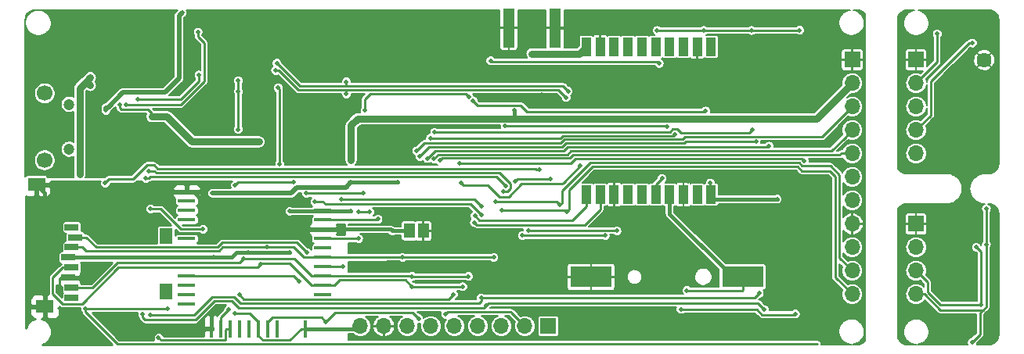
<source format=gbr>
G04 #@! TF.FileFunction,Copper,L2,Bot,Signal*
%FSLAX46Y46*%
G04 Gerber Fmt 4.6, Leading zero omitted, Abs format (unit mm)*
G04 Created by KiCad (PCBNEW 4.0.7-e2-6376~58~ubuntu16.04.1) date Tue May  8 14:42:49 2018*
%MOMM*%
%LPD*%
G01*
G04 APERTURE LIST*
%ADD10C,0.100000*%
%ADD11R,1.000760X1.998980*%
%ADD12R,1.498600X0.698500*%
%ADD13R,1.399540X1.798320*%
%ADD14R,1.899920X1.399540*%
%ADD15R,1.700000X1.700000*%
%ADD16O,1.700000X1.700000*%
%ADD17R,1.270000X4.200000*%
%ADD18R,0.400000X1.900000*%
%ADD19R,1.900000X0.400000*%
%ADD20R,4.500000X2.300000*%
%ADD21C,1.200000*%
%ADD22C,1.700000*%
%ADD23R,1.168400X1.600200*%
%ADD24C,1.624000*%
%ADD25C,0.500000*%
%ADD26C,0.254000*%
%ADD27C,0.508000*%
%ADD28C,0.762000*%
%ADD29C,0.381000*%
%ADD30C,0.203200*%
G04 APERTURE END LIST*
D10*
D11*
X24925020Y-3175000D03*
X23426420Y-3175000D03*
X21925280Y-3175000D03*
X20426680Y-3175000D03*
X18925540Y-3175000D03*
X17426940Y-3175000D03*
X15925800Y-3175000D03*
X14427200Y-3175000D03*
X12926060Y-3175000D03*
X11427460Y-3175000D03*
X11427460Y12827000D03*
X12926060Y12827000D03*
X14427200Y12827000D03*
X15925800Y12827000D03*
X17426940Y12827000D03*
X18925540Y12827000D03*
X20426680Y12827000D03*
X21925280Y12827000D03*
X23426420Y12827000D03*
X24925020Y12827000D03*
D12*
X-44246800Y-6690360D03*
X-43848020Y-7790180D03*
X-44246800Y-8890000D03*
X-44648120Y-9989820D03*
X-44246800Y-11089640D03*
X-44648120Y-12192000D03*
X-44246800Y-13291820D03*
X-44246800Y-14391640D03*
D13*
X-34048700Y-13690600D03*
X-34048700Y-7691120D03*
D14*
X-47147480Y-15290800D03*
X-48049180Y-2090420D03*
D15*
X7315200Y-17424400D03*
D16*
X4775200Y-17424400D03*
X2235200Y-17424400D03*
X-304800Y-17424400D03*
X-2844800Y-17424400D03*
X-5384800Y-17424400D03*
X-7924800Y-17424400D03*
X-10464800Y-17424400D03*
X-13004800Y-17424400D03*
D17*
X3037200Y14884400D03*
X8037200Y14884400D03*
D18*
X-22020530Y-17729200D03*
X-23036530Y-17729200D03*
X-24052531Y-17729200D03*
X-25068531Y-17729200D03*
X-26084530Y-17729200D03*
X-27100530Y-17729200D03*
X-28116530Y-17729200D03*
X-29132530Y-17729200D03*
X-18972530Y-17729200D03*
D19*
X-31802930Y-12009750D03*
X-31802930Y-13025750D03*
X-31802930Y-14041750D03*
X-31802930Y-15057750D03*
X-31802930Y-7945750D03*
X-31802930Y-5913747D03*
X-31802930Y-4897750D03*
X-31802930Y-3881750D03*
X-31802930Y-2865750D03*
X-17072660Y-14049970D03*
X-17072660Y-13033970D03*
X-17072660Y-12017970D03*
X-17072660Y-11001970D03*
X-17072660Y-9985970D03*
X-17072660Y-8969970D03*
X-17072660Y-7953970D03*
X-17072660Y-6937966D03*
X-17072660Y-5921966D03*
X-17072660Y-4905970D03*
D20*
X28316800Y-12090400D03*
X11916800Y-12090400D03*
D15*
X40182800Y11430000D03*
D16*
X40182800Y8890000D03*
X40182800Y6350000D03*
X40182800Y3810000D03*
X40182800Y1270000D03*
X40182800Y-1270000D03*
X40182800Y-3810000D03*
X40182800Y-6350000D03*
X40182800Y-8890000D03*
X40182800Y-11430000D03*
X40182800Y-13970000D03*
D15*
X47082800Y11430000D03*
D16*
X47082800Y8890000D03*
X47082800Y6350000D03*
X47082800Y3810000D03*
X47082800Y1270000D03*
D15*
X47082800Y-6350000D03*
D16*
X47082800Y-8890000D03*
X47082800Y-11430000D03*
X47082800Y-13970000D03*
D21*
X-44499800Y6590600D03*
X-44499800Y1740600D03*
D22*
X-47149800Y7790600D03*
X-47149800Y540600D03*
D23*
X-7747000Y-7112000D03*
X-6223000Y-7112000D03*
D24*
X54439600Y11393600D03*
D25*
X54546500Y-19189700D03*
X-9398000Y-5867400D03*
X-10287000Y-5867400D03*
X55257700Y-19189700D03*
X-24639681Y5370223D03*
X-23814681Y5370223D03*
X-23814681Y6220223D03*
X-24639681Y6220223D03*
X50927000Y-13436600D03*
X50927000Y-12700000D03*
X52095400Y-11856400D03*
X50927000Y-11861800D03*
X50800000Y-7874000D03*
X50038000Y-7112000D03*
X50038000Y-7874000D03*
X53619400Y-6019800D03*
X6604000Y6604000D03*
X-38997283Y8665733D03*
X-38247283Y8665733D03*
X-38247283Y9415733D03*
X6604000Y7620000D03*
X6604000Y9245600D03*
X-38997283Y9415733D03*
X-25464681Y5370223D03*
X-22989681Y5370223D03*
X-22989681Y6220223D03*
X-25464681Y6220223D03*
X22402800Y-1727200D03*
X22402800Y-812800D03*
X-31750000Y9194800D03*
X-31750000Y10414000D03*
X-31750000Y9804400D03*
X-42164000Y15544800D03*
X-42164000Y16357600D03*
X9194800Y14325600D03*
X9194800Y15443200D03*
X9194800Y14884400D03*
X-21183600Y14325600D03*
X-19964400Y14376400D03*
X-3251200Y4165600D03*
X-4165600Y4165600D03*
X-889000Y10541000D03*
X-2667000Y12319000D03*
X-1524000Y11176000D03*
X-2032000Y11684000D03*
X29286200Y14605000D03*
X24104600Y14605000D03*
X34493200Y14630400D03*
X19075400Y14605000D03*
X-29083000Y-2997200D03*
X-28359100Y-2997200D03*
X49377600Y14224000D03*
X-8940800Y-1828800D03*
X-14020800Y3937000D03*
X-14020800Y3302000D03*
X-14020800Y2667000D03*
X-14020800Y2032000D03*
X32054800Y5054600D03*
X32054800Y-3657600D03*
X34036000Y-16103600D03*
X21640800Y-15595600D03*
X24841200Y-1930400D03*
X3690667Y-1760663D03*
X7569200Y-1473200D03*
X-26572392Y-16039492D03*
X-35712400Y-4724400D03*
X-30073600Y-6908716D03*
X-14020800Y-4934327D03*
X-20675600Y-4927600D03*
X-20692299Y-9482901D03*
X-28905200Y-9989820D03*
X-25146000Y-9482901D03*
X18491200Y5054600D03*
X3657600Y5943600D03*
X-14020800Y-1828800D03*
X6604000Y5054600D03*
X53149500Y-19177000D03*
X54686200Y-4724400D03*
X54686200Y-8610600D03*
X30683200Y-15646400D03*
X9448800Y8026400D03*
X-14528800Y9042400D03*
X9296400Y-5029200D03*
X2239086Y-4876800D03*
X-22047200Y11074400D03*
X-36576000Y-16154400D03*
X558800Y-15189200D03*
X53619400Y-8890000D03*
X54102000Y-15113000D03*
X8585200Y-4318000D03*
X9253372Y7336752D03*
X-35763200Y-16205200D03*
X30124400Y-13868400D03*
X-14528800Y7721600D03*
X1625600Y-3911600D03*
X-22199600Y10261600D03*
X50800Y-14376400D03*
X2641600Y4267200D03*
X20167600Y4216400D03*
X-4978400Y3556000D03*
X29413200Y3860800D03*
X-5435600Y2946400D03*
X20995983Y3374226D03*
X-8483600Y-9982200D03*
X1397000Y-9982200D03*
X-23114000Y-8890000D03*
X-7416800Y-13157200D03*
X-23774400Y-10718800D03*
X-1930400Y-13157200D03*
X-7416800Y-12039600D03*
X-25650520Y-10138600D03*
X-1320800Y-12039600D03*
X-35915600Y-609600D03*
X2438400Y-2870200D03*
X-36220400Y-1371600D03*
X2692400Y-2260600D03*
X13462000Y-7620000D03*
X4521200Y-7620000D03*
X14732000Y-7112000D03*
X5130800Y-7061200D03*
X24333200Y5892800D03*
X-812800Y6959600D03*
X-32283400Y16535400D03*
X-40538400Y5943600D03*
X35001200Y457200D03*
X-2286000Y203200D03*
X29768800Y2540000D03*
X-6604000Y939800D03*
X22301200Y-13563600D03*
X-43366399Y-1016000D03*
X-42214800Y8636000D03*
X-42214800Y9499600D03*
X-33909000Y-15544800D03*
X-42748200Y-15544800D03*
X-34340800Y5283200D03*
X-35560000Y5283200D03*
X-25501600Y2540000D03*
X-24892000Y2540000D03*
X-39031803Y6578600D03*
X-24282400Y2540000D03*
X-20269200Y-1828800D03*
X-26568400Y-2133600D03*
X-26212800Y9144000D03*
X-26212800Y7975600D03*
X-26212800Y3892423D03*
X1066800Y11328400D03*
X19304000Y11026800D03*
X19608800Y-1422400D03*
X-3810000Y-16154400D03*
X-40640000Y-1905000D03*
X-40640000Y-1905000D03*
X6350000Y-508000D03*
X5537200Y12090400D03*
X53210Y-5409953D03*
X-17957800Y-3911600D03*
X-18821400Y-9423400D03*
X-12700000Y-3048000D03*
X-18872200Y-3048000D03*
X-19685000Y-12573000D03*
X-6705600Y-16611600D03*
X-16738600Y-16941800D03*
X-34848800Y-18694400D03*
X-27279600Y-15595600D03*
X10783200Y-50800D03*
X-2159000Y-1879600D03*
X-6934200Y1549400D03*
X31191200Y2082800D03*
X-5789334Y725165D03*
X-30560200Y14427200D03*
X-38379400Y6578600D03*
X-37084000Y7112000D03*
X-30480000Y9779000D03*
X-21742400Y152400D03*
X-21894800Y8382000D03*
X53210Y-4433494D03*
X-14938970Y-11001970D03*
X-15036800Y-3657600D03*
X-13208000Y-7950200D03*
X-13208000Y-5080000D03*
X-12001500Y-5080000D03*
X-11112500Y-5842000D03*
X53187600Y13233400D03*
X-5080000Y685800D03*
X-4419600Y508000D03*
X-26113277Y-14040370D03*
X-2946400Y-13995400D03*
X-680455Y-6208488D03*
X-628346Y-5477083D03*
X-9575800Y-7112000D03*
X-39814500Y-17843500D03*
X-45942890Y-2865750D03*
X-21717000Y-6937966D03*
X-45567600Y-13716000D03*
X-45567600Y-13106400D03*
X-12509500Y5969000D03*
X-1270000Y7429500D03*
D26*
X55257700Y-19189700D02*
X54546500Y-19189700D01*
X-10287000Y-5867400D02*
X-9398000Y-5867400D01*
X50927000Y-11861800D02*
X50927000Y-12700000D01*
X50927000Y-11861800D02*
X52090000Y-11861800D01*
X52090000Y-11861800D02*
X52095400Y-11856400D01*
X50038000Y-7874000D02*
X50038000Y-7112000D01*
X22402800Y-812800D02*
X22402800Y-1727200D01*
X-31750000Y9804400D02*
X-31750000Y10414000D01*
X8037200Y14884400D02*
X9194800Y14884400D01*
X-19964400Y14376400D02*
X-21132800Y14376400D01*
X-21132800Y14376400D02*
X-21183600Y14325600D01*
X-1524000Y11176000D02*
X-889000Y10541000D01*
X-2032000Y11684000D02*
X-1524000Y11176000D01*
X29286200Y14605000D02*
X34467800Y14605000D01*
X24104600Y14605000D02*
X29286200Y14605000D01*
X19075400Y14605000D02*
X24104600Y14605000D01*
X34467800Y14605000D02*
X34493200Y14630400D01*
D27*
X-29083000Y-2997200D02*
X-28359100Y-2997200D01*
X-14020800Y-1828800D02*
X-14583599Y-2391599D01*
X-20466126Y-2997200D02*
X-28359100Y-2997200D01*
X-14583599Y-2391599D02*
X-19860525Y-2391599D01*
X-19860525Y-2391599D02*
X-20466126Y-2997200D01*
D28*
X32054800Y5054600D02*
X36347400Y5054600D01*
X36347400Y5054600D02*
X40182800Y8890000D01*
D26*
X21640800Y-15595600D02*
X29848886Y-15595600D01*
X29848886Y-15595600D02*
X30429087Y-16175801D01*
X30429087Y-16175801D02*
X33963799Y-16175801D01*
X33963799Y-16175801D02*
X34036000Y-16103600D01*
X24841200Y-1930400D02*
X24841200Y-3091180D01*
X24841200Y-3091180D02*
X24925020Y-3175000D01*
X47082800Y8890000D02*
X49377600Y11184800D01*
X49377600Y11184800D02*
X49377600Y14224000D01*
X-24052531Y-17729200D02*
X-24052531Y-18479200D01*
X-24052531Y-18479200D02*
X-23573130Y-18958601D01*
X-23573130Y-18958601D02*
X-20655931Y-18958601D01*
X-20655931Y-18958601D02*
X-19426530Y-17729200D01*
X-19426530Y-17729200D02*
X-18972530Y-17729200D01*
D29*
X24925020Y-3657600D02*
X32054800Y-3657600D01*
X-18972530Y-17729200D02*
X-13309600Y-17729200D01*
X-13309600Y-17729200D02*
X-13004800Y-17424400D01*
X-14020800Y-1828800D02*
X-8940800Y-1828800D01*
D28*
X-14020800Y4318000D02*
X-14020800Y3937000D01*
X-14020800Y3937000D02*
X-14020800Y508000D01*
D26*
X-14020800Y3302000D02*
X-14020800Y3937000D01*
D28*
X21259800Y5054600D02*
X32054800Y5054600D01*
D26*
X7569200Y-1473200D02*
X3978130Y-1473200D01*
X3978130Y-1473200D02*
X3690667Y-1760663D01*
D29*
X-14020800Y-4934327D02*
X-17044303Y-4934327D01*
X-17044303Y-4934327D02*
X-17072660Y-4905970D01*
X-20675600Y-4927600D02*
X-17094290Y-4927600D01*
X-17094290Y-4927600D02*
X-17072660Y-4905970D01*
D26*
X-26572392Y-16039492D02*
X-24992239Y-16039492D01*
X-24992239Y-16039492D02*
X-24052531Y-16979200D01*
X-24052531Y-16979200D02*
X-24052531Y-17729200D01*
X-30073600Y-6908716D02*
X-32460883Y-6908716D01*
X-32460883Y-6908716D02*
X-34645199Y-4724400D01*
X-34645199Y-4724400D02*
X-35712400Y-4724400D01*
D29*
X-44648120Y-9989820D02*
X-28905200Y-9989820D01*
X-28905200Y-9989820D02*
X-26957020Y-9989820D01*
X-25146000Y-9482901D02*
X-20692299Y-9482901D01*
X-26450101Y-9482901D02*
X-25146000Y-9482901D01*
X-26957020Y-9989820D02*
X-26450101Y-9482901D01*
D28*
X18796000Y5054600D02*
X21259800Y5054600D01*
X6604000Y5054600D02*
X18796000Y5054600D01*
D26*
X18796000Y5054600D02*
X18774600Y5054600D01*
D28*
X-13284200Y5054600D02*
X3657600Y5054600D01*
X3657600Y5054600D02*
X6604000Y5054600D01*
D29*
X3657600Y5590047D02*
X3657600Y5054600D01*
X3657600Y5943600D02*
X3657600Y5590047D01*
D28*
X-14020800Y4318000D02*
X-13284200Y5054600D01*
D26*
X54000400Y-17754600D02*
X54000400Y-18326100D01*
X54000400Y-18326100D02*
X53149500Y-19177000D01*
X-36576000Y-16154400D02*
X-36576000Y-16507953D01*
X-36576000Y-16507953D02*
X-36349352Y-16734601D01*
X-36349352Y-16734601D02*
X-30857001Y-16734601D01*
X-30857001Y-16734601D02*
X-28803610Y-14681210D01*
X-26136600Y-15439199D02*
X308801Y-15439199D01*
X-28803610Y-14681210D02*
X-26894589Y-14681210D01*
X-26894589Y-14681210D02*
X-26136600Y-15439199D01*
X308801Y-15439199D02*
X558800Y-15189200D01*
X2239086Y-4876800D02*
X9144000Y-4876800D01*
X9144000Y-4876800D02*
X9296400Y-5029200D01*
X558800Y-15189200D02*
X808799Y-14939201D01*
X808799Y-14939201D02*
X29976001Y-14939201D01*
X29976001Y-14939201D02*
X30683200Y-15646400D01*
X9296400Y-5029200D02*
X9546399Y-4779201D01*
X9546399Y-4779201D02*
X9546399Y-2696401D01*
X9546399Y-2696401D02*
X12090378Y-152422D01*
X12090378Y-152422D02*
X34252558Y-152422D01*
X34252558Y-152422D02*
X34709736Y-609600D01*
X34709736Y-609600D02*
X37769800Y-609600D01*
X37769800Y-609600D02*
X38379390Y-1219190D01*
X38379390Y-1219190D02*
X38379390Y-12166590D01*
X38379390Y-12166590D02*
X38430200Y-12217400D01*
X38430200Y-12217400D02*
X40182800Y-13970000D01*
X54330600Y-15667914D02*
X50165000Y-15667914D01*
X47964650Y-13970000D02*
X49662564Y-15667914D01*
X49662564Y-15667914D02*
X50165000Y-15667914D01*
X47082800Y-13970000D02*
X47964650Y-13970000D01*
X54000400Y-17678400D02*
X54000400Y-15998114D01*
X54000400Y-17678400D02*
X54000400Y-17754600D01*
X54330600Y-15667914D02*
X54686200Y-15312314D01*
X54000400Y-15998114D02*
X54330600Y-15667914D01*
X54686200Y-8610600D02*
X54686200Y-4724400D01*
X54686200Y-10668000D02*
X54686200Y-10312400D01*
X54686200Y-15312314D02*
X54686200Y-10668000D01*
X54686200Y-10668000D02*
X54686200Y-8610600D01*
X-14884400Y8585200D02*
X8890000Y8585200D01*
X8890000Y8585200D02*
X9448800Y8026400D01*
X-14884400Y8585200D02*
X-14630400Y8585200D01*
X-19558000Y8585200D02*
X-14884400Y8585200D01*
X9448800Y8149514D02*
X9448800Y8026400D01*
X-14528800Y9042400D02*
X-14528800Y8686800D01*
X-14528800Y8686800D02*
X-14630400Y8585200D01*
X-22047200Y11074400D02*
X-19558000Y8585200D01*
X-155029Y-14935782D02*
X-25984200Y-14935782D01*
X-26670000Y-14274800D02*
X-26009018Y-14935782D01*
X-26009018Y-14935782D02*
X-25984200Y-14935782D01*
X-29026751Y-14274800D02*
X-26670000Y-14274800D01*
X-29966551Y-15214600D02*
X-30957151Y-16205200D01*
X-29687733Y-14935782D02*
X-29966551Y-15214600D01*
X-29966551Y-15214600D02*
X-29026751Y-14274800D01*
X1625600Y-3911600D02*
X8178800Y-3911600D01*
X8178800Y-3911600D02*
X8585200Y-4318000D01*
X50800Y-14376400D02*
X29616400Y-14376400D01*
X29616400Y-14376400D02*
X30124400Y-13868400D01*
X8585200Y-4318000D02*
X8835199Y-4068001D01*
X8835199Y-4068001D02*
X8835199Y-2782315D01*
X38785800Y-10033000D02*
X40182800Y-11430000D01*
X8835199Y-2782315D02*
X11871503Y253989D01*
X34420897Y253989D02*
X34747087Y-72201D01*
X11871503Y253989D02*
X34420897Y253989D01*
X37807151Y-72201D02*
X38785800Y-1050850D01*
X34747087Y-72201D02*
X37807151Y-72201D01*
X38785800Y-1050850D02*
X38785800Y-10033000D01*
X54102000Y-9372600D02*
X53619400Y-8890000D01*
X54102000Y-15113000D02*
X49682400Y-15113000D01*
X49682400Y-15113000D02*
X48352800Y-13783400D01*
X48352800Y-13783400D02*
X48352800Y-12700000D01*
X48352800Y-12700000D02*
X47082800Y-11430000D01*
X54102000Y-15113000D02*
X54102000Y-9372600D01*
X50800Y-14376400D02*
X50800Y-14729953D01*
X50800Y-14729953D02*
X-155029Y-14935782D01*
X-30957151Y-16205200D02*
X-35763200Y-16205200D01*
X8231657Y8178790D02*
X8411334Y8178790D01*
X8411334Y8178790D02*
X9253372Y7336752D01*
X8231657Y8178790D02*
X8063730Y8178790D01*
X8063730Y8178790D02*
X7061210Y8178790D01*
X-18846810Y8178790D02*
X-14528800Y8178790D01*
X-14528800Y8178790D02*
X7061210Y8178790D01*
X-14528800Y7721600D02*
X-14528800Y8178790D01*
X-21809150Y10261600D02*
X-19710400Y8162850D01*
X-18862750Y8162850D02*
X-18846810Y8178790D01*
X-19710400Y8162850D02*
X-18862750Y8162850D01*
X-22199600Y10261600D02*
X-21809150Y10261600D01*
X2641600Y4267200D02*
X20116800Y4267200D01*
X20116800Y4267200D02*
X20167600Y4216400D01*
X-4978400Y3556000D02*
X-4775200Y3556000D01*
X7924800Y3606874D02*
X20445117Y3606874D01*
X-4775200Y3556000D02*
X-4724400Y3606800D01*
X-4724400Y3606800D02*
X7924726Y3606800D01*
X7924726Y3606800D02*
X7924800Y3606874D01*
X20445117Y3606874D02*
X20741870Y3903627D01*
X20741870Y3903627D02*
X21250096Y3903627D01*
X21250096Y3903627D02*
X21648523Y3505200D01*
X21648523Y3505200D02*
X29057600Y3505200D01*
X29057600Y3505200D02*
X29413200Y3860800D01*
X-5435600Y2946400D02*
X8638919Y2946400D01*
X8638919Y2946400D02*
X8892983Y3200464D01*
X8892983Y3200464D02*
X20783159Y3200464D01*
X20783159Y3200464D02*
X20956921Y3374226D01*
X20956921Y3374226D02*
X20995983Y3374226D01*
X1397000Y-9982200D02*
X-8483600Y-9982200D01*
X-8483600Y-9982200D02*
X-10160000Y-9982200D01*
X-23114000Y-8890000D02*
X-27940000Y-8890000D01*
X-27940000Y-8890000D02*
X-28326091Y-9276091D01*
X-28326091Y-9276091D02*
X-42692309Y-9276091D01*
X-42692309Y-9276091D02*
X-43078400Y-8890000D01*
X-43078400Y-8890000D02*
X-44246800Y-8890000D01*
X-23114000Y-8890000D02*
X-20272970Y-8890000D01*
X-19177000Y-9985970D02*
X-17072660Y-9985970D01*
X-20272970Y-8890000D02*
X-19177000Y-9985970D01*
X-17072660Y-9985970D02*
X-10163770Y-9985970D01*
X-10163770Y-9985970D02*
X-10160000Y-9982200D01*
X-15280690Y-12446000D02*
X-8128000Y-12446000D01*
X-8128000Y-12446000D02*
X-7416800Y-13157200D01*
X-17072660Y-13033970D02*
X-15868660Y-13033970D01*
X-15868660Y-13033970D02*
X-15280690Y-12446000D01*
X-1930400Y-13157200D02*
X-7416800Y-13157200D01*
X-24790400Y-11074400D02*
X-39166800Y-11074400D01*
X-24231600Y-11074400D02*
X-24790400Y-11074400D01*
X-24790400Y-11074400D02*
X-24130000Y-11074400D01*
X-24130000Y-11074400D02*
X-23774400Y-10718800D01*
X-46325602Y-12165142D02*
X-46325602Y-13914310D01*
X-44246800Y-11089640D02*
X-45250100Y-11089640D01*
X-45250100Y-11089640D02*
X-46325602Y-12165142D01*
X-20642630Y-10668000D02*
X-23723600Y-10668000D01*
X-23723600Y-10668000D02*
X-23774400Y-10718800D01*
X-45219621Y-15020291D02*
X-46325602Y-13914310D01*
X-43112691Y-15020291D02*
X-45219621Y-15020291D01*
X-39166800Y-11074400D02*
X-43112691Y-15020291D01*
X-20642630Y-10668000D02*
X-18276660Y-13033970D01*
X-18276660Y-13033970D02*
X-17072660Y-13033970D01*
X-7416800Y-12039600D02*
X-1320800Y-12039600D01*
X-17072660Y-12017970D02*
X-7438430Y-12017970D01*
X-7438430Y-12017970D02*
X-7416800Y-12039600D01*
X-25650520Y-10138600D02*
X-26060400Y-10548480D01*
X-26060400Y-10548480D02*
X-39250480Y-10548480D01*
X-39250480Y-10548480D02*
X-41993820Y-13291820D01*
X-41993820Y-13291820D02*
X-44246800Y-13291820D01*
X-18276660Y-12017970D02*
X-19913600Y-10381030D01*
X-25650520Y-10138600D02*
X-20156030Y-10138600D01*
X-20156030Y-10138600D02*
X-19913600Y-10381030D01*
X-17072660Y-12017970D02*
X-18276660Y-12017970D01*
X2053504Y-838190D02*
X-35077400Y-838190D01*
X-35077400Y-838190D02*
X-35305990Y-609600D01*
X-35305990Y-609600D02*
X-35915600Y-609600D01*
X2438400Y-2870200D02*
X2866314Y-2870200D01*
X2866314Y-2870200D02*
X3221801Y-2514713D01*
X3221801Y-2514713D02*
X3221801Y-2006487D01*
X3221801Y-2006487D02*
X2053504Y-838190D01*
X-36220400Y-1371600D02*
X-35866847Y-1371600D01*
X-35739847Y-1244600D02*
X-19177000Y-1244600D01*
X-35866847Y-1371600D02*
X-35739847Y-1244600D01*
X-19177000Y-1244600D02*
X-19151600Y-1270000D01*
X-19151600Y-1270000D02*
X1701800Y-1270000D01*
X1701800Y-1270000D02*
X2692400Y-2260600D01*
X10668000Y-7620000D02*
X13462000Y-7620000D01*
X4521200Y-7620000D02*
X10668000Y-7620000D01*
X11430000Y-7061200D02*
X14681200Y-7061200D01*
X14681200Y-7061200D02*
X14732000Y-7112000D01*
X5130800Y-7061200D02*
X11430000Y-7061200D01*
X8534400Y5791200D02*
X24231600Y5791200D01*
X24231600Y5791200D02*
X24333200Y5892800D01*
X5029200Y5791200D02*
X8534400Y5791200D01*
X4347399Y6473001D02*
X5029200Y5791200D01*
X-812800Y6959600D02*
X-326201Y6473001D01*
X-326201Y6473001D02*
X4347399Y6473001D01*
D27*
X-40538400Y5943600D02*
X-40538400Y6248400D01*
X-38707877Y7874000D02*
X-34163000Y7874000D01*
X-34163000Y7874000D02*
X-32639000Y9398000D01*
X-40538400Y6248400D02*
X-40333477Y6248400D01*
X-32639000Y9398000D02*
X-32639000Y16179800D01*
X-40333477Y6248400D02*
X-38707877Y7874000D01*
X-32639000Y16179800D02*
X-32283400Y16535400D01*
D26*
X-2286000Y203200D02*
X9753600Y203200D01*
X9753600Y203200D02*
X10261600Y711200D01*
X10261600Y711200D02*
X34747200Y711200D01*
X34747200Y711200D02*
X35001200Y457200D01*
X-6604000Y939800D02*
X-5562567Y1981233D01*
X-5562567Y1981233D02*
X8823252Y1981233D01*
X8823252Y1981233D02*
X9229661Y2387642D01*
X9229661Y2387642D02*
X21983439Y2387642D01*
X21983439Y2387642D02*
X22186639Y2590842D01*
X22186639Y2590842D02*
X28702000Y2590842D01*
X29667200Y2590800D02*
X28805647Y2590800D01*
X28805647Y2590800D02*
X28805605Y2590842D01*
X29768800Y2540000D02*
X29718000Y2540000D01*
X29718000Y2540000D02*
X29667200Y2590800D01*
X28702000Y2590842D02*
X28826011Y2590842D01*
X28805605Y2590842D02*
X28702000Y2590842D01*
X22301200Y-13563600D02*
X28247600Y-13563600D01*
X28247600Y-13563600D02*
X28316800Y-13494400D01*
X28316800Y-13494400D02*
X28316800Y-12090400D01*
D29*
X20426680Y-3657600D02*
X20426680Y-5300280D01*
X20426680Y-5300280D02*
X27216800Y-12090400D01*
X28436000Y-12090400D02*
X29536000Y-12090400D01*
D28*
X-43366399Y-1016000D02*
X-43366399Y8026400D01*
D26*
X-42748200Y-15544800D02*
X-42748200Y-15898353D01*
X-42748200Y-15898353D02*
X-39281542Y-19365011D01*
X-39281542Y-19365011D02*
X36413389Y-19365011D01*
D28*
X-43366399Y8348001D02*
X-42773600Y8940800D01*
X-42773600Y8940800D02*
X-42214800Y9499600D01*
X-42214800Y8636000D02*
X-42519600Y8940800D01*
X-42519600Y8940800D02*
X-42773600Y8940800D01*
X-43366399Y8026400D02*
X-43366399Y8348001D01*
D26*
X-33909000Y-15544800D02*
X-42748200Y-15544800D01*
X-38851956Y6045200D02*
X-36017200Y6045200D01*
X-35560000Y5283200D02*
X-35560000Y5636753D01*
X-35560000Y5636753D02*
X-35968447Y6045200D01*
X-35968447Y6045200D02*
X-36017200Y6045200D01*
D28*
X-35560000Y5283200D02*
X-34340800Y5283200D01*
X-34340800Y5283200D02*
X-33973553Y5283200D01*
X-24688800Y2540000D02*
X-25552400Y2540000D01*
X-25552400Y2540000D02*
X-31230353Y2540000D01*
X-23977181Y2540000D02*
X-24688800Y2540000D01*
D26*
X-39031803Y6225047D02*
X-38851956Y6045200D01*
D28*
X-33973553Y5283200D02*
X-31230353Y2540000D01*
D26*
X-39031803Y6578600D02*
X-39031803Y6225047D01*
X-25400000Y-1828800D02*
X-20269200Y-1828800D01*
X-25654000Y-1828800D02*
X-25400000Y-1828800D01*
X-25400000Y-1828800D02*
X-26263600Y-1828800D01*
X-26263600Y-1828800D02*
X-26568400Y-2133600D01*
X-26212800Y8329153D02*
X-26212800Y9144000D01*
X-26212800Y7975600D02*
X-26212800Y8329153D01*
X-26212800Y3892423D02*
X-26212800Y7975600D01*
X19304000Y11226800D02*
X1168400Y11226800D01*
X1168400Y11226800D02*
X1066800Y11328400D01*
X18925540Y-3175000D02*
X18925540Y-2105660D01*
X18925540Y-2105660D02*
X19608800Y-1422400D01*
X-3810000Y-16154400D02*
X-3560001Y-15904401D01*
X-3560001Y-15904401D02*
X3255201Y-15904401D01*
X3255201Y-15904401D02*
X3319399Y-15968599D01*
X3319399Y-15968599D02*
X4775200Y-17424400D01*
X-39941500Y-1524001D02*
X-37604701Y-1524001D01*
X-40640000Y-1905000D02*
X-40259001Y-1524001D01*
X-40259001Y-1524001D02*
X-39941500Y-1524001D01*
X-37604701Y-1524001D02*
X-36080700Y0D01*
X-36080700Y0D02*
X-35340840Y0D01*
X-35340840Y0D02*
X-34934440Y-406400D01*
X-34934440Y-406400D02*
X5894847Y-406400D01*
X5894847Y-406400D02*
X5996447Y-508000D01*
X5996447Y-508000D02*
X6350000Y-508000D01*
D28*
X5537200Y12090400D02*
X10690860Y12090400D01*
X10690860Y12090400D02*
X11427460Y12827000D01*
D26*
X-18821400Y-9423400D02*
X-19884201Y-8360599D01*
X-19884201Y-8360599D02*
X-27985349Y-8360599D01*
X-27985349Y-8360599D02*
X-28494431Y-8869681D01*
X-28494431Y-8869681D02*
X-41592499Y-8869681D01*
X-41592499Y-8869681D02*
X-42672000Y-7790180D01*
X-42672000Y-7790180D02*
X-43848020Y-7790180D01*
X-17957800Y-3911600D02*
X-17068800Y-3911600D01*
X-17068800Y-3911600D02*
X-16764000Y-4216400D01*
X-16764000Y-4216400D02*
X-1140343Y-4216400D01*
X-1140343Y-4216400D02*
X-196789Y-5159954D01*
X-196789Y-5159954D02*
X53210Y-5409953D01*
X-18872200Y-3048000D02*
X-12700000Y-3048000D01*
X-24231600Y-12009750D02*
X-23270850Y-12009750D01*
X-31802930Y-12009750D02*
X-24231600Y-12009750D01*
X-24231600Y-12009750D02*
X-20248250Y-12009750D01*
X-20248250Y-12009750D02*
X-19685000Y-12573000D01*
X-8077200Y-15968599D02*
X-15765399Y-15968599D01*
X-6705600Y-16611600D02*
X-7348601Y-15968599D01*
X-7348601Y-15968599D02*
X-8077200Y-15968599D01*
X-15765399Y-15968599D02*
X-16738600Y-16941800D01*
X-23036530Y-17729200D02*
X-23036530Y-16979200D01*
X-23036530Y-16979200D02*
X-22557129Y-16499799D01*
X-22557129Y-16499799D02*
X-17180601Y-16499799D01*
X-17180601Y-16499799D02*
X-16738600Y-16941800D01*
X-34584599Y-18958601D02*
X-34848800Y-18694400D01*
X-27100530Y-17729200D02*
X-27554530Y-17729200D01*
X-27554530Y-17729200D02*
X-27637129Y-17811799D01*
X-27637129Y-17811799D02*
X-27637129Y-18902721D01*
X-27637129Y-18902721D02*
X-27693009Y-18958601D01*
X-27693009Y-18958601D02*
X-34584599Y-18958601D01*
X-27647517Y-15968609D02*
X-27647517Y-15963517D01*
X-27647517Y-15963517D02*
X-27279600Y-15595600D01*
X-28116530Y-16437622D02*
X-27897516Y-16218608D01*
X-28116530Y-17729200D02*
X-28116530Y-16437622D01*
X-27897516Y-16218608D02*
X-27647517Y-15968609D01*
X2603500Y-3399601D02*
X2028001Y-3399601D01*
X4410899Y-2002601D02*
X3013899Y-3399601D01*
X3013899Y-3399601D02*
X2603500Y-3399601D01*
X10783200Y-50800D02*
X8966200Y-1867800D01*
X8966200Y-1867800D02*
X8831399Y-2002601D01*
X8831399Y-2002601D02*
X4410899Y-2002601D01*
X2028001Y-3399601D02*
X757999Y-2129599D01*
X757999Y-2129599D02*
X-1909001Y-2129599D01*
X-1909001Y-2129599D02*
X-2159000Y-1879600D01*
X40182800Y6350000D02*
X36931590Y3098790D01*
X36931590Y3098790D02*
X22119836Y3098790D01*
X9061322Y2794053D02*
X8654913Y2387644D01*
X22119836Y3098790D02*
X21815099Y2794053D01*
X21815099Y2794053D02*
X9061322Y2794053D01*
X8654913Y2387644D02*
X-6095956Y2387644D01*
X-6095956Y2387644D02*
X-6934200Y1549400D01*
X-5789334Y725165D02*
X-4939677Y1574822D01*
X-4939677Y1574822D02*
X8991591Y1574822D01*
X8991591Y1574822D02*
X9398000Y1981231D01*
X9398000Y1981231D02*
X31038831Y1981231D01*
X31038831Y1981231D02*
X31140400Y2082800D01*
X31140400Y2082800D02*
X31191200Y2082800D01*
X-30560200Y14427200D02*
X-30560200Y13919200D01*
X-29921200Y13280200D02*
X-29921200Y9077250D01*
X-30560200Y13919200D02*
X-29921200Y13280200D01*
X-32419850Y6578600D02*
X-32766000Y6578600D01*
X-32766000Y6578600D02*
X-38379400Y6578600D01*
X-29921200Y9077250D02*
X-32419850Y6578600D01*
X-31826200Y7747000D02*
X-30480000Y9093200D01*
X-30480000Y9093200D02*
X-30480000Y9779000D01*
X-31826200Y7747000D02*
X-31902400Y7670800D01*
X-37084000Y7112000D02*
X-32461200Y7112000D01*
X-32461200Y7112000D02*
X-31826200Y7747000D01*
X-21742400Y152400D02*
X-21742400Y8229600D01*
X-21742400Y8229600D02*
X-21894800Y8382000D01*
X-621084Y-3759200D02*
X-508000Y-3872284D01*
X-508000Y-3872284D02*
X-196789Y-4183495D01*
X-15036800Y-3657600D02*
X-722684Y-3657600D01*
X-722684Y-3657600D02*
X-508000Y-3872284D01*
X-196789Y-4183495D02*
X53210Y-4433494D01*
X-17072660Y-11001970D02*
X-14938970Y-11001970D01*
X-17072660Y-7953970D02*
X-13211770Y-7953970D01*
X-13211770Y-7953970D02*
X-13208000Y-7950200D01*
X-12001500Y-5080000D02*
X-13208000Y-5080000D01*
X-17072660Y-7953970D02*
X-16322660Y-7953970D01*
X-12627566Y-5921966D02*
X-11192466Y-5921966D01*
X-11192466Y-5921966D02*
X-11112500Y-5842000D01*
X-17072660Y-5921966D02*
X-12627566Y-5921966D01*
X48666400Y5393600D02*
X47082800Y3810000D01*
X48666400Y9065753D02*
X48666400Y5393600D01*
X53187600Y13233400D02*
X52834047Y13233400D01*
X52834047Y13233400D02*
X48666400Y9065753D01*
X-5080000Y685800D02*
X-4597389Y1168411D01*
X-4597389Y1168411D02*
X9397991Y1168411D01*
X37896820Y1524020D02*
X39332801Y2960001D01*
X9397991Y1168411D02*
X9753600Y1524020D01*
X9753600Y1524020D02*
X37896820Y1524020D01*
X39332801Y2960001D02*
X40182800Y3810000D01*
X-4419600Y508000D02*
X-4165600Y762000D01*
X-4165600Y762000D02*
X9651990Y762000D01*
X9651990Y762000D02*
X10007600Y1117610D01*
X10007600Y1117610D02*
X38828329Y1117610D01*
X38828329Y1117610D02*
X38980719Y1270000D01*
X38980719Y1270000D02*
X40182800Y1270000D01*
X-26113277Y-14040370D02*
X-25624276Y-14529371D01*
X-25624276Y-14529371D02*
X-3480371Y-14529371D01*
X-3480371Y-14529371D02*
X-2946400Y-13995400D01*
X-395627Y-6458487D02*
X10464800Y-6458487D01*
X12926060Y-4781626D02*
X11249199Y-6458487D01*
X10464800Y-6458487D02*
X10624283Y-6458487D01*
X12926060Y-3175000D02*
X12926060Y-4781626D01*
X11249199Y-6458487D02*
X10464800Y-6458487D01*
X-395627Y-6458487D02*
X-645626Y-6208488D01*
X11427460Y-3175000D02*
X11427460Y-4428490D01*
X11427460Y-4428490D02*
X9916596Y-5939354D01*
X9916596Y-5939354D02*
X-166075Y-5939354D01*
X-166075Y-5939354D02*
X-628346Y-5477083D01*
D29*
X-9575800Y-7112000D02*
X-7747000Y-7112000D01*
X-9575800Y-7112000D02*
X-9575800Y-7010400D01*
X-12750800Y-6937966D02*
X-12302534Y-6937966D01*
X-12750800Y-6937966D02*
X-9749834Y-6937966D01*
X-17072660Y-6937966D02*
X-12750800Y-6937966D01*
X-9749834Y-6937966D02*
X-9575800Y-7112000D01*
X-47147480Y-15290800D02*
X-47147480Y-2992120D01*
X-47147480Y-2992120D02*
X-48049180Y-2090420D01*
D26*
X-39814500Y-17843500D02*
X-29246830Y-17843500D01*
X-29246830Y-17843500D02*
X-29132530Y-17729200D01*
D29*
X-38163500Y-2865750D02*
X-38679750Y-2865750D01*
X-31802930Y-2865750D02*
X-38163500Y-2865750D01*
X-38163500Y-2865750D02*
X-45942890Y-2865750D01*
X-45942890Y-2865750D02*
X-46718220Y-2090420D01*
X-46718220Y-2090420D02*
X-48049180Y-2090420D01*
X-26980714Y-6937966D02*
X-31052930Y-2865750D01*
X-21717000Y-6937966D02*
X-26980714Y-6937966D01*
X-17072660Y-6937966D02*
X-18403660Y-6937966D01*
X-18403660Y-6937966D02*
X-21717000Y-6937966D01*
D26*
X-45567600Y-13106400D02*
X-45567600Y-13716000D01*
X-45567600Y-12293600D02*
X-45466000Y-12192000D01*
X-45466000Y-12192000D02*
X-44648120Y-12192000D01*
X-45567600Y-13106400D02*
X-45567600Y-12293600D01*
X-44648120Y-12192000D02*
X-44907200Y-12192000D01*
X-12509500Y5969000D02*
X-12509500Y7175500D01*
X-12509500Y7175500D02*
X-11912620Y7772380D01*
X-11912620Y7772380D02*
X-1612880Y7772380D01*
X-1612880Y7772380D02*
X-1270000Y7429500D01*
D30*
G36*
X-32772071Y16836992D02*
X-33034131Y16574931D01*
X-33066884Y16535057D01*
X-33100073Y16495504D01*
X-33101489Y16492929D01*
X-33103354Y16490658D01*
X-33127740Y16445178D01*
X-33152613Y16399935D01*
X-33153502Y16397133D01*
X-33154890Y16394544D01*
X-33169971Y16345216D01*
X-33185589Y16295981D01*
X-33185917Y16293058D01*
X-33186775Y16290251D01*
X-33191988Y16238937D01*
X-33197746Y16187602D01*
X-33197786Y16181861D01*
X-33197797Y16181750D01*
X-33197787Y16181647D01*
X-33197800Y16179800D01*
X-33197800Y9629463D01*
X-34394462Y8432800D01*
X-38707877Y8432800D01*
X-38759200Y8427768D01*
X-38810668Y8423265D01*
X-38813492Y8422445D01*
X-38816415Y8422158D01*
X-38865805Y8407246D01*
X-38915397Y8392838D01*
X-38918007Y8391485D01*
X-38920819Y8390636D01*
X-38966374Y8366414D01*
X-39012221Y8342649D01*
X-39014518Y8340815D01*
X-39017112Y8339436D01*
X-39057097Y8306825D01*
X-39097453Y8274610D01*
X-39101544Y8270576D01*
X-39101627Y8270508D01*
X-39101691Y8270431D01*
X-39103008Y8269132D01*
X-40567824Y6804315D01*
X-40590785Y6802064D01*
X-40643109Y6797302D01*
X-40644987Y6796749D01*
X-40646938Y6796558D01*
X-40697301Y6781352D01*
X-40747730Y6766510D01*
X-40749466Y6765602D01*
X-40751342Y6765036D01*
X-40797752Y6740359D01*
X-40844378Y6715984D01*
X-40845906Y6714755D01*
X-40847635Y6713836D01*
X-40888389Y6680598D01*
X-40929372Y6647647D01*
X-40930630Y6646147D01*
X-40932150Y6644908D01*
X-40965682Y6604374D01*
X-40999473Y6564104D01*
X-41000417Y6562387D01*
X-41001666Y6560877D01*
X-41026669Y6514636D01*
X-41052013Y6468535D01*
X-41052606Y6466666D01*
X-41053537Y6464944D01*
X-41069085Y6414718D01*
X-41084989Y6364581D01*
X-41085207Y6362635D01*
X-41085787Y6360762D01*
X-41091279Y6308508D01*
X-41097146Y6256202D01*
X-41097172Y6252433D01*
X-41097186Y6252301D01*
X-41097174Y6252168D01*
X-41097200Y6248400D01*
X-41097200Y5943600D01*
X-41093767Y5908583D01*
X-41093929Y5896951D01*
X-41091132Y5881711D01*
X-41086558Y5835062D01*
X-41076388Y5801377D01*
X-41074288Y5789937D01*
X-41068584Y5775531D01*
X-41055036Y5730658D01*
X-41038517Y5699591D01*
X-41034235Y5688775D01*
X-41025840Y5675748D01*
X-41003836Y5634365D01*
X-40981601Y5607101D01*
X-40975297Y5597320D01*
X-40964530Y5586171D01*
X-40934908Y5549850D01*
X-40907792Y5527418D01*
X-40899716Y5519055D01*
X-40886998Y5510216D01*
X-40850877Y5480334D01*
X-40819925Y5463598D01*
X-40810374Y5456960D01*
X-40796175Y5450756D01*
X-40754944Y5428463D01*
X-40721332Y5418058D01*
X-40710672Y5413401D01*
X-40695539Y5410074D01*
X-40650762Y5396213D01*
X-40615765Y5392535D01*
X-40604408Y5390038D01*
X-40588920Y5389714D01*
X-40542301Y5384814D01*
X-40507262Y5388003D01*
X-40495630Y5387759D01*
X-40480367Y5390450D01*
X-40433691Y5394698D01*
X-40399939Y5404632D01*
X-40388482Y5406652D01*
X-40374032Y5412257D01*
X-40329070Y5425490D01*
X-40297888Y5441792D01*
X-40287043Y5445998D01*
X-40273961Y5454300D01*
X-40232422Y5476016D01*
X-40204997Y5498066D01*
X-40195179Y5504297D01*
X-40183960Y5514981D01*
X-40147428Y5544353D01*
X-40124814Y5571303D01*
X-40116387Y5579328D01*
X-40107451Y5591996D01*
X-40077327Y5627896D01*
X-40060378Y5658726D01*
X-40053670Y5668235D01*
X-40047366Y5682394D01*
X-40024787Y5723465D01*
X-40014147Y5757008D01*
X-40009417Y5767631D01*
X-40005985Y5782736D01*
X-39999516Y5803130D01*
X-39984257Y5815575D01*
X-39943901Y5847790D01*
X-39939814Y5851821D01*
X-39939727Y5851892D01*
X-39939660Y5851973D01*
X-39938346Y5853269D01*
X-39504203Y6287411D01*
X-39468700Y6232320D01*
X-39463603Y6227042D01*
X-39463603Y6225047D01*
X-39459714Y6185386D01*
X-39456235Y6145617D01*
X-39455600Y6143432D01*
X-39455379Y6141177D01*
X-39443864Y6103036D01*
X-39432723Y6064690D01*
X-39431678Y6062674D01*
X-39431022Y6060501D01*
X-39412310Y6025309D01*
X-39393941Y5989872D01*
X-39392523Y5988095D01*
X-39391458Y5986093D01*
X-39366262Y5955199D01*
X-39341365Y5924011D01*
X-39338248Y5920850D01*
X-39338196Y5920786D01*
X-39338137Y5920737D01*
X-39337132Y5919718D01*
X-39157285Y5739871D01*
X-39126496Y5714581D01*
X-39095909Y5688916D01*
X-39093913Y5687819D01*
X-39092164Y5686382D01*
X-39057081Y5667570D01*
X-39022060Y5648317D01*
X-39019894Y5647630D01*
X-39017895Y5646558D01*
X-38979797Y5634911D01*
X-38941732Y5622836D01*
X-38939472Y5622582D01*
X-38937305Y5621920D01*
X-38897640Y5617890D01*
X-38857985Y5613442D01*
X-38853554Y5613411D01*
X-38853464Y5613402D01*
X-38853380Y5613410D01*
X-38851956Y5613400D01*
X-36157370Y5613400D01*
X-36192214Y5548958D01*
X-36231793Y5421099D01*
X-36245783Y5287988D01*
X-36233653Y5154694D01*
X-36195863Y5026295D01*
X-36133853Y4907681D01*
X-36049985Y4803371D01*
X-35947454Y4717337D01*
X-35830165Y4652857D01*
X-35702586Y4612386D01*
X-35569575Y4597467D01*
X-35560000Y4597400D01*
X-34257621Y4597400D01*
X-31715287Y2055066D01*
X-31666326Y2014849D01*
X-31617807Y1974137D01*
X-31614645Y1972399D01*
X-31611860Y1970111D01*
X-31556018Y1940168D01*
X-31500518Y1909657D01*
X-31497084Y1908568D01*
X-31493903Y1906862D01*
X-31433317Y1888339D01*
X-31372939Y1869186D01*
X-31369353Y1868784D01*
X-31365906Y1867730D01*
X-31302883Y1861328D01*
X-31239928Y1854267D01*
X-31232882Y1854218D01*
X-31232747Y1854204D01*
X-31232621Y1854216D01*
X-31230353Y1854200D01*
X-23977181Y1854200D01*
X-23843975Y1867261D01*
X-23715843Y1905946D01*
X-23597665Y1968783D01*
X-23493943Y2053376D01*
X-23408627Y2156506D01*
X-23344967Y2274242D01*
X-23305388Y2402101D01*
X-23291398Y2535212D01*
X-23303528Y2668506D01*
X-23341318Y2796905D01*
X-23403328Y2915519D01*
X-23487196Y3019829D01*
X-23589727Y3105863D01*
X-23707016Y3170343D01*
X-23834595Y3210814D01*
X-23967606Y3225733D01*
X-23977181Y3225800D01*
X-30946285Y3225800D01*
X-33488619Y5768134D01*
X-33537580Y5808351D01*
X-33586099Y5849063D01*
X-33589261Y5850801D01*
X-33592046Y5853089D01*
X-33647888Y5883032D01*
X-33703388Y5913543D01*
X-33706822Y5914632D01*
X-33710003Y5916338D01*
X-33770589Y5934861D01*
X-33830967Y5954014D01*
X-33834553Y5954416D01*
X-33838000Y5955470D01*
X-33901023Y5961872D01*
X-33963978Y5968933D01*
X-33971024Y5968982D01*
X-33971159Y5968996D01*
X-33971285Y5968984D01*
X-33973553Y5969000D01*
X-35281589Y5969000D01*
X-35459389Y6146800D01*
X-32419850Y6146800D01*
X-32380189Y6150689D01*
X-32340420Y6154168D01*
X-32338235Y6154803D01*
X-32335980Y6155024D01*
X-32297839Y6166539D01*
X-32259493Y6177680D01*
X-32257477Y6178725D01*
X-32255304Y6179381D01*
X-32220112Y6198093D01*
X-32184675Y6216462D01*
X-32182898Y6217880D01*
X-32180896Y6218945D01*
X-32150002Y6244141D01*
X-32118814Y6269038D01*
X-32115653Y6272155D01*
X-32115589Y6272207D01*
X-32115540Y6272266D01*
X-32114521Y6273271D01*
X-29615871Y8771921D01*
X-29590559Y8802737D01*
X-29564916Y8833297D01*
X-29563821Y8835289D01*
X-29562381Y8837042D01*
X-29543549Y8872164D01*
X-29524317Y8907146D01*
X-29523630Y8909312D01*
X-29522558Y8911311D01*
X-29510901Y8949438D01*
X-29498836Y8987474D01*
X-29498583Y8989731D01*
X-29497919Y8991902D01*
X-29493886Y9031606D01*
X-29489442Y9071221D01*
X-29489411Y9075653D01*
X-29489402Y9075743D01*
X-29489410Y9075827D01*
X-29489400Y9077250D01*
X-29489400Y9097351D01*
X-26768329Y9097351D01*
X-26748688Y8990337D01*
X-26708635Y8889175D01*
X-26649697Y8797720D01*
X-26644600Y8792442D01*
X-26644600Y8327018D01*
X-26701327Y8244170D01*
X-26744189Y8144166D01*
X-26766810Y8037742D01*
X-26768329Y7928951D01*
X-26748688Y7821937D01*
X-26708635Y7720775D01*
X-26649697Y7629320D01*
X-26644600Y7624042D01*
X-26644600Y4243841D01*
X-26701327Y4160993D01*
X-26744189Y4060989D01*
X-26766810Y3954565D01*
X-26768329Y3845774D01*
X-26748688Y3738760D01*
X-26708635Y3637598D01*
X-26649697Y3546143D01*
X-26574116Y3467878D01*
X-26484774Y3405783D01*
X-26385072Y3362224D01*
X-26278808Y3338861D01*
X-26170030Y3336582D01*
X-26062882Y3355475D01*
X-25961443Y3394821D01*
X-25869579Y3453120D01*
X-25790787Y3528151D01*
X-25728070Y3617058D01*
X-25683817Y3716454D01*
X-25659712Y3822552D01*
X-25657977Y3946824D01*
X-25679110Y4053554D01*
X-25720571Y4154146D01*
X-25780781Y4244769D01*
X-25781000Y4244990D01*
X-25781000Y7625202D01*
X-25728070Y7700235D01*
X-25683817Y7799631D01*
X-25659712Y7905729D01*
X-25657977Y8030001D01*
X-25679110Y8136731D01*
X-25720571Y8237323D01*
X-25780781Y8327946D01*
X-25781000Y8328167D01*
X-25781000Y8793602D01*
X-25728070Y8868635D01*
X-25683817Y8968031D01*
X-25659712Y9074129D01*
X-25657977Y9198401D01*
X-25679110Y9305131D01*
X-25720571Y9405723D01*
X-25780781Y9496346D01*
X-25857446Y9573549D01*
X-25947647Y9634390D01*
X-26047947Y9676552D01*
X-26154527Y9698430D01*
X-26263326Y9699190D01*
X-26370201Y9678802D01*
X-26471080Y9638044D01*
X-26562122Y9578468D01*
X-26639858Y9502344D01*
X-26701327Y9412570D01*
X-26744189Y9312566D01*
X-26766810Y9206142D01*
X-26768329Y9097351D01*
X-29489400Y9097351D01*
X-29489400Y13280200D01*
X-29493294Y13319911D01*
X-29496769Y13359630D01*
X-29497402Y13361810D01*
X-29497624Y13364070D01*
X-29509152Y13402253D01*
X-29520280Y13440557D01*
X-29521325Y13442573D01*
X-29521981Y13444746D01*
X-29540703Y13479957D01*
X-29559063Y13515376D01*
X-29560480Y13517151D01*
X-29561545Y13519154D01*
X-29586745Y13550053D01*
X-29611638Y13581236D01*
X-29614751Y13584393D01*
X-29614807Y13584461D01*
X-29614870Y13584513D01*
X-29615872Y13585529D01*
X-30119608Y14089266D01*
X-30075470Y14151835D01*
X-30031217Y14251231D01*
X-30007112Y14357329D01*
X-30005377Y14481601D01*
X-30026510Y14588331D01*
X-30067971Y14688923D01*
X-30121905Y14770100D01*
X2046600Y14770100D01*
X2046600Y12749376D01*
X2060266Y12680675D01*
X2087072Y12615960D01*
X2125988Y12557718D01*
X2175519Y12508187D01*
X2233761Y12469271D01*
X2298476Y12442465D01*
X2367177Y12428800D01*
X2922900Y12428800D01*
X3011800Y12517700D01*
X3011800Y14859000D01*
X3062600Y14859000D01*
X3062600Y12517700D01*
X3151500Y12428800D01*
X3707223Y12428800D01*
X3775924Y12442465D01*
X3840639Y12469271D01*
X3898881Y12508187D01*
X3948412Y12557718D01*
X3987328Y12615960D01*
X4014134Y12680675D01*
X4027800Y12749376D01*
X4027800Y14770100D01*
X3938900Y14859000D01*
X3062600Y14859000D01*
X3011800Y14859000D01*
X2135500Y14859000D01*
X2046600Y14770100D01*
X-30121905Y14770100D01*
X-30128181Y14779546D01*
X-30204846Y14856749D01*
X-30295047Y14917590D01*
X-30395347Y14959752D01*
X-30501927Y14981630D01*
X-30610726Y14982390D01*
X-30717601Y14962002D01*
X-30818480Y14921244D01*
X-30909522Y14861668D01*
X-30987258Y14785544D01*
X-31048727Y14695770D01*
X-31091589Y14595766D01*
X-31114210Y14489342D01*
X-31115729Y14380551D01*
X-31096088Y14273537D01*
X-31056035Y14172375D01*
X-30997097Y14080920D01*
X-30992000Y14075642D01*
X-30992000Y13919200D01*
X-30988111Y13879539D01*
X-30984632Y13839770D01*
X-30983997Y13837585D01*
X-30983776Y13835330D01*
X-30972261Y13797189D01*
X-30961120Y13758843D01*
X-30960075Y13756827D01*
X-30959419Y13754654D01*
X-30940707Y13719462D01*
X-30922338Y13684025D01*
X-30920920Y13682248D01*
X-30919855Y13680246D01*
X-30894659Y13649352D01*
X-30869762Y13618164D01*
X-30866645Y13615003D01*
X-30866593Y13614939D01*
X-30866534Y13614890D01*
X-30865529Y13613871D01*
X-30353000Y13101343D01*
X-30353000Y10319322D01*
X-30421727Y10333430D01*
X-30530526Y10334190D01*
X-30637401Y10313802D01*
X-30738280Y10273044D01*
X-30829322Y10213468D01*
X-30907058Y10137344D01*
X-30968527Y10047570D01*
X-31011389Y9947566D01*
X-31034010Y9841142D01*
X-31035529Y9732351D01*
X-31015888Y9625337D01*
X-30975835Y9524175D01*
X-30916897Y9432720D01*
X-30911800Y9427442D01*
X-30911800Y9272057D01*
X-32131529Y8052329D01*
X-32207729Y7976129D01*
X-32207733Y7976124D01*
X-32640058Y7543800D01*
X-33702938Y7543800D01*
X-32243869Y9002868D01*
X-32211077Y9042790D01*
X-32177927Y9082296D01*
X-32176513Y9084868D01*
X-32174646Y9087141D01*
X-32150267Y9132608D01*
X-32125387Y9177865D01*
X-32124497Y9180672D01*
X-32123111Y9183256D01*
X-32108044Y9232538D01*
X-32092411Y9281819D01*
X-32092083Y9284742D01*
X-32091225Y9287549D01*
X-32086017Y9338823D01*
X-32080254Y9390198D01*
X-32080214Y9395949D01*
X-32080204Y9396049D01*
X-32080213Y9396143D01*
X-32080200Y9398000D01*
X-32080200Y15948338D01*
X-31888269Y16140268D01*
X-31868427Y16164425D01*
X-31861387Y16171128D01*
X-31852063Y16184346D01*
X-31819046Y16224541D01*
X-31804275Y16252089D01*
X-31798670Y16260035D01*
X-31792088Y16274819D01*
X-31767511Y16320656D01*
X-31758372Y16350547D01*
X-31754417Y16359431D01*
X-31750832Y16375208D01*
X-31735625Y16424949D01*
X-31732466Y16456050D01*
X-31730312Y16465529D01*
X-31730122Y16479118D01*
X-31724603Y16533450D01*
X-31728751Y16577329D01*
X-31728577Y16589801D01*
X-31731166Y16602878D01*
X-31734867Y16642024D01*
X-31746928Y16682483D01*
X-31749710Y16696531D01*
X-31754793Y16708862D01*
X-31766024Y16746537D01*
X-31785714Y16783882D01*
X-31791171Y16797123D01*
X-31798550Y16808230D01*
X-31813570Y16836718D01*
X2046600Y16827049D01*
X2046600Y14998700D01*
X2135500Y14909800D01*
X3011800Y14909800D01*
X3011800Y14929800D01*
X3062600Y14929800D01*
X3062600Y14909800D01*
X3938900Y14909800D01*
X4027800Y14998700D01*
X4027800Y16826484D01*
X7046600Y16825622D01*
X7046600Y14998700D01*
X7135500Y14909800D01*
X8011800Y14909800D01*
X8011800Y14929800D01*
X8062600Y14929800D01*
X8062600Y14909800D01*
X8938900Y14909800D01*
X9027800Y14998700D01*
X9027800Y16825056D01*
X39926023Y16816233D01*
X39709268Y16774885D01*
X39453833Y16671682D01*
X39223308Y16520831D01*
X39026474Y16328077D01*
X38870828Y16100762D01*
X38762299Y15847544D01*
X38705020Y15578069D01*
X38701174Y15302601D01*
X38750906Y15031631D01*
X38852323Y14775482D01*
X39001561Y14543910D01*
X39192936Y14345735D01*
X39419159Y14188506D01*
X39671613Y14078211D01*
X39940681Y14019053D01*
X40216116Y14013283D01*
X40487426Y14061123D01*
X40744277Y14160749D01*
X40976886Y14308366D01*
X41176392Y14498353D01*
X41335196Y14723473D01*
X41447251Y14975151D01*
X41508286Y15243800D01*
X41512680Y15558468D01*
X41459169Y15828716D01*
X41354186Y16083425D01*
X41201729Y16312891D01*
X41007606Y16508374D01*
X40779210Y16662429D01*
X40525241Y16769188D01*
X40296571Y16816127D01*
X40722976Y16816005D01*
X40943751Y16794358D01*
X41138212Y16735647D01*
X41317556Y16640287D01*
X41474969Y16511905D01*
X41554400Y16415890D01*
X41554400Y-19031875D01*
X41480106Y-19122968D01*
X41323596Y-19252444D01*
X41144917Y-19349055D01*
X40950878Y-19409121D01*
X40731297Y-19432200D01*
X40225914Y-19432200D01*
X40486806Y-19386197D01*
X40743657Y-19286571D01*
X40976266Y-19138954D01*
X41175772Y-18948967D01*
X41334576Y-18723847D01*
X41446631Y-18472169D01*
X41507666Y-18203520D01*
X41512060Y-17888852D01*
X41458549Y-17618604D01*
X41353566Y-17363895D01*
X41201109Y-17134429D01*
X41006986Y-16938946D01*
X40778590Y-16784891D01*
X40524621Y-16678132D01*
X40254752Y-16622736D01*
X39979263Y-16620813D01*
X39708648Y-16672435D01*
X39453213Y-16775638D01*
X39222688Y-16926489D01*
X39025854Y-17119243D01*
X38870208Y-17346558D01*
X38761679Y-17599776D01*
X38704400Y-17869251D01*
X38700554Y-18144719D01*
X38750286Y-18415689D01*
X38851703Y-18671838D01*
X39000941Y-18903410D01*
X39192316Y-19101585D01*
X39418539Y-19258814D01*
X39670993Y-19369109D01*
X39940061Y-19428267D01*
X40127806Y-19432200D01*
X36838434Y-19432200D01*
X36845178Y-19368026D01*
X36837541Y-19284100D01*
X36813747Y-19203256D01*
X36774704Y-19128573D01*
X36721898Y-19062896D01*
X36657342Y-19008727D01*
X36583493Y-18968128D01*
X36503165Y-18942647D01*
X36419418Y-18933253D01*
X36413389Y-18933211D01*
X-14300200Y-18933211D01*
X-14300200Y-18224500D01*
X-13839871Y-18224500D01*
X-13824212Y-18243700D01*
X-13650556Y-18387361D01*
X-13452303Y-18494556D01*
X-13237005Y-18561201D01*
X-13012862Y-18584760D01*
X-12788412Y-18564333D01*
X-12572204Y-18500700D01*
X-12372474Y-18396283D01*
X-12196829Y-18255061D01*
X-12051959Y-18082412D01*
X-11943383Y-17884912D01*
X-11875235Y-17670084D01*
X-11871642Y-17638043D01*
X-11651321Y-17638043D01*
X-11586843Y-17865417D01*
X-11479245Y-18075843D01*
X-11332662Y-18261234D01*
X-11152728Y-18414466D01*
X-10946357Y-18529650D01*
X-10721480Y-18602360D01*
X-10678443Y-18610919D01*
X-10490200Y-18540811D01*
X-10490200Y-17449800D01*
X-10439400Y-17449800D01*
X-10439400Y-18540811D01*
X-10251157Y-18610919D01*
X-10208120Y-18602360D01*
X-9983243Y-18529650D01*
X-9776872Y-18414466D01*
X-9596938Y-18261234D01*
X-9450355Y-18075843D01*
X-9342757Y-17865417D01*
X-9278279Y-17638043D01*
X-9348366Y-17449800D01*
X-10439400Y-17449800D01*
X-10490200Y-17449800D01*
X-11581234Y-17449800D01*
X-11651321Y-17638043D01*
X-11871642Y-17638043D01*
X-11850113Y-17446112D01*
X-11850000Y-17429988D01*
X-11850000Y-17418812D01*
X-11871993Y-17194510D01*
X-11937134Y-16978752D01*
X-12042943Y-16779755D01*
X-12185388Y-16605100D01*
X-12359044Y-16461439D01*
X-12471935Y-16400399D01*
X-11091928Y-16400399D01*
X-11152728Y-16434334D01*
X-11332662Y-16587566D01*
X-11479245Y-16772957D01*
X-11586843Y-16983383D01*
X-11651321Y-17210757D01*
X-11581234Y-17399000D01*
X-10490200Y-17399000D01*
X-10490200Y-17379000D01*
X-10439400Y-17379000D01*
X-10439400Y-17399000D01*
X-9348366Y-17399000D01*
X-9278279Y-17210757D01*
X-9342757Y-16983383D01*
X-9450355Y-16772957D01*
X-9596938Y-16587566D01*
X-9776872Y-16434334D01*
X-9837672Y-16400399D01*
X-8457434Y-16400399D01*
X-8557126Y-16452517D01*
X-8732771Y-16593739D01*
X-8877641Y-16766388D01*
X-8986217Y-16963888D01*
X-9054365Y-17178716D01*
X-9079487Y-17402688D01*
X-9079600Y-17418812D01*
X-9079600Y-17429988D01*
X-9057607Y-17654290D01*
X-8992466Y-17870048D01*
X-8886657Y-18069045D01*
X-8744212Y-18243700D01*
X-8570556Y-18387361D01*
X-8372303Y-18494556D01*
X-8157005Y-18561201D01*
X-7932862Y-18584760D01*
X-7708412Y-18564333D01*
X-7492204Y-18500700D01*
X-7292474Y-18396283D01*
X-7116829Y-18255061D01*
X-6971959Y-18082412D01*
X-6863383Y-17884912D01*
X-6795235Y-17670084D01*
X-6770113Y-17446112D01*
X-6770000Y-17429988D01*
X-6770000Y-17418812D01*
X-6791993Y-17194510D01*
X-6802933Y-17158275D01*
X-6771608Y-17165162D01*
X-6662830Y-17167441D01*
X-6555682Y-17148548D01*
X-6497655Y-17126041D01*
X-6514365Y-17178716D01*
X-6539487Y-17402688D01*
X-6539600Y-17418812D01*
X-6539600Y-17429988D01*
X-6517607Y-17654290D01*
X-6452466Y-17870048D01*
X-6346657Y-18069045D01*
X-6204212Y-18243700D01*
X-6030556Y-18387361D01*
X-5832303Y-18494556D01*
X-5617005Y-18561201D01*
X-5392862Y-18584760D01*
X-5168412Y-18564333D01*
X-4952204Y-18500700D01*
X-4752474Y-18396283D01*
X-4576829Y-18255061D01*
X-4431959Y-18082412D01*
X-4323383Y-17884912D01*
X-4255235Y-17670084D01*
X-4230113Y-17446112D01*
X-4230000Y-17429988D01*
X-4230000Y-17418812D01*
X-4251993Y-17194510D01*
X-4317134Y-16978752D01*
X-4422943Y-16779755D01*
X-4565388Y-16605100D01*
X-4739044Y-16461439D01*
X-4937297Y-16354244D01*
X-5152595Y-16287599D01*
X-5376738Y-16264040D01*
X-5601188Y-16284467D01*
X-5817396Y-16348100D01*
X-6017126Y-16452517D01*
X-6150816Y-16560007D01*
X-6150777Y-16557199D01*
X-6171910Y-16450469D01*
X-6213371Y-16349877D01*
X-6273581Y-16259254D01*
X-6350246Y-16182051D01*
X-6440447Y-16121210D01*
X-6540747Y-16079048D01*
X-6647327Y-16057170D01*
X-6649386Y-16057156D01*
X-6835543Y-15870999D01*
X-4288372Y-15870999D01*
X-4298527Y-15885830D01*
X-4341389Y-15985834D01*
X-4364010Y-16092258D01*
X-4365529Y-16201049D01*
X-4345888Y-16308063D01*
X-4305835Y-16409225D01*
X-4246897Y-16500680D01*
X-4171316Y-16578945D01*
X-4081974Y-16641040D01*
X-3982272Y-16684599D01*
X-3876008Y-16707962D01*
X-3767230Y-16710241D01*
X-3747628Y-16706785D01*
X-3797641Y-16766388D01*
X-3906217Y-16963888D01*
X-3974365Y-17178716D01*
X-3999487Y-17402688D01*
X-3999600Y-17418812D01*
X-3999600Y-17429988D01*
X-3977607Y-17654290D01*
X-3912466Y-17870048D01*
X-3806657Y-18069045D01*
X-3664212Y-18243700D01*
X-3490556Y-18387361D01*
X-3292303Y-18494556D01*
X-3077005Y-18561201D01*
X-2852862Y-18584760D01*
X-2628412Y-18564333D01*
X-2412204Y-18500700D01*
X-2212474Y-18396283D01*
X-2036829Y-18255061D01*
X-1891959Y-18082412D01*
X-1783383Y-17884912D01*
X-1715235Y-17670084D01*
X-1690113Y-17446112D01*
X-1690000Y-17429988D01*
X-1690000Y-17418812D01*
X-1711993Y-17194510D01*
X-1777134Y-16978752D01*
X-1882943Y-16779755D01*
X-2025388Y-16605100D01*
X-2199044Y-16461439D01*
X-2397297Y-16354244D01*
X-2455585Y-16336201D01*
X-696966Y-16336201D01*
X-737396Y-16348100D01*
X-937126Y-16452517D01*
X-1112771Y-16593739D01*
X-1257641Y-16766388D01*
X-1366217Y-16963888D01*
X-1434365Y-17178716D01*
X-1459487Y-17402688D01*
X-1459600Y-17418812D01*
X-1459600Y-17429988D01*
X-1437607Y-17654290D01*
X-1372466Y-17870048D01*
X-1266657Y-18069045D01*
X-1124212Y-18243700D01*
X-950556Y-18387361D01*
X-752303Y-18494556D01*
X-537005Y-18561201D01*
X-312862Y-18584760D01*
X-88412Y-18564333D01*
X127796Y-18500700D01*
X327526Y-18396283D01*
X503171Y-18255061D01*
X648041Y-18082412D01*
X756617Y-17884912D01*
X824765Y-17670084D01*
X849887Y-17446112D01*
X850000Y-17429988D01*
X850000Y-17418812D01*
X828007Y-17194510D01*
X762866Y-16978752D01*
X657057Y-16779755D01*
X514612Y-16605100D01*
X340956Y-16461439D01*
X142703Y-16354244D01*
X84415Y-16336201D01*
X1843034Y-16336201D01*
X1802604Y-16348100D01*
X1602874Y-16452517D01*
X1427229Y-16593739D01*
X1282359Y-16766388D01*
X1173783Y-16963888D01*
X1105635Y-17178716D01*
X1080513Y-17402688D01*
X1080400Y-17418812D01*
X1080400Y-17429988D01*
X1102393Y-17654290D01*
X1167534Y-17870048D01*
X1273343Y-18069045D01*
X1415788Y-18243700D01*
X1589444Y-18387361D01*
X1787697Y-18494556D01*
X2002995Y-18561201D01*
X2227138Y-18584760D01*
X2451588Y-18564333D01*
X2667796Y-18500700D01*
X2867526Y-18396283D01*
X3043171Y-18255061D01*
X3188041Y-18082412D01*
X3296617Y-17884912D01*
X3364765Y-17670084D01*
X3389887Y-17446112D01*
X3390000Y-17429988D01*
X3390000Y-17418812D01*
X3368007Y-17194510D01*
X3302866Y-16978752D01*
X3197057Y-16779755D01*
X3054612Y-16605100D01*
X2880956Y-16461439D01*
X2682703Y-16354244D01*
X2624415Y-16336201D01*
X3076343Y-16336201D01*
X3711434Y-16971292D01*
X3645635Y-17178716D01*
X3620513Y-17402688D01*
X3620400Y-17418812D01*
X3620400Y-17429988D01*
X3642393Y-17654290D01*
X3707534Y-17870048D01*
X3813343Y-18069045D01*
X3955788Y-18243700D01*
X4129444Y-18387361D01*
X4327697Y-18494556D01*
X4542995Y-18561201D01*
X4767138Y-18584760D01*
X4991588Y-18564333D01*
X5207796Y-18500700D01*
X5407526Y-18396283D01*
X5583171Y-18255061D01*
X5728041Y-18082412D01*
X5836617Y-17884912D01*
X5904765Y-17670084D01*
X5929887Y-17446112D01*
X5930000Y-17429988D01*
X5930000Y-17418812D01*
X5908007Y-17194510D01*
X5842866Y-16978752D01*
X5737057Y-16779755D01*
X5594612Y-16605100D01*
X5557503Y-16574400D01*
X6158926Y-16574400D01*
X6158926Y-18274400D01*
X6162797Y-18322938D01*
X6188291Y-18405264D01*
X6235712Y-18477228D01*
X6301304Y-18533132D01*
X6379874Y-18568548D01*
X6465200Y-18580674D01*
X8165200Y-18580674D01*
X8213738Y-18576803D01*
X8296064Y-18551309D01*
X8368028Y-18503888D01*
X8423932Y-18438296D01*
X8459348Y-18359726D01*
X8471474Y-18274400D01*
X8471474Y-16574400D01*
X8467603Y-16525862D01*
X8442109Y-16443536D01*
X8394688Y-16371572D01*
X8329096Y-16315668D01*
X8250526Y-16280252D01*
X8165200Y-16268126D01*
X6465200Y-16268126D01*
X6416662Y-16271997D01*
X6334336Y-16297491D01*
X6262372Y-16344912D01*
X6206468Y-16410504D01*
X6171052Y-16489074D01*
X6158926Y-16574400D01*
X5557503Y-16574400D01*
X5420956Y-16461439D01*
X5222703Y-16354244D01*
X5007405Y-16287599D01*
X4783262Y-16264040D01*
X4558812Y-16284467D01*
X4342604Y-16348100D01*
X4320903Y-16359445D01*
X3624728Y-15663270D01*
X3624722Y-15663265D01*
X3560530Y-15599072D01*
X3529714Y-15573760D01*
X3499154Y-15548117D01*
X3497162Y-15547022D01*
X3495409Y-15545582D01*
X3460287Y-15526750D01*
X3425305Y-15507518D01*
X3423139Y-15506831D01*
X3421140Y-15505759D01*
X3383054Y-15494116D01*
X3344977Y-15482037D01*
X3342715Y-15481783D01*
X3340549Y-15481121D01*
X3300890Y-15477092D01*
X3261230Y-15472643D01*
X3256799Y-15472612D01*
X3256709Y-15472603D01*
X3256625Y-15472611D01*
X3255201Y-15472601D01*
X1037861Y-15472601D01*
X1043530Y-15464565D01*
X1085186Y-15371001D01*
X21133427Y-15371001D01*
X21109411Y-15427034D01*
X21086790Y-15533458D01*
X21085271Y-15642249D01*
X21104912Y-15749263D01*
X21144965Y-15850425D01*
X21203903Y-15941880D01*
X21279484Y-16020145D01*
X21368826Y-16082240D01*
X21468528Y-16125799D01*
X21574792Y-16149162D01*
X21683570Y-16151441D01*
X21790718Y-16132548D01*
X21892157Y-16093202D01*
X21984021Y-16034903D01*
X21991900Y-16027400D01*
X29670028Y-16027400D01*
X30123758Y-16481130D01*
X30154569Y-16506438D01*
X30185134Y-16532085D01*
X30187127Y-16533181D01*
X30188878Y-16534619D01*
X30223983Y-16553442D01*
X30258983Y-16572684D01*
X30261149Y-16573371D01*
X30263148Y-16574443D01*
X30301246Y-16586090D01*
X30339311Y-16598165D01*
X30341571Y-16598419D01*
X30343738Y-16599081D01*
X30383358Y-16603106D01*
X30423058Y-16607559D01*
X30427500Y-16607590D01*
X30427579Y-16607598D01*
X30427653Y-16607591D01*
X30429087Y-16607601D01*
X33803764Y-16607601D01*
X33863728Y-16633799D01*
X33969992Y-16657162D01*
X34078770Y-16659441D01*
X34185918Y-16640548D01*
X34287357Y-16601202D01*
X34379221Y-16542903D01*
X34458013Y-16467872D01*
X34520730Y-16378965D01*
X34564983Y-16279569D01*
X34589088Y-16173471D01*
X34590823Y-16049199D01*
X34569690Y-15942469D01*
X34528229Y-15841877D01*
X34468019Y-15751254D01*
X34391354Y-15674051D01*
X34301153Y-15613210D01*
X34200853Y-15571048D01*
X34094273Y-15549170D01*
X33985474Y-15548410D01*
X33878599Y-15568798D01*
X33777720Y-15609556D01*
X33686678Y-15669132D01*
X33610224Y-15744001D01*
X31229988Y-15744001D01*
X31236288Y-15716271D01*
X31238023Y-15591999D01*
X31216890Y-15485269D01*
X31175429Y-15384677D01*
X31115219Y-15294054D01*
X31038554Y-15216851D01*
X30948353Y-15156010D01*
X30848053Y-15113848D01*
X30741473Y-15091970D01*
X30739413Y-15091956D01*
X30281330Y-14633872D01*
X30250514Y-14608560D01*
X30219954Y-14582917D01*
X30217962Y-14581822D01*
X30216209Y-14580382D01*
X30181087Y-14561550D01*
X30146105Y-14542318D01*
X30143939Y-14541631D01*
X30141940Y-14540559D01*
X30103854Y-14528916D01*
X30081601Y-14521857D01*
X30181795Y-14421662D01*
X30274318Y-14405348D01*
X30375757Y-14366002D01*
X30467621Y-14307703D01*
X30546413Y-14232672D01*
X30609130Y-14143765D01*
X30653383Y-14044369D01*
X30677488Y-13938271D01*
X30679223Y-13813999D01*
X30658090Y-13707269D01*
X30616629Y-13606677D01*
X30576262Y-13545919D01*
X30615338Y-13542803D01*
X30697664Y-13517309D01*
X30769628Y-13469888D01*
X30825532Y-13404296D01*
X30860948Y-13325726D01*
X30873074Y-13240400D01*
X30873074Y-10940400D01*
X30869203Y-10891862D01*
X30843709Y-10809536D01*
X30796288Y-10737572D01*
X30730696Y-10681668D01*
X30652126Y-10646252D01*
X30566800Y-10634126D01*
X26460986Y-10634126D01*
X20921980Y-5095120D01*
X20921980Y-4480764D01*
X20927060Y-4480764D01*
X20975598Y-4476893D01*
X21057924Y-4451399D01*
X21129888Y-4403978D01*
X21141477Y-4390380D01*
X21148688Y-4401172D01*
X21198219Y-4450703D01*
X21256461Y-4489619D01*
X21321176Y-4516425D01*
X21389877Y-4530090D01*
X21810980Y-4530090D01*
X21899880Y-4441190D01*
X21899880Y-3200400D01*
X21879880Y-3200400D01*
X21879880Y-3149600D01*
X21899880Y-3149600D01*
X21899880Y-1908810D01*
X21950680Y-1908810D01*
X21950680Y-3149600D01*
X21970680Y-3149600D01*
X21970680Y-3200400D01*
X21950680Y-3200400D01*
X21950680Y-4441190D01*
X22039580Y-4530090D01*
X22460683Y-4530090D01*
X22529384Y-4516425D01*
X22594099Y-4489619D01*
X22652341Y-4450703D01*
X22701872Y-4401172D01*
X22710097Y-4388862D01*
X22762144Y-4433222D01*
X22840714Y-4468638D01*
X22926040Y-4480764D01*
X23926800Y-4480764D01*
X23975338Y-4476893D01*
X24057664Y-4451399D01*
X24129628Y-4403978D01*
X24176489Y-4348996D01*
X24195152Y-4377318D01*
X24260744Y-4433222D01*
X24339314Y-4468638D01*
X24424640Y-4480764D01*
X25425400Y-4480764D01*
X25473938Y-4476893D01*
X25556264Y-4451399D01*
X25628228Y-4403978D01*
X25684132Y-4338386D01*
X25719548Y-4259816D01*
X25731674Y-4174490D01*
X25731674Y-4152900D01*
X31802648Y-4152900D01*
X31882528Y-4187799D01*
X31988792Y-4211162D01*
X32097570Y-4213441D01*
X32204718Y-4194548D01*
X32306157Y-4155202D01*
X32398021Y-4096903D01*
X32476813Y-4021872D01*
X32539530Y-3932965D01*
X32583783Y-3833569D01*
X32607888Y-3727471D01*
X32609623Y-3603199D01*
X32588490Y-3496469D01*
X32547029Y-3395877D01*
X32486819Y-3305254D01*
X32410154Y-3228051D01*
X32319953Y-3167210D01*
X32219653Y-3125048D01*
X32113073Y-3103170D01*
X32004274Y-3102410D01*
X31897399Y-3122798D01*
X31799629Y-3162300D01*
X25731674Y-3162300D01*
X25731674Y-2175510D01*
X25727803Y-2126972D01*
X25702309Y-2044646D01*
X25654888Y-1972682D01*
X25589296Y-1916778D01*
X25510726Y-1881362D01*
X25425400Y-1869236D01*
X25394684Y-1869236D01*
X25374890Y-1769269D01*
X25333429Y-1668677D01*
X25273219Y-1578054D01*
X25196554Y-1500851D01*
X25106353Y-1440010D01*
X25006053Y-1397848D01*
X24899473Y-1375970D01*
X24790674Y-1375210D01*
X24683799Y-1395598D01*
X24582920Y-1436356D01*
X24491878Y-1495932D01*
X24414142Y-1572056D01*
X24352673Y-1661830D01*
X24309811Y-1761834D01*
X24287190Y-1868258D01*
X24286701Y-1903263D01*
X24221812Y-1946022D01*
X24174951Y-2001004D01*
X24156288Y-1972682D01*
X24090696Y-1916778D01*
X24012126Y-1881362D01*
X23926800Y-1869236D01*
X22926040Y-1869236D01*
X22877502Y-1873107D01*
X22795176Y-1898601D01*
X22723212Y-1946022D01*
X22710199Y-1961290D01*
X22701872Y-1948828D01*
X22652341Y-1899297D01*
X22594099Y-1860381D01*
X22529384Y-1833575D01*
X22460683Y-1819910D01*
X22039580Y-1819910D01*
X21950680Y-1908810D01*
X21899880Y-1908810D01*
X21810980Y-1819910D01*
X21389877Y-1819910D01*
X21321176Y-1833575D01*
X21256461Y-1860381D01*
X21198219Y-1899297D01*
X21148688Y-1948828D01*
X21141385Y-1959758D01*
X21090956Y-1916778D01*
X21012386Y-1881362D01*
X20927060Y-1869236D01*
X19940151Y-1869236D01*
X19952021Y-1861703D01*
X20030813Y-1786672D01*
X20093530Y-1697765D01*
X20137783Y-1598369D01*
X20161888Y-1492271D01*
X20163623Y-1367999D01*
X20142490Y-1261269D01*
X20101029Y-1160677D01*
X20040819Y-1070054D01*
X19964154Y-992851D01*
X19873953Y-932010D01*
X19773653Y-889848D01*
X19667073Y-867970D01*
X19558274Y-867210D01*
X19451399Y-887598D01*
X19350520Y-928356D01*
X19259478Y-987932D01*
X19181742Y-1064056D01*
X19120273Y-1153830D01*
X19077411Y-1253834D01*
X19054790Y-1360258D01*
X19054712Y-1365830D01*
X18620211Y-1800331D01*
X18594899Y-1831147D01*
X18569256Y-1861707D01*
X18568161Y-1863699D01*
X18566721Y-1865452D01*
X18564692Y-1869236D01*
X18425160Y-1869236D01*
X18376622Y-1873107D01*
X18294296Y-1898601D01*
X18222332Y-1946022D01*
X18175471Y-2001004D01*
X18156808Y-1972682D01*
X18091216Y-1916778D01*
X18012646Y-1881362D01*
X17927320Y-1869236D01*
X16926560Y-1869236D01*
X16878022Y-1873107D01*
X16795696Y-1898601D01*
X16723732Y-1946022D01*
X16675438Y-2002685D01*
X16655668Y-1972682D01*
X16590076Y-1916778D01*
X16511506Y-1881362D01*
X16426180Y-1869236D01*
X15425420Y-1869236D01*
X15376882Y-1873107D01*
X15294556Y-1898601D01*
X15222592Y-1946022D01*
X15211003Y-1959620D01*
X15203792Y-1948828D01*
X15154261Y-1899297D01*
X15096019Y-1860381D01*
X15031304Y-1833575D01*
X14962603Y-1819910D01*
X14541500Y-1819910D01*
X14452600Y-1908810D01*
X14452600Y-3149600D01*
X14472600Y-3149600D01*
X14472600Y-3200400D01*
X14452600Y-3200400D01*
X14452600Y-4441190D01*
X14541500Y-4530090D01*
X14962603Y-4530090D01*
X15031304Y-4516425D01*
X15096019Y-4489619D01*
X15154261Y-4450703D01*
X15203792Y-4401172D01*
X15211095Y-4390242D01*
X15261524Y-4433222D01*
X15340094Y-4468638D01*
X15425420Y-4480764D01*
X16426180Y-4480764D01*
X16474718Y-4476893D01*
X16557044Y-4451399D01*
X16629008Y-4403978D01*
X16677302Y-4347315D01*
X16697072Y-4377318D01*
X16762664Y-4433222D01*
X16841234Y-4468638D01*
X16926560Y-4480764D01*
X17927320Y-4480764D01*
X17975858Y-4476893D01*
X18058184Y-4451399D01*
X18130148Y-4403978D01*
X18177009Y-4348996D01*
X18195672Y-4377318D01*
X18261264Y-4433222D01*
X18339834Y-4468638D01*
X18425160Y-4480764D01*
X19425920Y-4480764D01*
X19474458Y-4476893D01*
X19556784Y-4451399D01*
X19628748Y-4403978D01*
X19677042Y-4347315D01*
X19696812Y-4377318D01*
X19762404Y-4433222D01*
X19840974Y-4468638D01*
X19926300Y-4480764D01*
X19931380Y-4480764D01*
X19931380Y-5300280D01*
X19935847Y-5345842D01*
X19939832Y-5391391D01*
X19940559Y-5393893D01*
X19940813Y-5396484D01*
X19954035Y-5440279D01*
X19966801Y-5484219D01*
X19967999Y-5486531D01*
X19968752Y-5489024D01*
X19990223Y-5529405D01*
X20011286Y-5570040D01*
X20012912Y-5572077D01*
X20014134Y-5574375D01*
X20043020Y-5609792D01*
X20071594Y-5645586D01*
X20075173Y-5649215D01*
X20075230Y-5649285D01*
X20075295Y-5649339D01*
X20076450Y-5650510D01*
X25760526Y-11334586D01*
X25760526Y-13131800D01*
X22653217Y-13131800D01*
X22566353Y-13073210D01*
X22466053Y-13031048D01*
X22359473Y-13009170D01*
X22250674Y-13008410D01*
X22143799Y-13028798D01*
X22042920Y-13069556D01*
X21951878Y-13129132D01*
X21874142Y-13205256D01*
X21812673Y-13295030D01*
X21769811Y-13395034D01*
X21747190Y-13501458D01*
X21745671Y-13610249D01*
X21765312Y-13717263D01*
X21805365Y-13818425D01*
X21864303Y-13909880D01*
X21897832Y-13944600D01*
X402817Y-13944600D01*
X315953Y-13886010D01*
X215653Y-13843848D01*
X109073Y-13821970D01*
X274Y-13821210D01*
X-106601Y-13841598D01*
X-207480Y-13882356D01*
X-298522Y-13941932D01*
X-376258Y-14018056D01*
X-437727Y-14107830D01*
X-480589Y-14207834D01*
X-503210Y-14314258D01*
X-504729Y-14423049D01*
X-489875Y-14503982D01*
X-2723351Y-14503982D01*
X-2695043Y-14493002D01*
X-2603179Y-14434703D01*
X-2524387Y-14359672D01*
X-2461670Y-14270765D01*
X-2417417Y-14171369D01*
X-2393312Y-14065271D01*
X-2391577Y-13940999D01*
X-2412710Y-13834269D01*
X-2454171Y-13733677D01*
X-2514381Y-13643054D01*
X-2568058Y-13589000D01*
X-2281278Y-13589000D01*
X-2202374Y-13643840D01*
X-2102672Y-13687399D01*
X-1996408Y-13710762D01*
X-1887630Y-13713041D01*
X-1780482Y-13694148D01*
X-1679043Y-13654802D01*
X-1587179Y-13596503D01*
X-1508387Y-13521472D01*
X-1445670Y-13432565D01*
X-1401417Y-13333169D01*
X-1377312Y-13227071D01*
X-1375577Y-13102799D01*
X-1396710Y-12996069D01*
X-1438171Y-12895477D01*
X-1498381Y-12804854D01*
X-1575046Y-12727651D01*
X-1665247Y-12666810D01*
X-1765547Y-12624648D01*
X-1872127Y-12602770D01*
X-1980926Y-12602010D01*
X-2087801Y-12622398D01*
X-2188680Y-12663156D01*
X-2279722Y-12722732D01*
X-2282446Y-12725400D01*
X-7064783Y-12725400D01*
X-7151647Y-12666810D01*
X-7251947Y-12624648D01*
X-7358527Y-12602770D01*
X-7360587Y-12602756D01*
X-7368820Y-12594522D01*
X-7266882Y-12576548D01*
X-7165443Y-12537202D01*
X-7073579Y-12478903D01*
X-7065700Y-12471400D01*
X-1671678Y-12471400D01*
X-1592774Y-12526240D01*
X-1493072Y-12569799D01*
X-1386808Y-12593162D01*
X-1278030Y-12595441D01*
X-1170882Y-12576548D01*
X-1069443Y-12537202D01*
X-977579Y-12478903D01*
X-898787Y-12403872D01*
X-836070Y-12314965D01*
X-791817Y-12215569D01*
X-789348Y-12204700D01*
X9311200Y-12204700D01*
X9311200Y-13275424D01*
X9324866Y-13344125D01*
X9351672Y-13408840D01*
X9390588Y-13467082D01*
X9440119Y-13516613D01*
X9498361Y-13555529D01*
X9563076Y-13582335D01*
X9631777Y-13596000D01*
X11802500Y-13596000D01*
X11891400Y-13507100D01*
X11891400Y-12115800D01*
X11942200Y-12115800D01*
X11942200Y-13507100D01*
X12031100Y-13596000D01*
X14201823Y-13596000D01*
X14270524Y-13582335D01*
X14335239Y-13555529D01*
X14393481Y-13516613D01*
X14443012Y-13467082D01*
X14481928Y-13408840D01*
X14508734Y-13344125D01*
X14522400Y-13275424D01*
X14522400Y-12204700D01*
X14477872Y-12160172D01*
X15785909Y-12160172D01*
X15815286Y-12320231D01*
X15875191Y-12471535D01*
X15963345Y-12608322D01*
X16076388Y-12725382D01*
X16210015Y-12818256D01*
X16359137Y-12883405D01*
X16518073Y-12918350D01*
X16680769Y-12921758D01*
X16841029Y-12893499D01*
X16992748Y-12834651D01*
X17130148Y-12747455D01*
X17247994Y-12635232D01*
X17341798Y-12502256D01*
X17407987Y-12353593D01*
X17444040Y-12194905D01*
X17444378Y-12170682D01*
X23110745Y-12170682D01*
X23144546Y-12354852D01*
X23213476Y-12528949D01*
X23314909Y-12686342D01*
X23444981Y-12821035D01*
X23598738Y-12927899D01*
X23770323Y-13002863D01*
X23953201Y-13043071D01*
X24140406Y-13046992D01*
X24324807Y-13014477D01*
X24499381Y-12946765D01*
X24657478Y-12846433D01*
X24793076Y-12717305D01*
X24901011Y-12564298D01*
X24977171Y-12393240D01*
X25018655Y-12210647D01*
X25021641Y-11996777D01*
X24985271Y-11813097D01*
X24913918Y-11639980D01*
X24810297Y-11484018D01*
X24678357Y-11351154D01*
X24523123Y-11246448D01*
X24350508Y-11173887D01*
X24167087Y-11136236D01*
X23979845Y-11134929D01*
X23795916Y-11170015D01*
X23622305Y-11240159D01*
X23465624Y-11342688D01*
X23331842Y-11473697D01*
X23226054Y-11628196D01*
X23152290Y-11800300D01*
X23113359Y-11983454D01*
X23110745Y-12170682D01*
X17444378Y-12170682D01*
X17446636Y-12009034D01*
X17415027Y-11849401D01*
X17353015Y-11698948D01*
X17262960Y-11563404D01*
X17148294Y-11447935D01*
X17013383Y-11356936D01*
X16863366Y-11293875D01*
X16703957Y-11261153D01*
X16541229Y-11260017D01*
X16381379Y-11290510D01*
X16230497Y-11351470D01*
X16094328Y-11440576D01*
X15978061Y-11554434D01*
X15886122Y-11688707D01*
X15822015Y-11838279D01*
X15788181Y-11997456D01*
X15785909Y-12160172D01*
X14477872Y-12160172D01*
X14433500Y-12115800D01*
X11942200Y-12115800D01*
X11891400Y-12115800D01*
X9400100Y-12115800D01*
X9311200Y-12204700D01*
X-789348Y-12204700D01*
X-767712Y-12109471D01*
X-765977Y-11985199D01*
X-787110Y-11878469D01*
X-828571Y-11777877D01*
X-888781Y-11687254D01*
X-965446Y-11610051D01*
X-1055647Y-11549210D01*
X-1155947Y-11507048D01*
X-1262527Y-11485170D01*
X-1371326Y-11484410D01*
X-1478201Y-11504798D01*
X-1579080Y-11545556D01*
X-1670122Y-11605132D01*
X-1672846Y-11607800D01*
X-7064783Y-11607800D01*
X-7151647Y-11549210D01*
X-7251947Y-11507048D01*
X-7358527Y-11485170D01*
X-7467326Y-11484410D01*
X-7574201Y-11504798D01*
X-7675080Y-11545556D01*
X-7737145Y-11586170D01*
X-14300200Y-11586170D01*
X-14300200Y-10905376D01*
X9311200Y-10905376D01*
X9311200Y-11976100D01*
X9400100Y-12065000D01*
X11891400Y-12065000D01*
X11891400Y-10673700D01*
X11942200Y-10673700D01*
X11942200Y-12065000D01*
X14433500Y-12065000D01*
X14522400Y-11976100D01*
X14522400Y-10905376D01*
X14508734Y-10836675D01*
X14481928Y-10771960D01*
X14443012Y-10713718D01*
X14393481Y-10664187D01*
X14335239Y-10625271D01*
X14270524Y-10598465D01*
X14201823Y-10584800D01*
X12031100Y-10584800D01*
X11942200Y-10673700D01*
X11891400Y-10673700D01*
X11802500Y-10584800D01*
X9631777Y-10584800D01*
X9563076Y-10598465D01*
X9498361Y-10625271D01*
X9440119Y-10664187D01*
X9390588Y-10713718D01*
X9351672Y-10771960D01*
X9324866Y-10836675D01*
X9311200Y-10905376D01*
X-14300200Y-10905376D01*
X-14300200Y-10417770D01*
X-10163770Y-10417770D01*
X-10125323Y-10414000D01*
X-8834478Y-10414000D01*
X-8755574Y-10468840D01*
X-8655872Y-10512399D01*
X-8549608Y-10535762D01*
X-8440830Y-10538041D01*
X-8333682Y-10519148D01*
X-8232243Y-10479802D01*
X-8140379Y-10421503D01*
X-8132500Y-10414000D01*
X1046122Y-10414000D01*
X1125026Y-10468840D01*
X1224728Y-10512399D01*
X1330992Y-10535762D01*
X1439770Y-10538041D01*
X1546918Y-10519148D01*
X1648357Y-10479802D01*
X1740221Y-10421503D01*
X1819013Y-10346472D01*
X1881730Y-10257565D01*
X1925983Y-10158169D01*
X1950088Y-10052071D01*
X1951823Y-9927799D01*
X1930690Y-9821069D01*
X1889229Y-9720477D01*
X1829019Y-9629854D01*
X1752354Y-9552651D01*
X1662153Y-9491810D01*
X1561853Y-9449648D01*
X1455273Y-9427770D01*
X1346474Y-9427010D01*
X1239599Y-9447398D01*
X1138720Y-9488156D01*
X1047678Y-9547732D01*
X1044954Y-9550400D01*
X-8131583Y-9550400D01*
X-8218447Y-9491810D01*
X-8318747Y-9449648D01*
X-8425327Y-9427770D01*
X-8534126Y-9427010D01*
X-8641001Y-9447398D01*
X-8741880Y-9488156D01*
X-8832922Y-9547732D01*
X-8835646Y-9550400D01*
X-10160000Y-9550400D01*
X-10198447Y-9554170D01*
X-14300200Y-9554170D01*
X-14300200Y-8385770D01*
X-13553453Y-8385770D01*
X-13479974Y-8436840D01*
X-13380272Y-8480399D01*
X-13274008Y-8503762D01*
X-13165230Y-8506041D01*
X-13058082Y-8487148D01*
X-12956643Y-8447802D01*
X-12864779Y-8389503D01*
X-12785987Y-8314472D01*
X-12723270Y-8225565D01*
X-12679017Y-8126169D01*
X-12654912Y-8020071D01*
X-12653177Y-7895799D01*
X-12674310Y-7789069D01*
X-12715771Y-7688477D01*
X-12775981Y-7597854D01*
X-12852646Y-7520651D01*
X-12942847Y-7459810D01*
X-13005993Y-7433266D01*
X-10028817Y-7433266D01*
X-10012697Y-7458280D01*
X-9937116Y-7536545D01*
X-9847774Y-7598640D01*
X-9748072Y-7642199D01*
X-9641808Y-7665562D01*
X-9533030Y-7667841D01*
X-9425882Y-7648948D01*
X-9324443Y-7609602D01*
X-9320816Y-7607300D01*
X-8637474Y-7607300D01*
X-8637474Y-7912100D01*
X-8633603Y-7960638D01*
X-8608109Y-8042964D01*
X-8560688Y-8114928D01*
X-8495096Y-8170832D01*
X-8416526Y-8206248D01*
X-8331200Y-8218374D01*
X-7162800Y-8218374D01*
X-7114262Y-8214503D01*
X-7032553Y-8189200D01*
X-6975640Y-8227228D01*
X-6910925Y-8254034D01*
X-6842224Y-8267700D01*
X-6337300Y-8267700D01*
X-6248400Y-8178800D01*
X-6248400Y-7137400D01*
X-6197600Y-7137400D01*
X-6197600Y-8178800D01*
X-6108700Y-8267700D01*
X-5603776Y-8267700D01*
X-5535075Y-8254034D01*
X-5470360Y-8227228D01*
X-5412118Y-8188312D01*
X-5362587Y-8138781D01*
X-5323671Y-8080539D01*
X-5296865Y-8015824D01*
X-5283200Y-7947123D01*
X-5283200Y-7226300D01*
X-5372100Y-7137400D01*
X-6197600Y-7137400D01*
X-6248400Y-7137400D01*
X-6268400Y-7137400D01*
X-6268400Y-7086600D01*
X-6248400Y-7086600D01*
X-6248400Y-6045200D01*
X-6197600Y-6045200D01*
X-6197600Y-7086600D01*
X-5372100Y-7086600D01*
X-5283200Y-6997700D01*
X-5283200Y-6276877D01*
X-5296865Y-6208176D01*
X-5323671Y-6143461D01*
X-5362587Y-6085219D01*
X-5412118Y-6035688D01*
X-5470360Y-5996772D01*
X-5535075Y-5969966D01*
X-5603776Y-5956300D01*
X-6108700Y-5956300D01*
X-6197600Y-6045200D01*
X-6248400Y-6045200D01*
X-6337300Y-5956300D01*
X-6842224Y-5956300D01*
X-6910925Y-5969966D01*
X-6975640Y-5996772D01*
X-7033882Y-6035688D01*
X-7035063Y-6036869D01*
X-7077474Y-6017752D01*
X-7162800Y-6005626D01*
X-8331200Y-6005626D01*
X-8379738Y-6009497D01*
X-8462064Y-6034991D01*
X-8534028Y-6082412D01*
X-8589932Y-6148004D01*
X-8625348Y-6226574D01*
X-8637474Y-6311900D01*
X-8637474Y-6616700D01*
X-9278377Y-6616700D01*
X-9298832Y-6599778D01*
X-9383864Y-6553801D01*
X-9476206Y-6525216D01*
X-9476537Y-6525181D01*
X-9514595Y-6504774D01*
X-9554715Y-6482718D01*
X-9557197Y-6481931D01*
X-9559492Y-6480700D01*
X-9603251Y-6467321D01*
X-9646855Y-6453489D01*
X-9649442Y-6453199D01*
X-9651934Y-6452437D01*
X-9697409Y-6447819D01*
X-9742919Y-6442714D01*
X-9748020Y-6442679D01*
X-9748105Y-6442670D01*
X-9748184Y-6442677D01*
X-9749834Y-6442666D01*
X-14300200Y-6442666D01*
X-14300200Y-6353766D01*
X-11326963Y-6353766D01*
X-11284772Y-6372199D01*
X-11178508Y-6395562D01*
X-11069730Y-6397841D01*
X-10962582Y-6378948D01*
X-10861143Y-6339602D01*
X-10769279Y-6281303D01*
X-10690487Y-6206272D01*
X-10627770Y-6117365D01*
X-10583517Y-6017969D01*
X-10559412Y-5911871D01*
X-10557677Y-5787599D01*
X-10578810Y-5680869D01*
X-10620271Y-5580277D01*
X-10680481Y-5489654D01*
X-10757146Y-5412451D01*
X-10847347Y-5351610D01*
X-10947647Y-5309448D01*
X-11054227Y-5287570D01*
X-11163026Y-5286810D01*
X-11269901Y-5307198D01*
X-11370780Y-5347956D01*
X-11461822Y-5407532D01*
X-11539558Y-5483656D01*
X-11544015Y-5490166D01*
X-11627681Y-5490166D01*
X-11579487Y-5444272D01*
X-11516770Y-5355365D01*
X-11472517Y-5255969D01*
X-11448412Y-5149871D01*
X-11446677Y-5025599D01*
X-11467810Y-4918869D01*
X-11509271Y-4818277D01*
X-11569481Y-4727654D01*
X-11646146Y-4650451D01*
X-11649483Y-4648200D01*
X-1319201Y-4648200D01*
X-945703Y-5021698D01*
X-977668Y-5042615D01*
X-1055404Y-5118739D01*
X-1116873Y-5208513D01*
X-1159735Y-5308517D01*
X-1182356Y-5414941D01*
X-1183875Y-5523732D01*
X-1164234Y-5630746D01*
X-1124181Y-5731908D01*
X-1071016Y-5814404D01*
X-1107513Y-5850144D01*
X-1168982Y-5939918D01*
X-1211844Y-6039922D01*
X-1234465Y-6146346D01*
X-1235984Y-6255137D01*
X-1216343Y-6362151D01*
X-1176290Y-6463313D01*
X-1117352Y-6554768D01*
X-1041771Y-6633033D01*
X-952429Y-6695128D01*
X-852727Y-6738687D01*
X-746463Y-6762050D01*
X-701786Y-6762986D01*
X-700956Y-6763816D01*
X-670140Y-6789128D01*
X-639580Y-6814771D01*
X-637588Y-6815866D01*
X-635835Y-6817306D01*
X-600713Y-6836138D01*
X-565731Y-6855370D01*
X-563565Y-6856057D01*
X-561566Y-6857129D01*
X-523480Y-6868772D01*
X-485403Y-6880851D01*
X-483141Y-6881105D01*
X-480975Y-6881767D01*
X-441316Y-6885796D01*
X-401656Y-6890245D01*
X-397225Y-6890276D01*
X-397135Y-6890285D01*
X-397051Y-6890277D01*
X-395627Y-6890287D01*
X4600417Y-6890287D01*
X4599411Y-6892634D01*
X4576790Y-6999058D01*
X4575862Y-7065545D01*
X4470674Y-7064810D01*
X4363799Y-7085198D01*
X4262920Y-7125956D01*
X4171878Y-7185532D01*
X4094142Y-7261656D01*
X4032673Y-7351430D01*
X3989811Y-7451434D01*
X3967190Y-7557858D01*
X3965671Y-7666649D01*
X3985312Y-7773663D01*
X4025365Y-7874825D01*
X4084303Y-7966280D01*
X4159884Y-8044545D01*
X4249226Y-8106640D01*
X4348928Y-8150199D01*
X4455192Y-8173562D01*
X4563970Y-8175841D01*
X4671118Y-8156948D01*
X4772557Y-8117602D01*
X4864421Y-8059303D01*
X4872300Y-8051800D01*
X13111122Y-8051800D01*
X13190026Y-8106640D01*
X13289728Y-8150199D01*
X13395992Y-8173562D01*
X13504770Y-8175841D01*
X13611918Y-8156948D01*
X13713357Y-8117602D01*
X13805221Y-8059303D01*
X13884013Y-7984272D01*
X13946730Y-7895365D01*
X13990983Y-7795969D01*
X14015088Y-7689871D01*
X14016823Y-7565599D01*
X14002448Y-7493000D01*
X14328632Y-7493000D01*
X14370684Y-7536545D01*
X14460026Y-7598640D01*
X14559728Y-7642199D01*
X14665992Y-7665562D01*
X14774770Y-7667841D01*
X14881918Y-7648948D01*
X14983357Y-7609602D01*
X15075221Y-7551303D01*
X15154013Y-7476272D01*
X15216730Y-7387365D01*
X15260983Y-7287969D01*
X15285088Y-7181871D01*
X15286823Y-7057599D01*
X15265690Y-6950869D01*
X15224229Y-6850277D01*
X15164019Y-6759654D01*
X15087354Y-6682451D01*
X14997153Y-6621610D01*
X14896853Y-6579448D01*
X14790273Y-6557570D01*
X14681474Y-6556810D01*
X14574599Y-6577198D01*
X14473720Y-6617956D01*
X14456232Y-6629400D01*
X11688944Y-6629400D01*
X13231389Y-5086954D01*
X13256681Y-5056163D01*
X13282344Y-5025579D01*
X13283439Y-5023587D01*
X13284879Y-5021834D01*
X13303722Y-4986693D01*
X13322943Y-4951730D01*
X13323630Y-4949564D01*
X13324702Y-4947565D01*
X13336359Y-4909438D01*
X13348424Y-4871402D01*
X13348677Y-4869145D01*
X13349341Y-4866974D01*
X13353374Y-4827270D01*
X13357818Y-4787655D01*
X13357849Y-4783223D01*
X13357858Y-4783133D01*
X13357850Y-4783049D01*
X13357860Y-4781626D01*
X13357860Y-4480764D01*
X13426440Y-4480764D01*
X13474978Y-4476893D01*
X13557304Y-4451399D01*
X13629268Y-4403978D01*
X13642281Y-4388710D01*
X13650608Y-4401172D01*
X13700139Y-4450703D01*
X13758381Y-4489619D01*
X13823096Y-4516425D01*
X13891797Y-4530090D01*
X14312900Y-4530090D01*
X14401800Y-4441190D01*
X14401800Y-3200400D01*
X14381800Y-3200400D01*
X14381800Y-3149600D01*
X14401800Y-3149600D01*
X14401800Y-1908810D01*
X14312900Y-1819910D01*
X13891797Y-1819910D01*
X13823096Y-1833575D01*
X13758381Y-1860381D01*
X13700139Y-1899297D01*
X13650608Y-1948828D01*
X13642383Y-1961138D01*
X13590336Y-1916778D01*
X13511766Y-1881362D01*
X13426440Y-1869236D01*
X12425680Y-1869236D01*
X12377142Y-1873107D01*
X12294816Y-1898601D01*
X12222852Y-1946022D01*
X12175991Y-2001004D01*
X12157328Y-1972682D01*
X12091736Y-1916778D01*
X12013166Y-1881362D01*
X11927840Y-1869236D01*
X10984222Y-1869236D01*
X12269235Y-584222D01*
X34073700Y-584222D01*
X34404407Y-914928D01*
X34435189Y-940212D01*
X34465783Y-965884D01*
X34467776Y-966980D01*
X34469527Y-968418D01*
X34504632Y-987241D01*
X34539632Y-1006483D01*
X34541798Y-1007170D01*
X34543797Y-1008242D01*
X34581895Y-1019889D01*
X34619960Y-1031964D01*
X34622220Y-1032218D01*
X34624387Y-1032880D01*
X34664007Y-1036905D01*
X34703707Y-1041358D01*
X34708149Y-1041389D01*
X34708228Y-1041397D01*
X34708302Y-1041390D01*
X34709736Y-1041400D01*
X37590942Y-1041400D01*
X37947590Y-1398047D01*
X37947590Y-12166590D01*
X37951479Y-12206251D01*
X37954958Y-12246020D01*
X37955593Y-12248205D01*
X37955814Y-12250460D01*
X37967329Y-12288601D01*
X37978470Y-12326947D01*
X37979515Y-12328963D01*
X37980171Y-12331136D01*
X37998883Y-12366328D01*
X38017252Y-12401765D01*
X38018670Y-12403542D01*
X38019735Y-12405544D01*
X38044931Y-12436438D01*
X38069828Y-12467626D01*
X38072945Y-12470787D01*
X38072997Y-12470851D01*
X38073056Y-12470900D01*
X38074061Y-12471919D01*
X38124871Y-12522729D01*
X39116854Y-13514711D01*
X39112644Y-13522497D01*
X39045999Y-13737795D01*
X39022440Y-13961938D01*
X39042867Y-14186388D01*
X39106500Y-14402596D01*
X39210917Y-14602326D01*
X39352139Y-14777971D01*
X39524788Y-14922841D01*
X39722288Y-15031417D01*
X39937116Y-15099565D01*
X40161088Y-15124687D01*
X40177212Y-15124800D01*
X40188388Y-15124800D01*
X40412690Y-15102807D01*
X40628448Y-15037666D01*
X40827445Y-14931857D01*
X41002100Y-14789412D01*
X41145761Y-14615756D01*
X41252956Y-14417503D01*
X41319601Y-14202205D01*
X41343160Y-13978062D01*
X41322733Y-13753612D01*
X41259100Y-13537404D01*
X41154683Y-13337674D01*
X41013461Y-13162029D01*
X40840812Y-13017159D01*
X40643312Y-12908583D01*
X40428484Y-12840435D01*
X40204512Y-12815313D01*
X40188388Y-12815200D01*
X40177212Y-12815200D01*
X39952910Y-12837193D01*
X39737152Y-12902334D01*
X39729735Y-12906278D01*
X38811190Y-11987732D01*
X38811190Y-10669048D01*
X39116854Y-10974711D01*
X39112644Y-10982497D01*
X39045999Y-11197795D01*
X39022440Y-11421938D01*
X39042867Y-11646388D01*
X39106500Y-11862596D01*
X39210917Y-12062326D01*
X39352139Y-12237971D01*
X39524788Y-12382841D01*
X39722288Y-12491417D01*
X39937116Y-12559565D01*
X40161088Y-12584687D01*
X40177212Y-12584800D01*
X40188388Y-12584800D01*
X40412690Y-12562807D01*
X40628448Y-12497666D01*
X40827445Y-12391857D01*
X41002100Y-12249412D01*
X41145761Y-12075756D01*
X41252956Y-11877503D01*
X41319601Y-11662205D01*
X41343160Y-11438062D01*
X41322733Y-11213612D01*
X41259100Y-10997404D01*
X41154683Y-10797674D01*
X41013461Y-10622029D01*
X40840812Y-10477159D01*
X40643312Y-10368583D01*
X40428484Y-10300435D01*
X40204512Y-10275313D01*
X40188388Y-10275200D01*
X40177212Y-10275200D01*
X39952910Y-10297193D01*
X39737152Y-10362334D01*
X39729735Y-10366278D01*
X39217600Y-9854142D01*
X39217600Y-9530638D01*
X39352139Y-9697971D01*
X39524788Y-9842841D01*
X39722288Y-9951417D01*
X39937116Y-10019565D01*
X40161088Y-10044687D01*
X40177212Y-10044800D01*
X40188388Y-10044800D01*
X40412690Y-10022807D01*
X40628448Y-9957666D01*
X40827445Y-9851857D01*
X41002100Y-9709412D01*
X41145761Y-9535756D01*
X41252956Y-9337503D01*
X41319601Y-9122205D01*
X41343160Y-8898062D01*
X41322733Y-8673612D01*
X41259100Y-8457404D01*
X41154683Y-8257674D01*
X41013461Y-8082029D01*
X40840812Y-7937159D01*
X40643312Y-7828583D01*
X40428484Y-7760435D01*
X40204512Y-7735313D01*
X40188388Y-7735200D01*
X40177212Y-7735200D01*
X39952910Y-7757193D01*
X39737152Y-7822334D01*
X39538155Y-7928143D01*
X39363500Y-8070588D01*
X39219839Y-8244244D01*
X39217600Y-8248385D01*
X39217600Y-7067127D01*
X39345966Y-7217862D01*
X39531357Y-7364445D01*
X39741783Y-7472043D01*
X39969157Y-7536521D01*
X40157400Y-7466434D01*
X40157400Y-6375400D01*
X40208200Y-6375400D01*
X40208200Y-7466434D01*
X40396443Y-7536521D01*
X40623817Y-7472043D01*
X40834243Y-7364445D01*
X41019634Y-7217862D01*
X41172866Y-7037928D01*
X41288050Y-6831557D01*
X41360760Y-6606680D01*
X41369319Y-6563643D01*
X41299211Y-6375400D01*
X40208200Y-6375400D01*
X40157400Y-6375400D01*
X40137400Y-6375400D01*
X40137400Y-6324600D01*
X40157400Y-6324600D01*
X40157400Y-5233566D01*
X40208200Y-5233566D01*
X40208200Y-6324600D01*
X41299211Y-6324600D01*
X41369319Y-6136357D01*
X41360760Y-6093320D01*
X41288050Y-5868443D01*
X41172866Y-5662072D01*
X41019634Y-5482138D01*
X40834243Y-5335555D01*
X40623817Y-5227957D01*
X40396443Y-5163479D01*
X40208200Y-5233566D01*
X40157400Y-5233566D01*
X39969157Y-5163479D01*
X39741783Y-5227957D01*
X39531357Y-5335555D01*
X39345966Y-5482138D01*
X39217600Y-5632873D01*
X39217600Y-4450638D01*
X39352139Y-4617971D01*
X39524788Y-4762841D01*
X39722288Y-4871417D01*
X39937116Y-4939565D01*
X40161088Y-4964687D01*
X40177212Y-4964800D01*
X40188388Y-4964800D01*
X40412690Y-4942807D01*
X40628448Y-4877666D01*
X40827445Y-4771857D01*
X41002100Y-4629412D01*
X41145761Y-4455756D01*
X41252956Y-4257503D01*
X41319601Y-4042205D01*
X41343160Y-3818062D01*
X41322733Y-3593612D01*
X41259100Y-3377404D01*
X41154683Y-3177674D01*
X41013461Y-3002029D01*
X40840812Y-2857159D01*
X40643312Y-2748583D01*
X40428484Y-2680435D01*
X40204512Y-2655313D01*
X40188388Y-2655200D01*
X40177212Y-2655200D01*
X39952910Y-2677193D01*
X39737152Y-2742334D01*
X39538155Y-2848143D01*
X39363500Y-2990588D01*
X39219839Y-3164244D01*
X39217600Y-3168385D01*
X39217600Y-1910638D01*
X39352139Y-2077971D01*
X39524788Y-2222841D01*
X39722288Y-2331417D01*
X39937116Y-2399565D01*
X40161088Y-2424687D01*
X40177212Y-2424800D01*
X40188388Y-2424800D01*
X40412690Y-2402807D01*
X40628448Y-2337666D01*
X40827445Y-2231857D01*
X41002100Y-2089412D01*
X41145761Y-1915756D01*
X41252956Y-1717503D01*
X41319601Y-1502205D01*
X41343160Y-1278062D01*
X41322733Y-1053612D01*
X41259100Y-837404D01*
X41154683Y-637674D01*
X41013461Y-462029D01*
X40840812Y-317159D01*
X40643312Y-208583D01*
X40428484Y-140435D01*
X40204512Y-115313D01*
X40188388Y-115200D01*
X40177212Y-115200D01*
X39952910Y-137193D01*
X39737152Y-202334D01*
X39538155Y-308143D01*
X39363500Y-450588D01*
X39219839Y-624244D01*
X39129171Y-791930D01*
X39120259Y-781002D01*
X39095362Y-749814D01*
X39092249Y-746657D01*
X39092193Y-746589D01*
X39092130Y-746537D01*
X39091129Y-745522D01*
X38112480Y233128D01*
X38081664Y258440D01*
X38051104Y284083D01*
X38049112Y285178D01*
X38047359Y286618D01*
X38012237Y305450D01*
X37977255Y324682D01*
X37975089Y325369D01*
X37973090Y326441D01*
X37935004Y338084D01*
X37896927Y350163D01*
X37894665Y350417D01*
X37892499Y351079D01*
X37852840Y355108D01*
X37813180Y359557D01*
X37808749Y359588D01*
X37808659Y359597D01*
X37808575Y359589D01*
X37807151Y359599D01*
X35547988Y359599D01*
X35554288Y387329D01*
X35556023Y511601D01*
X35534890Y618331D01*
X35507077Y685810D01*
X38828329Y685810D01*
X38867990Y689699D01*
X38907759Y693178D01*
X38909944Y693813D01*
X38912199Y694034D01*
X38950340Y705549D01*
X38988686Y716690D01*
X38990702Y717735D01*
X38992875Y718391D01*
X39028067Y737103D01*
X39063504Y755472D01*
X39065281Y756890D01*
X39067283Y757955D01*
X39098177Y783151D01*
X39124061Y803814D01*
X39210917Y637674D01*
X39352139Y462029D01*
X39524788Y317159D01*
X39722288Y208583D01*
X39937116Y140435D01*
X40161088Y115313D01*
X40177212Y115200D01*
X40188388Y115200D01*
X40412690Y137193D01*
X40628448Y202334D01*
X40827445Y308143D01*
X41002100Y450588D01*
X41145761Y624244D01*
X41252956Y822497D01*
X41319601Y1037795D01*
X41343160Y1261938D01*
X41322733Y1486388D01*
X41259100Y1702596D01*
X41154683Y1902326D01*
X41013461Y2077971D01*
X40840812Y2222841D01*
X40643312Y2331417D01*
X40428484Y2399565D01*
X40204512Y2424687D01*
X40188388Y2424800D01*
X40177212Y2424800D01*
X39952910Y2402807D01*
X39737152Y2337666D01*
X39538155Y2231857D01*
X39363500Y2089412D01*
X39219839Y1915756D01*
X39112644Y1717503D01*
X39107783Y1701800D01*
X38980719Y1701800D01*
X38941058Y1697911D01*
X38901289Y1694432D01*
X38899104Y1693797D01*
X38896849Y1693576D01*
X38858708Y1682061D01*
X38820362Y1670920D01*
X38818346Y1669875D01*
X38816173Y1669219D01*
X38780981Y1650507D01*
X38745544Y1632138D01*
X38743767Y1630720D01*
X38741765Y1629655D01*
X38710871Y1604459D01*
X38679683Y1579562D01*
X38676522Y1576445D01*
X38676458Y1576393D01*
X38676409Y1576334D01*
X38675390Y1575329D01*
X38649471Y1549410D01*
X38532868Y1549410D01*
X39729692Y2746234D01*
X39937116Y2680435D01*
X40161088Y2655313D01*
X40177212Y2655200D01*
X40188388Y2655200D01*
X40412690Y2677193D01*
X40628448Y2742334D01*
X40827445Y2848143D01*
X41002100Y2990588D01*
X41145761Y3164244D01*
X41252956Y3362497D01*
X41319601Y3577795D01*
X41343160Y3801938D01*
X41322733Y4026388D01*
X41259100Y4242596D01*
X41154683Y4442326D01*
X41013461Y4617971D01*
X40840812Y4762841D01*
X40643312Y4871417D01*
X40428484Y4939565D01*
X40204512Y4964687D01*
X40188388Y4964800D01*
X40177212Y4964800D01*
X39952910Y4942807D01*
X39737152Y4877666D01*
X39538155Y4771857D01*
X39363500Y4629412D01*
X39219839Y4455756D01*
X39112644Y4257503D01*
X39045999Y4042205D01*
X39022440Y3818062D01*
X39042867Y3593612D01*
X39106500Y3377404D01*
X39117845Y3355703D01*
X37717962Y1955820D01*
X31731313Y1955820D01*
X31744288Y2012929D01*
X31746023Y2137201D01*
X31724890Y2243931D01*
X31683429Y2344523D01*
X31623219Y2435146D01*
X31546554Y2512349D01*
X31456353Y2573190D01*
X31356053Y2615352D01*
X31249473Y2637230D01*
X31140674Y2637990D01*
X31033799Y2617602D01*
X30932920Y2576844D01*
X30841878Y2517268D01*
X30764142Y2441144D01*
X30744893Y2413031D01*
X30308916Y2413031D01*
X30321888Y2470129D01*
X30323623Y2594401D01*
X30309250Y2666990D01*
X36931590Y2666990D01*
X36971251Y2670879D01*
X37011020Y2674358D01*
X37013205Y2674993D01*
X37015460Y2675214D01*
X37053601Y2686729D01*
X37091947Y2697870D01*
X37093963Y2698915D01*
X37096136Y2699571D01*
X37131328Y2718283D01*
X37166765Y2736652D01*
X37168542Y2738070D01*
X37170544Y2739135D01*
X37201438Y2764331D01*
X37232626Y2789228D01*
X37235787Y2792345D01*
X37235851Y2792397D01*
X37235900Y2792456D01*
X37236919Y2793461D01*
X39729692Y5286234D01*
X39937116Y5220435D01*
X40161088Y5195313D01*
X40177212Y5195200D01*
X40188388Y5195200D01*
X40412690Y5217193D01*
X40628448Y5282334D01*
X40827445Y5388143D01*
X41002100Y5530588D01*
X41145761Y5704244D01*
X41252956Y5902497D01*
X41319601Y6117795D01*
X41343160Y6341938D01*
X41322733Y6566388D01*
X41259100Y6782596D01*
X41154683Y6982326D01*
X41013461Y7157971D01*
X40840812Y7302841D01*
X40643312Y7411417D01*
X40428484Y7479565D01*
X40204512Y7504687D01*
X40188388Y7504800D01*
X40177212Y7504800D01*
X39952910Y7482807D01*
X39737152Y7417666D01*
X39615821Y7353153D01*
X40014431Y7751763D01*
X40161088Y7735313D01*
X40177212Y7735200D01*
X40188388Y7735200D01*
X40412690Y7757193D01*
X40628448Y7822334D01*
X40827445Y7928143D01*
X41002100Y8070588D01*
X41145761Y8244244D01*
X41252956Y8442497D01*
X41319601Y8657795D01*
X41343160Y8881938D01*
X41322733Y9106388D01*
X41259100Y9322596D01*
X41154683Y9522326D01*
X41013461Y9697971D01*
X40840812Y9842841D01*
X40643312Y9951417D01*
X40428484Y10019565D01*
X40204512Y10044687D01*
X40188388Y10044800D01*
X40177212Y10044800D01*
X39952910Y10022807D01*
X39737152Y9957666D01*
X39538155Y9851857D01*
X39363500Y9709412D01*
X39219839Y9535756D01*
X39112644Y9337503D01*
X39045999Y9122205D01*
X39022440Y8898062D01*
X39039003Y8716071D01*
X36063332Y5740400D01*
X24867538Y5740400D01*
X24886288Y5822929D01*
X24888023Y5947201D01*
X24866890Y6053931D01*
X24825429Y6154523D01*
X24765219Y6245146D01*
X24688554Y6322349D01*
X24598353Y6383190D01*
X24498053Y6425352D01*
X24391473Y6447230D01*
X24282674Y6447990D01*
X24175799Y6427602D01*
X24074920Y6386844D01*
X23983878Y6327268D01*
X23906142Y6251144D01*
X23886872Y6223000D01*
X5208058Y6223000D01*
X4652728Y6778330D01*
X4621912Y6803642D01*
X4591352Y6829285D01*
X4589360Y6830380D01*
X4587607Y6831820D01*
X4552485Y6850652D01*
X4517503Y6869884D01*
X4515337Y6870571D01*
X4513338Y6871643D01*
X4475252Y6883286D01*
X4437175Y6895365D01*
X4434913Y6895619D01*
X4432747Y6896281D01*
X4393088Y6900310D01*
X4353428Y6904759D01*
X4348997Y6904790D01*
X4348907Y6904799D01*
X4348823Y6904791D01*
X4347399Y6904801D01*
X-147343Y6904801D01*
X-258331Y7015789D01*
X-279110Y7120731D01*
X-320571Y7221323D01*
X-380781Y7311946D01*
X-457446Y7389149D01*
X-547647Y7449990D01*
X-647947Y7492152D01*
X-719728Y7506887D01*
X-736310Y7590631D01*
X-777771Y7691223D01*
X-814823Y7746990D01*
X8232476Y7746990D01*
X8699749Y7279718D01*
X8717484Y7183089D01*
X8757537Y7081927D01*
X8816475Y6990472D01*
X8892056Y6912207D01*
X8981398Y6850112D01*
X9081100Y6806553D01*
X9187364Y6783190D01*
X9296142Y6780911D01*
X9403290Y6799804D01*
X9504729Y6839150D01*
X9596593Y6897449D01*
X9675385Y6972480D01*
X9738102Y7061387D01*
X9782355Y7160783D01*
X9806460Y7266881D01*
X9808195Y7391153D01*
X9787062Y7497883D01*
X9758943Y7566105D01*
X9792021Y7587097D01*
X9870813Y7662128D01*
X9933530Y7751035D01*
X9977783Y7850431D01*
X10001888Y7956529D01*
X10003623Y8080801D01*
X9982490Y8187531D01*
X9941029Y8288123D01*
X9880819Y8378746D01*
X9804154Y8455949D01*
X9713953Y8516790D01*
X9613653Y8558952D01*
X9507073Y8580830D01*
X9505013Y8580844D01*
X9195329Y8890529D01*
X9164513Y8915841D01*
X9133953Y8941484D01*
X9131961Y8942579D01*
X9130208Y8944019D01*
X9095086Y8962851D01*
X9060104Y8982083D01*
X9057938Y8982770D01*
X9055939Y8983842D01*
X9017853Y8995485D01*
X8979776Y9007564D01*
X8977514Y9007818D01*
X8975348Y9008480D01*
X8935689Y9012509D01*
X8896029Y9016958D01*
X8891598Y9016989D01*
X8891508Y9016998D01*
X8891424Y9016990D01*
X8890000Y9017000D01*
X-13975091Y9017000D01*
X-13973977Y9096801D01*
X-13995110Y9203531D01*
X-14036571Y9304123D01*
X-14096781Y9394746D01*
X-14173446Y9471949D01*
X-14263647Y9532790D01*
X-14363947Y9574952D01*
X-14470527Y9596830D01*
X-14579326Y9597590D01*
X-14686201Y9577202D01*
X-14787080Y9536444D01*
X-14878122Y9476868D01*
X-14955858Y9400744D01*
X-15017327Y9310970D01*
X-15060189Y9210966D01*
X-15082810Y9104542D01*
X-15084032Y9017000D01*
X-19379143Y9017000D01*
X-21492731Y11130589D01*
X-21513510Y11235531D01*
X-21532560Y11281751D01*
X511271Y11281751D01*
X530912Y11174737D01*
X570965Y11073575D01*
X629903Y10982120D01*
X705484Y10903855D01*
X794826Y10841760D01*
X894528Y10798201D01*
X1000792Y10774838D01*
X1109570Y10772559D01*
X1216718Y10791452D01*
X1225865Y10795000D01*
X18799049Y10795000D01*
X18808165Y10771975D01*
X18867103Y10680520D01*
X18942684Y10602255D01*
X19032026Y10540160D01*
X19131728Y10496601D01*
X19237992Y10473238D01*
X19346770Y10470959D01*
X19453918Y10489852D01*
X19555357Y10529198D01*
X19647221Y10587497D01*
X19726013Y10662528D01*
X19788730Y10751435D01*
X19832983Y10850831D01*
X19857088Y10956929D01*
X19858823Y11081201D01*
X19837690Y11187931D01*
X19796229Y11288523D01*
X19778173Y11315700D01*
X38977200Y11315700D01*
X38977200Y10544977D01*
X38990865Y10476276D01*
X39017671Y10411561D01*
X39056587Y10353319D01*
X39106118Y10303788D01*
X39164360Y10264872D01*
X39229075Y10238066D01*
X39297776Y10224400D01*
X40068500Y10224400D01*
X40157400Y10313300D01*
X40157400Y11404600D01*
X40208200Y11404600D01*
X40208200Y10313300D01*
X40297100Y10224400D01*
X41067824Y10224400D01*
X41136525Y10238066D01*
X41201240Y10264872D01*
X41259482Y10303788D01*
X41309013Y10353319D01*
X41347929Y10411561D01*
X41374735Y10476276D01*
X41388400Y10544977D01*
X41388400Y11315700D01*
X41299500Y11404600D01*
X40208200Y11404600D01*
X40157400Y11404600D01*
X39066100Y11404600D01*
X38977200Y11315700D01*
X19778173Y11315700D01*
X19736019Y11379146D01*
X19679547Y11436014D01*
X19665315Y11463238D01*
X19612509Y11528915D01*
X19573521Y11561630D01*
X19628748Y11598022D01*
X19677042Y11654685D01*
X19696812Y11624682D01*
X19762404Y11568778D01*
X19840974Y11533362D01*
X19926300Y11521236D01*
X20927060Y11521236D01*
X20975598Y11525107D01*
X21057924Y11550601D01*
X21129888Y11598022D01*
X21176749Y11653004D01*
X21195412Y11624682D01*
X21261004Y11568778D01*
X21339574Y11533362D01*
X21424900Y11521236D01*
X22425660Y11521236D01*
X22474198Y11525107D01*
X22556524Y11550601D01*
X22628488Y11598022D01*
X22641501Y11613290D01*
X22649828Y11600828D01*
X22699359Y11551297D01*
X22757601Y11512381D01*
X22822316Y11485575D01*
X22891017Y11471910D01*
X23312120Y11471910D01*
X23401020Y11560810D01*
X23401020Y12801600D01*
X23381020Y12801600D01*
X23381020Y12852400D01*
X23401020Y12852400D01*
X23401020Y12872400D01*
X23451820Y12872400D01*
X23451820Y12852400D01*
X23471820Y12852400D01*
X23471820Y12801600D01*
X23451820Y12801600D01*
X23451820Y11560810D01*
X23540720Y11471910D01*
X23961823Y11471910D01*
X24030524Y11485575D01*
X24095239Y11512381D01*
X24153481Y11551297D01*
X24203012Y11600828D01*
X24210315Y11611758D01*
X24260744Y11568778D01*
X24339314Y11533362D01*
X24424640Y11521236D01*
X25425400Y11521236D01*
X25473938Y11525107D01*
X25556264Y11550601D01*
X25628228Y11598022D01*
X25684132Y11663614D01*
X25719548Y11742184D01*
X25731674Y11827510D01*
X25731674Y12315023D01*
X38977200Y12315023D01*
X38977200Y11544300D01*
X39066100Y11455400D01*
X40157400Y11455400D01*
X40157400Y12546700D01*
X40208200Y12546700D01*
X40208200Y11455400D01*
X41299500Y11455400D01*
X41388400Y11544300D01*
X41388400Y12315023D01*
X41374735Y12383724D01*
X41347929Y12448439D01*
X41309013Y12506681D01*
X41259482Y12556212D01*
X41201240Y12595128D01*
X41136525Y12621934D01*
X41067824Y12635600D01*
X40297100Y12635600D01*
X40208200Y12546700D01*
X40157400Y12546700D01*
X40068500Y12635600D01*
X39297776Y12635600D01*
X39229075Y12621934D01*
X39164360Y12595128D01*
X39106118Y12556212D01*
X39056587Y12506681D01*
X39017671Y12448439D01*
X38990865Y12383724D01*
X38977200Y12315023D01*
X25731674Y12315023D01*
X25731674Y13826490D01*
X25727803Y13875028D01*
X25702309Y13957354D01*
X25654888Y14029318D01*
X25589296Y14085222D01*
X25510726Y14120638D01*
X25425400Y14132764D01*
X24424640Y14132764D01*
X24391800Y14130145D01*
X24447821Y14165697D01*
X24455700Y14173200D01*
X28935322Y14173200D01*
X29014226Y14118360D01*
X29113928Y14074801D01*
X29220192Y14051438D01*
X29328970Y14049159D01*
X29436118Y14068052D01*
X29537557Y14107398D01*
X29629421Y14165697D01*
X29637300Y14173200D01*
X34178868Y14173200D01*
X34221226Y14143760D01*
X34320928Y14100201D01*
X34427192Y14076838D01*
X34535970Y14074559D01*
X34643118Y14093452D01*
X34744557Y14132798D01*
X34836421Y14191097D01*
X34915213Y14266128D01*
X34977930Y14355035D01*
X35022183Y14454431D01*
X35046288Y14560529D01*
X35048023Y14684801D01*
X35026890Y14791531D01*
X34985429Y14892123D01*
X34925219Y14982746D01*
X34848554Y15059949D01*
X34758353Y15120790D01*
X34658053Y15162952D01*
X34551473Y15184830D01*
X34442674Y15185590D01*
X34335799Y15165202D01*
X34234920Y15124444D01*
X34143878Y15064868D01*
X34115216Y15036800D01*
X29638217Y15036800D01*
X29551353Y15095390D01*
X29451053Y15137552D01*
X29344473Y15159430D01*
X29235674Y15160190D01*
X29128799Y15139802D01*
X29027920Y15099044D01*
X28936878Y15039468D01*
X28934154Y15036800D01*
X24456617Y15036800D01*
X24369753Y15095390D01*
X24269453Y15137552D01*
X24162873Y15159430D01*
X24054074Y15160190D01*
X23947199Y15139802D01*
X23846320Y15099044D01*
X23755278Y15039468D01*
X23752554Y15036800D01*
X19427417Y15036800D01*
X19340553Y15095390D01*
X19240253Y15137552D01*
X19133673Y15159430D01*
X19024874Y15160190D01*
X18917999Y15139802D01*
X18817120Y15099044D01*
X18726078Y15039468D01*
X18648342Y14963344D01*
X18586873Y14873570D01*
X18544011Y14773566D01*
X18521390Y14667142D01*
X18519871Y14558351D01*
X18539512Y14451337D01*
X18579565Y14350175D01*
X18638503Y14258720D01*
X18714084Y14180455D01*
X18782702Y14132764D01*
X18425160Y14132764D01*
X18376622Y14128893D01*
X18294296Y14103399D01*
X18222332Y14055978D01*
X18175471Y14000996D01*
X18156808Y14029318D01*
X18091216Y14085222D01*
X18012646Y14120638D01*
X17927320Y14132764D01*
X16926560Y14132764D01*
X16878022Y14128893D01*
X16795696Y14103399D01*
X16723732Y14055978D01*
X16675438Y13999315D01*
X16655668Y14029318D01*
X16590076Y14085222D01*
X16511506Y14120638D01*
X16426180Y14132764D01*
X15425420Y14132764D01*
X15376882Y14128893D01*
X15294556Y14103399D01*
X15222592Y14055978D01*
X15175731Y14000996D01*
X15157068Y14029318D01*
X15091476Y14085222D01*
X15012906Y14120638D01*
X14927580Y14132764D01*
X13926820Y14132764D01*
X13878282Y14128893D01*
X13795956Y14103399D01*
X13723992Y14055978D01*
X13710979Y14040710D01*
X13702652Y14053172D01*
X13653121Y14102703D01*
X13594879Y14141619D01*
X13530164Y14168425D01*
X13461463Y14182090D01*
X13040360Y14182090D01*
X12951460Y14093190D01*
X12951460Y12852400D01*
X12971460Y12852400D01*
X12971460Y12801600D01*
X12951460Y12801600D01*
X12951460Y12781600D01*
X12900660Y12781600D01*
X12900660Y12801600D01*
X12880660Y12801600D01*
X12880660Y12852400D01*
X12900660Y12852400D01*
X12900660Y14093190D01*
X12811760Y14182090D01*
X12390657Y14182090D01*
X12321956Y14168425D01*
X12257241Y14141619D01*
X12198999Y14102703D01*
X12149468Y14053172D01*
X12142165Y14042242D01*
X12091736Y14085222D01*
X12013166Y14120638D01*
X11927840Y14132764D01*
X10927080Y14132764D01*
X10878542Y14128893D01*
X10796216Y14103399D01*
X10724252Y14055978D01*
X10668348Y13990386D01*
X10632932Y13911816D01*
X10620806Y13826490D01*
X10620806Y12990214D01*
X10406792Y12776200D01*
X9027800Y12776200D01*
X9027800Y14770100D01*
X8938900Y14859000D01*
X8062600Y14859000D01*
X8062600Y14839000D01*
X8011800Y14839000D01*
X8011800Y14859000D01*
X7135500Y14859000D01*
X7046600Y14770100D01*
X7046600Y12776200D01*
X5537200Y12776200D01*
X5403994Y12763139D01*
X5275862Y12724454D01*
X5157684Y12661617D01*
X5053962Y12577024D01*
X4968646Y12473894D01*
X4904986Y12356158D01*
X4865407Y12228299D01*
X4851417Y12095188D01*
X4863547Y11961894D01*
X4901337Y11833495D01*
X4963347Y11714881D01*
X5008598Y11658600D01*
X1513533Y11658600D01*
X1498819Y11680746D01*
X1422154Y11757949D01*
X1331953Y11818790D01*
X1231653Y11860952D01*
X1125073Y11882830D01*
X1016274Y11883590D01*
X909399Y11863202D01*
X808520Y11822444D01*
X717478Y11762868D01*
X639742Y11686744D01*
X578273Y11596970D01*
X535411Y11496966D01*
X512790Y11390542D01*
X511271Y11281751D01*
X-21532560Y11281751D01*
X-21554971Y11336123D01*
X-21615181Y11426746D01*
X-21691846Y11503949D01*
X-21782047Y11564790D01*
X-21882347Y11606952D01*
X-21988927Y11628830D01*
X-22097726Y11629590D01*
X-22204601Y11609202D01*
X-22305480Y11568444D01*
X-22396522Y11508868D01*
X-22474258Y11432744D01*
X-22535727Y11342970D01*
X-22578589Y11242966D01*
X-22601210Y11136542D01*
X-22602729Y11027751D01*
X-22583088Y10920737D01*
X-22543035Y10819575D01*
X-22488797Y10735413D01*
X-22548922Y10696068D01*
X-22626658Y10619944D01*
X-22688127Y10530170D01*
X-22730989Y10430166D01*
X-22753610Y10323742D01*
X-22755129Y10214951D01*
X-22735488Y10107937D01*
X-22695435Y10006775D01*
X-22636497Y9915320D01*
X-22560916Y9837055D01*
X-22471574Y9774960D01*
X-22371872Y9731401D01*
X-22265608Y9708038D01*
X-22156830Y9705759D01*
X-22049682Y9724652D01*
X-21948243Y9763998D01*
X-21932315Y9774107D01*
X-20015729Y7857521D01*
X-19984913Y7832209D01*
X-19954353Y7806566D01*
X-19952361Y7805471D01*
X-19950608Y7804031D01*
X-19915486Y7785199D01*
X-19880504Y7765967D01*
X-19878338Y7765280D01*
X-19876339Y7764208D01*
X-19838212Y7752551D01*
X-19800176Y7740486D01*
X-19797919Y7740233D01*
X-19795748Y7739569D01*
X-19756044Y7735536D01*
X-19716429Y7731092D01*
X-19711997Y7731061D01*
X-19711907Y7731052D01*
X-19711823Y7731060D01*
X-19710400Y7731050D01*
X-18862750Y7731050D01*
X-18823089Y7734939D01*
X-18783320Y7738418D01*
X-18781135Y7739053D01*
X-18778880Y7739274D01*
X-18753323Y7746990D01*
X-15083323Y7746990D01*
X-15084329Y7674951D01*
X-15064688Y7567937D01*
X-15024635Y7466775D01*
X-14965697Y7375320D01*
X-14890116Y7297055D01*
X-14800774Y7234960D01*
X-14701072Y7191401D01*
X-14594808Y7168038D01*
X-14486030Y7165759D01*
X-14378882Y7184652D01*
X-14277443Y7223998D01*
X-14185579Y7282297D01*
X-14106787Y7357328D01*
X-14044070Y7446235D01*
X-13999817Y7545631D01*
X-13975712Y7651729D01*
X-13974382Y7746990D01*
X-12548668Y7746990D01*
X-12814829Y7480829D01*
X-12840141Y7450013D01*
X-12865784Y7419453D01*
X-12866879Y7417461D01*
X-12868319Y7415708D01*
X-12887151Y7380586D01*
X-12906383Y7345604D01*
X-12907070Y7343438D01*
X-12908142Y7341439D01*
X-12919785Y7303353D01*
X-12931864Y7265276D01*
X-12932118Y7263014D01*
X-12932780Y7260848D01*
X-12936809Y7221189D01*
X-12941258Y7181529D01*
X-12941289Y7177098D01*
X-12941298Y7177008D01*
X-12941290Y7176924D01*
X-12941300Y7175500D01*
X-12941300Y6320418D01*
X-12998027Y6237570D01*
X-13040889Y6137566D01*
X-13063510Y6031142D01*
X-13065029Y5922351D01*
X-13045388Y5815337D01*
X-13015718Y5740400D01*
X-13284200Y5740400D01*
X-13347267Y5734216D01*
X-13410354Y5728697D01*
X-13413817Y5727691D01*
X-13417406Y5727339D01*
X-13478045Y5709031D01*
X-13538884Y5691356D01*
X-13542086Y5689696D01*
X-13545538Y5688654D01*
X-13601438Y5658931D01*
X-13657713Y5629761D01*
X-13660534Y5627509D01*
X-13663716Y5625817D01*
X-13712800Y5585785D01*
X-13762316Y5546257D01*
X-13767335Y5541308D01*
X-13767438Y5541224D01*
X-13767517Y5541128D01*
X-13769134Y5539534D01*
X-14505734Y4802934D01*
X-14545951Y4753973D01*
X-14586663Y4705454D01*
X-14588401Y4702292D01*
X-14590689Y4699507D01*
X-14620632Y4643665D01*
X-14651143Y4588165D01*
X-14652232Y4584731D01*
X-14653938Y4581550D01*
X-14672461Y4520964D01*
X-14691614Y4460586D01*
X-14692016Y4457000D01*
X-14693070Y4453553D01*
X-14699472Y4390530D01*
X-14706533Y4327575D01*
X-14706582Y4320529D01*
X-14706596Y4320394D01*
X-14706584Y4320268D01*
X-14706600Y4318000D01*
X-14706600Y508000D01*
X-14693539Y374794D01*
X-14654854Y246662D01*
X-14592017Y128484D01*
X-14507944Y25400D01*
X-21202291Y25400D01*
X-21189312Y82529D01*
X-21187577Y206801D01*
X-21208710Y313531D01*
X-21250171Y414123D01*
X-21310381Y504746D01*
X-21310600Y504967D01*
X-21310600Y8229600D01*
X-21314489Y8269261D01*
X-21317968Y8309030D01*
X-21318603Y8311215D01*
X-21318824Y8313470D01*
X-21330339Y8351611D01*
X-21340665Y8387150D01*
X-21339977Y8436401D01*
X-21361110Y8543131D01*
X-21402571Y8643723D01*
X-21462781Y8734346D01*
X-21539446Y8811549D01*
X-21629647Y8872390D01*
X-21729947Y8914552D01*
X-21836527Y8936430D01*
X-21945326Y8937190D01*
X-22052201Y8916802D01*
X-22153080Y8876044D01*
X-22244122Y8816468D01*
X-22321858Y8740344D01*
X-22383327Y8650570D01*
X-22426189Y8550566D01*
X-22448810Y8444142D01*
X-22450329Y8335351D01*
X-22430688Y8228337D01*
X-22390635Y8127175D01*
X-22331697Y8035720D01*
X-22256116Y7957455D01*
X-22174200Y7900521D01*
X-22174200Y503818D01*
X-22230927Y420970D01*
X-22273789Y320966D01*
X-22296410Y214542D01*
X-22297929Y105751D01*
X-22283182Y25400D01*
X-34755583Y25400D01*
X-35035511Y305329D01*
X-35066327Y330641D01*
X-35096887Y356284D01*
X-35098879Y357379D01*
X-35100632Y358819D01*
X-35135754Y377651D01*
X-35170736Y396883D01*
X-35172902Y397570D01*
X-35174901Y398642D01*
X-35212987Y410285D01*
X-35251064Y422364D01*
X-35253326Y422618D01*
X-35255492Y423280D01*
X-35295151Y427309D01*
X-35334811Y431758D01*
X-35339242Y431789D01*
X-35339332Y431798D01*
X-35339416Y431790D01*
X-35340840Y431800D01*
X-36080700Y431800D01*
X-36120361Y427911D01*
X-36160130Y424432D01*
X-36162315Y423797D01*
X-36164570Y423576D01*
X-36202711Y412061D01*
X-36241057Y400920D01*
X-36243073Y399875D01*
X-36245246Y399219D01*
X-36280438Y380507D01*
X-36315875Y362138D01*
X-36317652Y360720D01*
X-36319654Y359655D01*
X-36350548Y334459D01*
X-36381736Y309562D01*
X-36384897Y306445D01*
X-36384961Y306393D01*
X-36385010Y306334D01*
X-36386029Y305329D01*
X-37783559Y-1092201D01*
X-40259001Y-1092201D01*
X-40298662Y-1096090D01*
X-40338431Y-1099569D01*
X-40340616Y-1100204D01*
X-40342871Y-1100425D01*
X-40381012Y-1111940D01*
X-40419358Y-1123081D01*
X-40421374Y-1124126D01*
X-40423547Y-1124782D01*
X-40458739Y-1143494D01*
X-40494176Y-1161863D01*
X-40495953Y-1163281D01*
X-40497955Y-1164346D01*
X-40528849Y-1189542D01*
X-40560037Y-1214439D01*
X-40563198Y-1217556D01*
X-40563262Y-1217608D01*
X-40563311Y-1217667D01*
X-40564330Y-1218672D01*
X-40628358Y-1282700D01*
X-42734957Y-1282700D01*
X-42695585Y-1158586D01*
X-42680666Y-1025575D01*
X-42680599Y-1016000D01*
X-42680599Y8063933D01*
X-42641390Y8103142D01*
X-42596308Y8066111D01*
X-42478350Y8002862D01*
X-42350353Y7963730D01*
X-42217194Y7950204D01*
X-42083943Y7962801D01*
X-41955677Y8001038D01*
X-41837280Y8063462D01*
X-41733264Y8147693D01*
X-41647588Y8250523D01*
X-41583518Y8368036D01*
X-41543493Y8495757D01*
X-41529038Y8628819D01*
X-41540703Y8762154D01*
X-41578045Y8890685D01*
X-41639640Y9009514D01*
X-41686195Y9067832D01*
X-41644910Y9118093D01*
X-41581662Y9236050D01*
X-41542530Y9364047D01*
X-41529004Y9497206D01*
X-41541600Y9630458D01*
X-41579838Y9758724D01*
X-41642261Y9877120D01*
X-41726492Y9981137D01*
X-41829323Y10066812D01*
X-41946836Y10130883D01*
X-42074556Y10170908D01*
X-42207618Y10185362D01*
X-42340954Y10173697D01*
X-42469484Y10136356D01*
X-42588313Y10074761D01*
X-42692916Y9991257D01*
X-42699734Y9984534D01*
X-43851333Y8832935D01*
X-43891550Y8783974D01*
X-43932262Y8735455D01*
X-43934000Y8732293D01*
X-43936288Y8729508D01*
X-43966231Y8673666D01*
X-43996742Y8618166D01*
X-43997831Y8614732D01*
X-43999537Y8611551D01*
X-44018060Y8550965D01*
X-44037213Y8490587D01*
X-44037615Y8487001D01*
X-44038669Y8483554D01*
X-44045071Y8420531D01*
X-44052132Y8357576D01*
X-44052181Y8350530D01*
X-44052195Y8350395D01*
X-44052183Y8350269D01*
X-44052199Y8348001D01*
X-44052199Y7380122D01*
X-44067373Y7390357D01*
X-44230949Y7459118D01*
X-44404765Y7494797D01*
X-44582201Y7496036D01*
X-44756499Y7462787D01*
X-44921019Y7396317D01*
X-45069494Y7299157D01*
X-45196271Y7175008D01*
X-45296519Y7028600D01*
X-45366420Y6865508D01*
X-45403312Y6691945D01*
X-45405789Y6514522D01*
X-45373758Y6339997D01*
X-45308438Y6175017D01*
X-45212317Y6025866D01*
X-45089056Y5898226D01*
X-44943351Y5796958D01*
X-44780751Y5725920D01*
X-44607450Y5687818D01*
X-44430049Y5684102D01*
X-44255304Y5714914D01*
X-44089872Y5779081D01*
X-44052199Y5802989D01*
X-44052199Y2530122D01*
X-44067373Y2540357D01*
X-44230949Y2609118D01*
X-44404765Y2644797D01*
X-44582201Y2646036D01*
X-44756499Y2612787D01*
X-44921019Y2546317D01*
X-45069494Y2449157D01*
X-45196271Y2325008D01*
X-45296519Y2178600D01*
X-45366420Y2015508D01*
X-45403312Y1841945D01*
X-45405789Y1664522D01*
X-45373758Y1489997D01*
X-45308438Y1325017D01*
X-45212317Y1175866D01*
X-45089056Y1048226D01*
X-44943351Y946958D01*
X-44780751Y875920D01*
X-44607450Y837818D01*
X-44430049Y834102D01*
X-44255304Y864914D01*
X-44089872Y929081D01*
X-44052199Y952989D01*
X-44052199Y-1016000D01*
X-44039138Y-1149206D01*
X-44000453Y-1277338D01*
X-43997602Y-1282700D01*
X-46815215Y-1282700D01*
X-46822311Y-1259786D01*
X-46869732Y-1187822D01*
X-46935324Y-1131918D01*
X-47013894Y-1096502D01*
X-47099220Y-1084376D01*
X-48999140Y-1084376D01*
X-49047678Y-1088247D01*
X-49130004Y-1113741D01*
X-49201968Y-1161162D01*
X-49251800Y-1219630D01*
X-49251800Y443501D01*
X-48306118Y443501D01*
X-48265237Y220754D01*
X-48181868Y10189D01*
X-48059188Y-180172D01*
X-47901871Y-343080D01*
X-47715906Y-472328D01*
X-47508380Y-562995D01*
X-47287195Y-611625D01*
X-47060776Y-616368D01*
X-46837749Y-577042D01*
X-46626607Y-495146D01*
X-46435394Y-373798D01*
X-46271392Y-217621D01*
X-46140849Y-32564D01*
X-46048736Y174325D01*
X-45998562Y395165D01*
X-45994950Y653834D01*
X-46038938Y875989D01*
X-46125238Y1085369D01*
X-46250564Y1273999D01*
X-46410141Y1434694D01*
X-46597891Y1561334D01*
X-46806664Y1649094D01*
X-47028506Y1694631D01*
X-47254969Y1696212D01*
X-47477426Y1653776D01*
X-47687403Y1568940D01*
X-47876904Y1444934D01*
X-48038709Y1286483D01*
X-48166656Y1099621D01*
X-48255871Y891466D01*
X-48302956Y669947D01*
X-48306118Y443501D01*
X-49251800Y443501D01*
X-49251800Y7693501D01*
X-48306118Y7693501D01*
X-48265237Y7470754D01*
X-48181868Y7260189D01*
X-48059188Y7069828D01*
X-47901871Y6906920D01*
X-47715906Y6777672D01*
X-47508380Y6687005D01*
X-47287195Y6638375D01*
X-47060776Y6633632D01*
X-46837749Y6672958D01*
X-46626607Y6754854D01*
X-46435394Y6876202D01*
X-46271392Y7032379D01*
X-46140849Y7217436D01*
X-46048736Y7424325D01*
X-45998562Y7645165D01*
X-45994950Y7903834D01*
X-46038938Y8125989D01*
X-46125238Y8335369D01*
X-46250564Y8523999D01*
X-46410141Y8684694D01*
X-46597891Y8811334D01*
X-46806664Y8899094D01*
X-47028506Y8944631D01*
X-47254969Y8946212D01*
X-47477426Y8903776D01*
X-47687403Y8818940D01*
X-47876904Y8694934D01*
X-48038709Y8536483D01*
X-48166656Y8349621D01*
X-48255871Y8141466D01*
X-48302956Y7919947D01*
X-48306118Y7693501D01*
X-49251800Y7693501D01*
X-49251800Y15302761D01*
X-49246086Y15302761D01*
X-49196354Y15031791D01*
X-49094937Y14775642D01*
X-48945699Y14544070D01*
X-48754324Y14345895D01*
X-48528101Y14188666D01*
X-48275647Y14078371D01*
X-48006579Y14019213D01*
X-47731144Y14013443D01*
X-47459834Y14061283D01*
X-47202983Y14160909D01*
X-46970374Y14308526D01*
X-46770868Y14498513D01*
X-46612064Y14723633D01*
X-46500009Y14975311D01*
X-46438974Y15243960D01*
X-46434580Y15558628D01*
X-46488091Y15828876D01*
X-46593074Y16083585D01*
X-46745531Y16313051D01*
X-46939654Y16508534D01*
X-47168050Y16662589D01*
X-47422019Y16769348D01*
X-47691888Y16824744D01*
X-47967377Y16826667D01*
X-48237992Y16775045D01*
X-48493427Y16671842D01*
X-48723952Y16520991D01*
X-48920786Y16328237D01*
X-49076432Y16100922D01*
X-49184961Y15847704D01*
X-49242240Y15578229D01*
X-49246086Y15302761D01*
X-49251800Y15302761D01*
X-49251800Y15780230D01*
X-49230158Y16000951D01*
X-49171447Y16195412D01*
X-49076087Y16374756D01*
X-48947705Y16532169D01*
X-48791199Y16661643D01*
X-48612517Y16758255D01*
X-48418474Y16818322D01*
X-48198925Y16841397D01*
X-32772071Y16836992D01*
X-32772071Y16836992D01*
G37*
X-32772071Y16836992D02*
X-33034131Y16574931D01*
X-33066884Y16535057D01*
X-33100073Y16495504D01*
X-33101489Y16492929D01*
X-33103354Y16490658D01*
X-33127740Y16445178D01*
X-33152613Y16399935D01*
X-33153502Y16397133D01*
X-33154890Y16394544D01*
X-33169971Y16345216D01*
X-33185589Y16295981D01*
X-33185917Y16293058D01*
X-33186775Y16290251D01*
X-33191988Y16238937D01*
X-33197746Y16187602D01*
X-33197786Y16181861D01*
X-33197797Y16181750D01*
X-33197787Y16181647D01*
X-33197800Y16179800D01*
X-33197800Y9629463D01*
X-34394462Y8432800D01*
X-38707877Y8432800D01*
X-38759200Y8427768D01*
X-38810668Y8423265D01*
X-38813492Y8422445D01*
X-38816415Y8422158D01*
X-38865805Y8407246D01*
X-38915397Y8392838D01*
X-38918007Y8391485D01*
X-38920819Y8390636D01*
X-38966374Y8366414D01*
X-39012221Y8342649D01*
X-39014518Y8340815D01*
X-39017112Y8339436D01*
X-39057097Y8306825D01*
X-39097453Y8274610D01*
X-39101544Y8270576D01*
X-39101627Y8270508D01*
X-39101691Y8270431D01*
X-39103008Y8269132D01*
X-40567824Y6804315D01*
X-40590785Y6802064D01*
X-40643109Y6797302D01*
X-40644987Y6796749D01*
X-40646938Y6796558D01*
X-40697301Y6781352D01*
X-40747730Y6766510D01*
X-40749466Y6765602D01*
X-40751342Y6765036D01*
X-40797752Y6740359D01*
X-40844378Y6715984D01*
X-40845906Y6714755D01*
X-40847635Y6713836D01*
X-40888389Y6680598D01*
X-40929372Y6647647D01*
X-40930630Y6646147D01*
X-40932150Y6644908D01*
X-40965682Y6604374D01*
X-40999473Y6564104D01*
X-41000417Y6562387D01*
X-41001666Y6560877D01*
X-41026669Y6514636D01*
X-41052013Y6468535D01*
X-41052606Y6466666D01*
X-41053537Y6464944D01*
X-41069085Y6414718D01*
X-41084989Y6364581D01*
X-41085207Y6362635D01*
X-41085787Y6360762D01*
X-41091279Y6308508D01*
X-41097146Y6256202D01*
X-41097172Y6252433D01*
X-41097186Y6252301D01*
X-41097174Y6252168D01*
X-41097200Y6248400D01*
X-41097200Y5943600D01*
X-41093767Y5908583D01*
X-41093929Y5896951D01*
X-41091132Y5881711D01*
X-41086558Y5835062D01*
X-41076388Y5801377D01*
X-41074288Y5789937D01*
X-41068584Y5775531D01*
X-41055036Y5730658D01*
X-41038517Y5699591D01*
X-41034235Y5688775D01*
X-41025840Y5675748D01*
X-41003836Y5634365D01*
X-40981601Y5607101D01*
X-40975297Y5597320D01*
X-40964530Y5586171D01*
X-40934908Y5549850D01*
X-40907792Y5527418D01*
X-40899716Y5519055D01*
X-40886998Y5510216D01*
X-40850877Y5480334D01*
X-40819925Y5463598D01*
X-40810374Y5456960D01*
X-40796175Y5450756D01*
X-40754944Y5428463D01*
X-40721332Y5418058D01*
X-40710672Y5413401D01*
X-40695539Y5410074D01*
X-40650762Y5396213D01*
X-40615765Y5392535D01*
X-40604408Y5390038D01*
X-40588920Y5389714D01*
X-40542301Y5384814D01*
X-40507262Y5388003D01*
X-40495630Y5387759D01*
X-40480367Y5390450D01*
X-40433691Y5394698D01*
X-40399939Y5404632D01*
X-40388482Y5406652D01*
X-40374032Y5412257D01*
X-40329070Y5425490D01*
X-40297888Y5441792D01*
X-40287043Y5445998D01*
X-40273961Y5454300D01*
X-40232422Y5476016D01*
X-40204997Y5498066D01*
X-40195179Y5504297D01*
X-40183960Y5514981D01*
X-40147428Y5544353D01*
X-40124814Y5571303D01*
X-40116387Y5579328D01*
X-40107451Y5591996D01*
X-40077327Y5627896D01*
X-40060378Y5658726D01*
X-40053670Y5668235D01*
X-40047366Y5682394D01*
X-40024787Y5723465D01*
X-40014147Y5757008D01*
X-40009417Y5767631D01*
X-40005985Y5782736D01*
X-39999516Y5803130D01*
X-39984257Y5815575D01*
X-39943901Y5847790D01*
X-39939814Y5851821D01*
X-39939727Y5851892D01*
X-39939660Y5851973D01*
X-39938346Y5853269D01*
X-39504203Y6287411D01*
X-39468700Y6232320D01*
X-39463603Y6227042D01*
X-39463603Y6225047D01*
X-39459714Y6185386D01*
X-39456235Y6145617D01*
X-39455600Y6143432D01*
X-39455379Y6141177D01*
X-39443864Y6103036D01*
X-39432723Y6064690D01*
X-39431678Y6062674D01*
X-39431022Y6060501D01*
X-39412310Y6025309D01*
X-39393941Y5989872D01*
X-39392523Y5988095D01*
X-39391458Y5986093D01*
X-39366262Y5955199D01*
X-39341365Y5924011D01*
X-39338248Y5920850D01*
X-39338196Y5920786D01*
X-39338137Y5920737D01*
X-39337132Y5919718D01*
X-39157285Y5739871D01*
X-39126496Y5714581D01*
X-39095909Y5688916D01*
X-39093913Y5687819D01*
X-39092164Y5686382D01*
X-39057081Y5667570D01*
X-39022060Y5648317D01*
X-39019894Y5647630D01*
X-39017895Y5646558D01*
X-38979797Y5634911D01*
X-38941732Y5622836D01*
X-38939472Y5622582D01*
X-38937305Y5621920D01*
X-38897640Y5617890D01*
X-38857985Y5613442D01*
X-38853554Y5613411D01*
X-38853464Y5613402D01*
X-38853380Y5613410D01*
X-38851956Y5613400D01*
X-36157370Y5613400D01*
X-36192214Y5548958D01*
X-36231793Y5421099D01*
X-36245783Y5287988D01*
X-36233653Y5154694D01*
X-36195863Y5026295D01*
X-36133853Y4907681D01*
X-36049985Y4803371D01*
X-35947454Y4717337D01*
X-35830165Y4652857D01*
X-35702586Y4612386D01*
X-35569575Y4597467D01*
X-35560000Y4597400D01*
X-34257621Y4597400D01*
X-31715287Y2055066D01*
X-31666326Y2014849D01*
X-31617807Y1974137D01*
X-31614645Y1972399D01*
X-31611860Y1970111D01*
X-31556018Y1940168D01*
X-31500518Y1909657D01*
X-31497084Y1908568D01*
X-31493903Y1906862D01*
X-31433317Y1888339D01*
X-31372939Y1869186D01*
X-31369353Y1868784D01*
X-31365906Y1867730D01*
X-31302883Y1861328D01*
X-31239928Y1854267D01*
X-31232882Y1854218D01*
X-31232747Y1854204D01*
X-31232621Y1854216D01*
X-31230353Y1854200D01*
X-23977181Y1854200D01*
X-23843975Y1867261D01*
X-23715843Y1905946D01*
X-23597665Y1968783D01*
X-23493943Y2053376D01*
X-23408627Y2156506D01*
X-23344967Y2274242D01*
X-23305388Y2402101D01*
X-23291398Y2535212D01*
X-23303528Y2668506D01*
X-23341318Y2796905D01*
X-23403328Y2915519D01*
X-23487196Y3019829D01*
X-23589727Y3105863D01*
X-23707016Y3170343D01*
X-23834595Y3210814D01*
X-23967606Y3225733D01*
X-23977181Y3225800D01*
X-30946285Y3225800D01*
X-33488619Y5768134D01*
X-33537580Y5808351D01*
X-33586099Y5849063D01*
X-33589261Y5850801D01*
X-33592046Y5853089D01*
X-33647888Y5883032D01*
X-33703388Y5913543D01*
X-33706822Y5914632D01*
X-33710003Y5916338D01*
X-33770589Y5934861D01*
X-33830967Y5954014D01*
X-33834553Y5954416D01*
X-33838000Y5955470D01*
X-33901023Y5961872D01*
X-33963978Y5968933D01*
X-33971024Y5968982D01*
X-33971159Y5968996D01*
X-33971285Y5968984D01*
X-33973553Y5969000D01*
X-35281589Y5969000D01*
X-35459389Y6146800D01*
X-32419850Y6146800D01*
X-32380189Y6150689D01*
X-32340420Y6154168D01*
X-32338235Y6154803D01*
X-32335980Y6155024D01*
X-32297839Y6166539D01*
X-32259493Y6177680D01*
X-32257477Y6178725D01*
X-32255304Y6179381D01*
X-32220112Y6198093D01*
X-32184675Y6216462D01*
X-32182898Y6217880D01*
X-32180896Y6218945D01*
X-32150002Y6244141D01*
X-32118814Y6269038D01*
X-32115653Y6272155D01*
X-32115589Y6272207D01*
X-32115540Y6272266D01*
X-32114521Y6273271D01*
X-29615871Y8771921D01*
X-29590559Y8802737D01*
X-29564916Y8833297D01*
X-29563821Y8835289D01*
X-29562381Y8837042D01*
X-29543549Y8872164D01*
X-29524317Y8907146D01*
X-29523630Y8909312D01*
X-29522558Y8911311D01*
X-29510901Y8949438D01*
X-29498836Y8987474D01*
X-29498583Y8989731D01*
X-29497919Y8991902D01*
X-29493886Y9031606D01*
X-29489442Y9071221D01*
X-29489411Y9075653D01*
X-29489402Y9075743D01*
X-29489410Y9075827D01*
X-29489400Y9077250D01*
X-29489400Y9097351D01*
X-26768329Y9097351D01*
X-26748688Y8990337D01*
X-26708635Y8889175D01*
X-26649697Y8797720D01*
X-26644600Y8792442D01*
X-26644600Y8327018D01*
X-26701327Y8244170D01*
X-26744189Y8144166D01*
X-26766810Y8037742D01*
X-26768329Y7928951D01*
X-26748688Y7821937D01*
X-26708635Y7720775D01*
X-26649697Y7629320D01*
X-26644600Y7624042D01*
X-26644600Y4243841D01*
X-26701327Y4160993D01*
X-26744189Y4060989D01*
X-26766810Y3954565D01*
X-26768329Y3845774D01*
X-26748688Y3738760D01*
X-26708635Y3637598D01*
X-26649697Y3546143D01*
X-26574116Y3467878D01*
X-26484774Y3405783D01*
X-26385072Y3362224D01*
X-26278808Y3338861D01*
X-26170030Y3336582D01*
X-26062882Y3355475D01*
X-25961443Y3394821D01*
X-25869579Y3453120D01*
X-25790787Y3528151D01*
X-25728070Y3617058D01*
X-25683817Y3716454D01*
X-25659712Y3822552D01*
X-25657977Y3946824D01*
X-25679110Y4053554D01*
X-25720571Y4154146D01*
X-25780781Y4244769D01*
X-25781000Y4244990D01*
X-25781000Y7625202D01*
X-25728070Y7700235D01*
X-25683817Y7799631D01*
X-25659712Y7905729D01*
X-25657977Y8030001D01*
X-25679110Y8136731D01*
X-25720571Y8237323D01*
X-25780781Y8327946D01*
X-25781000Y8328167D01*
X-25781000Y8793602D01*
X-25728070Y8868635D01*
X-25683817Y8968031D01*
X-25659712Y9074129D01*
X-25657977Y9198401D01*
X-25679110Y9305131D01*
X-25720571Y9405723D01*
X-25780781Y9496346D01*
X-25857446Y9573549D01*
X-25947647Y9634390D01*
X-26047947Y9676552D01*
X-26154527Y9698430D01*
X-26263326Y9699190D01*
X-26370201Y9678802D01*
X-26471080Y9638044D01*
X-26562122Y9578468D01*
X-26639858Y9502344D01*
X-26701327Y9412570D01*
X-26744189Y9312566D01*
X-26766810Y9206142D01*
X-26768329Y9097351D01*
X-29489400Y9097351D01*
X-29489400Y13280200D01*
X-29493294Y13319911D01*
X-29496769Y13359630D01*
X-29497402Y13361810D01*
X-29497624Y13364070D01*
X-29509152Y13402253D01*
X-29520280Y13440557D01*
X-29521325Y13442573D01*
X-29521981Y13444746D01*
X-29540703Y13479957D01*
X-29559063Y13515376D01*
X-29560480Y13517151D01*
X-29561545Y13519154D01*
X-29586745Y13550053D01*
X-29611638Y13581236D01*
X-29614751Y13584393D01*
X-29614807Y13584461D01*
X-29614870Y13584513D01*
X-29615872Y13585529D01*
X-30119608Y14089266D01*
X-30075470Y14151835D01*
X-30031217Y14251231D01*
X-30007112Y14357329D01*
X-30005377Y14481601D01*
X-30026510Y14588331D01*
X-30067971Y14688923D01*
X-30121905Y14770100D01*
X2046600Y14770100D01*
X2046600Y12749376D01*
X2060266Y12680675D01*
X2087072Y12615960D01*
X2125988Y12557718D01*
X2175519Y12508187D01*
X2233761Y12469271D01*
X2298476Y12442465D01*
X2367177Y12428800D01*
X2922900Y12428800D01*
X3011800Y12517700D01*
X3011800Y14859000D01*
X3062600Y14859000D01*
X3062600Y12517700D01*
X3151500Y12428800D01*
X3707223Y12428800D01*
X3775924Y12442465D01*
X3840639Y12469271D01*
X3898881Y12508187D01*
X3948412Y12557718D01*
X3987328Y12615960D01*
X4014134Y12680675D01*
X4027800Y12749376D01*
X4027800Y14770100D01*
X3938900Y14859000D01*
X3062600Y14859000D01*
X3011800Y14859000D01*
X2135500Y14859000D01*
X2046600Y14770100D01*
X-30121905Y14770100D01*
X-30128181Y14779546D01*
X-30204846Y14856749D01*
X-30295047Y14917590D01*
X-30395347Y14959752D01*
X-30501927Y14981630D01*
X-30610726Y14982390D01*
X-30717601Y14962002D01*
X-30818480Y14921244D01*
X-30909522Y14861668D01*
X-30987258Y14785544D01*
X-31048727Y14695770D01*
X-31091589Y14595766D01*
X-31114210Y14489342D01*
X-31115729Y14380551D01*
X-31096088Y14273537D01*
X-31056035Y14172375D01*
X-30997097Y14080920D01*
X-30992000Y14075642D01*
X-30992000Y13919200D01*
X-30988111Y13879539D01*
X-30984632Y13839770D01*
X-30983997Y13837585D01*
X-30983776Y13835330D01*
X-30972261Y13797189D01*
X-30961120Y13758843D01*
X-30960075Y13756827D01*
X-30959419Y13754654D01*
X-30940707Y13719462D01*
X-30922338Y13684025D01*
X-30920920Y13682248D01*
X-30919855Y13680246D01*
X-30894659Y13649352D01*
X-30869762Y13618164D01*
X-30866645Y13615003D01*
X-30866593Y13614939D01*
X-30866534Y13614890D01*
X-30865529Y13613871D01*
X-30353000Y13101343D01*
X-30353000Y10319322D01*
X-30421727Y10333430D01*
X-30530526Y10334190D01*
X-30637401Y10313802D01*
X-30738280Y10273044D01*
X-30829322Y10213468D01*
X-30907058Y10137344D01*
X-30968527Y10047570D01*
X-31011389Y9947566D01*
X-31034010Y9841142D01*
X-31035529Y9732351D01*
X-31015888Y9625337D01*
X-30975835Y9524175D01*
X-30916897Y9432720D01*
X-30911800Y9427442D01*
X-30911800Y9272057D01*
X-32131529Y8052329D01*
X-32207729Y7976129D01*
X-32207733Y7976124D01*
X-32640058Y7543800D01*
X-33702938Y7543800D01*
X-32243869Y9002868D01*
X-32211077Y9042790D01*
X-32177927Y9082296D01*
X-32176513Y9084868D01*
X-32174646Y9087141D01*
X-32150267Y9132608D01*
X-32125387Y9177865D01*
X-32124497Y9180672D01*
X-32123111Y9183256D01*
X-32108044Y9232538D01*
X-32092411Y9281819D01*
X-32092083Y9284742D01*
X-32091225Y9287549D01*
X-32086017Y9338823D01*
X-32080254Y9390198D01*
X-32080214Y9395949D01*
X-32080204Y9396049D01*
X-32080213Y9396143D01*
X-32080200Y9398000D01*
X-32080200Y15948338D01*
X-31888269Y16140268D01*
X-31868427Y16164425D01*
X-31861387Y16171128D01*
X-31852063Y16184346D01*
X-31819046Y16224541D01*
X-31804275Y16252089D01*
X-31798670Y16260035D01*
X-31792088Y16274819D01*
X-31767511Y16320656D01*
X-31758372Y16350547D01*
X-31754417Y16359431D01*
X-31750832Y16375208D01*
X-31735625Y16424949D01*
X-31732466Y16456050D01*
X-31730312Y16465529D01*
X-31730122Y16479118D01*
X-31724603Y16533450D01*
X-31728751Y16577329D01*
X-31728577Y16589801D01*
X-31731166Y16602878D01*
X-31734867Y16642024D01*
X-31746928Y16682483D01*
X-31749710Y16696531D01*
X-31754793Y16708862D01*
X-31766024Y16746537D01*
X-31785714Y16783882D01*
X-31791171Y16797123D01*
X-31798550Y16808230D01*
X-31813570Y16836718D01*
X2046600Y16827049D01*
X2046600Y14998700D01*
X2135500Y14909800D01*
X3011800Y14909800D01*
X3011800Y14929800D01*
X3062600Y14929800D01*
X3062600Y14909800D01*
X3938900Y14909800D01*
X4027800Y14998700D01*
X4027800Y16826484D01*
X7046600Y16825622D01*
X7046600Y14998700D01*
X7135500Y14909800D01*
X8011800Y14909800D01*
X8011800Y14929800D01*
X8062600Y14929800D01*
X8062600Y14909800D01*
X8938900Y14909800D01*
X9027800Y14998700D01*
X9027800Y16825056D01*
X39926023Y16816233D01*
X39709268Y16774885D01*
X39453833Y16671682D01*
X39223308Y16520831D01*
X39026474Y16328077D01*
X38870828Y16100762D01*
X38762299Y15847544D01*
X38705020Y15578069D01*
X38701174Y15302601D01*
X38750906Y15031631D01*
X38852323Y14775482D01*
X39001561Y14543910D01*
X39192936Y14345735D01*
X39419159Y14188506D01*
X39671613Y14078211D01*
X39940681Y14019053D01*
X40216116Y14013283D01*
X40487426Y14061123D01*
X40744277Y14160749D01*
X40976886Y14308366D01*
X41176392Y14498353D01*
X41335196Y14723473D01*
X41447251Y14975151D01*
X41508286Y15243800D01*
X41512680Y15558468D01*
X41459169Y15828716D01*
X41354186Y16083425D01*
X41201729Y16312891D01*
X41007606Y16508374D01*
X40779210Y16662429D01*
X40525241Y16769188D01*
X40296571Y16816127D01*
X40722976Y16816005D01*
X40943751Y16794358D01*
X41138212Y16735647D01*
X41317556Y16640287D01*
X41474969Y16511905D01*
X41554400Y16415890D01*
X41554400Y-19031875D01*
X41480106Y-19122968D01*
X41323596Y-19252444D01*
X41144917Y-19349055D01*
X40950878Y-19409121D01*
X40731297Y-19432200D01*
X40225914Y-19432200D01*
X40486806Y-19386197D01*
X40743657Y-19286571D01*
X40976266Y-19138954D01*
X41175772Y-18948967D01*
X41334576Y-18723847D01*
X41446631Y-18472169D01*
X41507666Y-18203520D01*
X41512060Y-17888852D01*
X41458549Y-17618604D01*
X41353566Y-17363895D01*
X41201109Y-17134429D01*
X41006986Y-16938946D01*
X40778590Y-16784891D01*
X40524621Y-16678132D01*
X40254752Y-16622736D01*
X39979263Y-16620813D01*
X39708648Y-16672435D01*
X39453213Y-16775638D01*
X39222688Y-16926489D01*
X39025854Y-17119243D01*
X38870208Y-17346558D01*
X38761679Y-17599776D01*
X38704400Y-17869251D01*
X38700554Y-18144719D01*
X38750286Y-18415689D01*
X38851703Y-18671838D01*
X39000941Y-18903410D01*
X39192316Y-19101585D01*
X39418539Y-19258814D01*
X39670993Y-19369109D01*
X39940061Y-19428267D01*
X40127806Y-19432200D01*
X36838434Y-19432200D01*
X36845178Y-19368026D01*
X36837541Y-19284100D01*
X36813747Y-19203256D01*
X36774704Y-19128573D01*
X36721898Y-19062896D01*
X36657342Y-19008727D01*
X36583493Y-18968128D01*
X36503165Y-18942647D01*
X36419418Y-18933253D01*
X36413389Y-18933211D01*
X-14300200Y-18933211D01*
X-14300200Y-18224500D01*
X-13839871Y-18224500D01*
X-13824212Y-18243700D01*
X-13650556Y-18387361D01*
X-13452303Y-18494556D01*
X-13237005Y-18561201D01*
X-13012862Y-18584760D01*
X-12788412Y-18564333D01*
X-12572204Y-18500700D01*
X-12372474Y-18396283D01*
X-12196829Y-18255061D01*
X-12051959Y-18082412D01*
X-11943383Y-17884912D01*
X-11875235Y-17670084D01*
X-11871642Y-17638043D01*
X-11651321Y-17638043D01*
X-11586843Y-17865417D01*
X-11479245Y-18075843D01*
X-11332662Y-18261234D01*
X-11152728Y-18414466D01*
X-10946357Y-18529650D01*
X-10721480Y-18602360D01*
X-10678443Y-18610919D01*
X-10490200Y-18540811D01*
X-10490200Y-17449800D01*
X-10439400Y-17449800D01*
X-10439400Y-18540811D01*
X-10251157Y-18610919D01*
X-10208120Y-18602360D01*
X-9983243Y-18529650D01*
X-9776872Y-18414466D01*
X-9596938Y-18261234D01*
X-9450355Y-18075843D01*
X-9342757Y-17865417D01*
X-9278279Y-17638043D01*
X-9348366Y-17449800D01*
X-10439400Y-17449800D01*
X-10490200Y-17449800D01*
X-11581234Y-17449800D01*
X-11651321Y-17638043D01*
X-11871642Y-17638043D01*
X-11850113Y-17446112D01*
X-11850000Y-17429988D01*
X-11850000Y-17418812D01*
X-11871993Y-17194510D01*
X-11937134Y-16978752D01*
X-12042943Y-16779755D01*
X-12185388Y-16605100D01*
X-12359044Y-16461439D01*
X-12471935Y-16400399D01*
X-11091928Y-16400399D01*
X-11152728Y-16434334D01*
X-11332662Y-16587566D01*
X-11479245Y-16772957D01*
X-11586843Y-16983383D01*
X-11651321Y-17210757D01*
X-11581234Y-17399000D01*
X-10490200Y-17399000D01*
X-10490200Y-17379000D01*
X-10439400Y-17379000D01*
X-10439400Y-17399000D01*
X-9348366Y-17399000D01*
X-9278279Y-17210757D01*
X-9342757Y-16983383D01*
X-9450355Y-16772957D01*
X-9596938Y-16587566D01*
X-9776872Y-16434334D01*
X-9837672Y-16400399D01*
X-8457434Y-16400399D01*
X-8557126Y-16452517D01*
X-8732771Y-16593739D01*
X-8877641Y-16766388D01*
X-8986217Y-16963888D01*
X-9054365Y-17178716D01*
X-9079487Y-17402688D01*
X-9079600Y-17418812D01*
X-9079600Y-17429988D01*
X-9057607Y-17654290D01*
X-8992466Y-17870048D01*
X-8886657Y-18069045D01*
X-8744212Y-18243700D01*
X-8570556Y-18387361D01*
X-8372303Y-18494556D01*
X-8157005Y-18561201D01*
X-7932862Y-18584760D01*
X-7708412Y-18564333D01*
X-7492204Y-18500700D01*
X-7292474Y-18396283D01*
X-7116829Y-18255061D01*
X-6971959Y-18082412D01*
X-6863383Y-17884912D01*
X-6795235Y-17670084D01*
X-6770113Y-17446112D01*
X-6770000Y-17429988D01*
X-6770000Y-17418812D01*
X-6791993Y-17194510D01*
X-6802933Y-17158275D01*
X-6771608Y-17165162D01*
X-6662830Y-17167441D01*
X-6555682Y-17148548D01*
X-6497655Y-17126041D01*
X-6514365Y-17178716D01*
X-6539487Y-17402688D01*
X-6539600Y-17418812D01*
X-6539600Y-17429988D01*
X-6517607Y-17654290D01*
X-6452466Y-17870048D01*
X-6346657Y-18069045D01*
X-6204212Y-18243700D01*
X-6030556Y-18387361D01*
X-5832303Y-18494556D01*
X-5617005Y-18561201D01*
X-5392862Y-18584760D01*
X-5168412Y-18564333D01*
X-4952204Y-18500700D01*
X-4752474Y-18396283D01*
X-4576829Y-18255061D01*
X-4431959Y-18082412D01*
X-4323383Y-17884912D01*
X-4255235Y-17670084D01*
X-4230113Y-17446112D01*
X-4230000Y-17429988D01*
X-4230000Y-17418812D01*
X-4251993Y-17194510D01*
X-4317134Y-16978752D01*
X-4422943Y-16779755D01*
X-4565388Y-16605100D01*
X-4739044Y-16461439D01*
X-4937297Y-16354244D01*
X-5152595Y-16287599D01*
X-5376738Y-16264040D01*
X-5601188Y-16284467D01*
X-5817396Y-16348100D01*
X-6017126Y-16452517D01*
X-6150816Y-16560007D01*
X-6150777Y-16557199D01*
X-6171910Y-16450469D01*
X-6213371Y-16349877D01*
X-6273581Y-16259254D01*
X-6350246Y-16182051D01*
X-6440447Y-16121210D01*
X-6540747Y-16079048D01*
X-6647327Y-16057170D01*
X-6649386Y-16057156D01*
X-6835543Y-15870999D01*
X-4288372Y-15870999D01*
X-4298527Y-15885830D01*
X-4341389Y-15985834D01*
X-4364010Y-16092258D01*
X-4365529Y-16201049D01*
X-4345888Y-16308063D01*
X-4305835Y-16409225D01*
X-4246897Y-16500680D01*
X-4171316Y-16578945D01*
X-4081974Y-16641040D01*
X-3982272Y-16684599D01*
X-3876008Y-16707962D01*
X-3767230Y-16710241D01*
X-3747628Y-16706785D01*
X-3797641Y-16766388D01*
X-3906217Y-16963888D01*
X-3974365Y-17178716D01*
X-3999487Y-17402688D01*
X-3999600Y-17418812D01*
X-3999600Y-17429988D01*
X-3977607Y-17654290D01*
X-3912466Y-17870048D01*
X-3806657Y-18069045D01*
X-3664212Y-18243700D01*
X-3490556Y-18387361D01*
X-3292303Y-18494556D01*
X-3077005Y-18561201D01*
X-2852862Y-18584760D01*
X-2628412Y-18564333D01*
X-2412204Y-18500700D01*
X-2212474Y-18396283D01*
X-2036829Y-18255061D01*
X-1891959Y-18082412D01*
X-1783383Y-17884912D01*
X-1715235Y-17670084D01*
X-1690113Y-17446112D01*
X-1690000Y-17429988D01*
X-1690000Y-17418812D01*
X-1711993Y-17194510D01*
X-1777134Y-16978752D01*
X-1882943Y-16779755D01*
X-2025388Y-16605100D01*
X-2199044Y-16461439D01*
X-2397297Y-16354244D01*
X-2455585Y-16336201D01*
X-696966Y-16336201D01*
X-737396Y-16348100D01*
X-937126Y-16452517D01*
X-1112771Y-16593739D01*
X-1257641Y-16766388D01*
X-1366217Y-16963888D01*
X-1434365Y-17178716D01*
X-1459487Y-17402688D01*
X-1459600Y-17418812D01*
X-1459600Y-17429988D01*
X-1437607Y-17654290D01*
X-1372466Y-17870048D01*
X-1266657Y-18069045D01*
X-1124212Y-18243700D01*
X-950556Y-18387361D01*
X-752303Y-18494556D01*
X-537005Y-18561201D01*
X-312862Y-18584760D01*
X-88412Y-18564333D01*
X127796Y-18500700D01*
X327526Y-18396283D01*
X503171Y-18255061D01*
X648041Y-18082412D01*
X756617Y-17884912D01*
X824765Y-17670084D01*
X849887Y-17446112D01*
X850000Y-17429988D01*
X850000Y-17418812D01*
X828007Y-17194510D01*
X762866Y-16978752D01*
X657057Y-16779755D01*
X514612Y-16605100D01*
X340956Y-16461439D01*
X142703Y-16354244D01*
X84415Y-16336201D01*
X1843034Y-16336201D01*
X1802604Y-16348100D01*
X1602874Y-16452517D01*
X1427229Y-16593739D01*
X1282359Y-16766388D01*
X1173783Y-16963888D01*
X1105635Y-17178716D01*
X1080513Y-17402688D01*
X1080400Y-17418812D01*
X1080400Y-17429988D01*
X1102393Y-17654290D01*
X1167534Y-17870048D01*
X1273343Y-18069045D01*
X1415788Y-18243700D01*
X1589444Y-18387361D01*
X1787697Y-18494556D01*
X2002995Y-18561201D01*
X2227138Y-18584760D01*
X2451588Y-18564333D01*
X2667796Y-18500700D01*
X2867526Y-18396283D01*
X3043171Y-18255061D01*
X3188041Y-18082412D01*
X3296617Y-17884912D01*
X3364765Y-17670084D01*
X3389887Y-17446112D01*
X3390000Y-17429988D01*
X3390000Y-17418812D01*
X3368007Y-17194510D01*
X3302866Y-16978752D01*
X3197057Y-16779755D01*
X3054612Y-16605100D01*
X2880956Y-16461439D01*
X2682703Y-16354244D01*
X2624415Y-16336201D01*
X3076343Y-16336201D01*
X3711434Y-16971292D01*
X3645635Y-17178716D01*
X3620513Y-17402688D01*
X3620400Y-17418812D01*
X3620400Y-17429988D01*
X3642393Y-17654290D01*
X3707534Y-17870048D01*
X3813343Y-18069045D01*
X3955788Y-18243700D01*
X4129444Y-18387361D01*
X4327697Y-18494556D01*
X4542995Y-18561201D01*
X4767138Y-18584760D01*
X4991588Y-18564333D01*
X5207796Y-18500700D01*
X5407526Y-18396283D01*
X5583171Y-18255061D01*
X5728041Y-18082412D01*
X5836617Y-17884912D01*
X5904765Y-17670084D01*
X5929887Y-17446112D01*
X5930000Y-17429988D01*
X5930000Y-17418812D01*
X5908007Y-17194510D01*
X5842866Y-16978752D01*
X5737057Y-16779755D01*
X5594612Y-16605100D01*
X5557503Y-16574400D01*
X6158926Y-16574400D01*
X6158926Y-18274400D01*
X6162797Y-18322938D01*
X6188291Y-18405264D01*
X6235712Y-18477228D01*
X6301304Y-18533132D01*
X6379874Y-18568548D01*
X6465200Y-18580674D01*
X8165200Y-18580674D01*
X8213738Y-18576803D01*
X8296064Y-18551309D01*
X8368028Y-18503888D01*
X8423932Y-18438296D01*
X8459348Y-18359726D01*
X8471474Y-18274400D01*
X8471474Y-16574400D01*
X8467603Y-16525862D01*
X8442109Y-16443536D01*
X8394688Y-16371572D01*
X8329096Y-16315668D01*
X8250526Y-16280252D01*
X8165200Y-16268126D01*
X6465200Y-16268126D01*
X6416662Y-16271997D01*
X6334336Y-16297491D01*
X6262372Y-16344912D01*
X6206468Y-16410504D01*
X6171052Y-16489074D01*
X6158926Y-16574400D01*
X5557503Y-16574400D01*
X5420956Y-16461439D01*
X5222703Y-16354244D01*
X5007405Y-16287599D01*
X4783262Y-16264040D01*
X4558812Y-16284467D01*
X4342604Y-16348100D01*
X4320903Y-16359445D01*
X3624728Y-15663270D01*
X3624722Y-15663265D01*
X3560530Y-15599072D01*
X3529714Y-15573760D01*
X3499154Y-15548117D01*
X3497162Y-15547022D01*
X3495409Y-15545582D01*
X3460287Y-15526750D01*
X3425305Y-15507518D01*
X3423139Y-15506831D01*
X3421140Y-15505759D01*
X3383054Y-15494116D01*
X3344977Y-15482037D01*
X3342715Y-15481783D01*
X3340549Y-15481121D01*
X3300890Y-15477092D01*
X3261230Y-15472643D01*
X3256799Y-15472612D01*
X3256709Y-15472603D01*
X3256625Y-15472611D01*
X3255201Y-15472601D01*
X1037861Y-15472601D01*
X1043530Y-15464565D01*
X1085186Y-15371001D01*
X21133427Y-15371001D01*
X21109411Y-15427034D01*
X21086790Y-15533458D01*
X21085271Y-15642249D01*
X21104912Y-15749263D01*
X21144965Y-15850425D01*
X21203903Y-15941880D01*
X21279484Y-16020145D01*
X21368826Y-16082240D01*
X21468528Y-16125799D01*
X21574792Y-16149162D01*
X21683570Y-16151441D01*
X21790718Y-16132548D01*
X21892157Y-16093202D01*
X21984021Y-16034903D01*
X21991900Y-16027400D01*
X29670028Y-16027400D01*
X30123758Y-16481130D01*
X30154569Y-16506438D01*
X30185134Y-16532085D01*
X30187127Y-16533181D01*
X30188878Y-16534619D01*
X30223983Y-16553442D01*
X30258983Y-16572684D01*
X30261149Y-16573371D01*
X30263148Y-16574443D01*
X30301246Y-16586090D01*
X30339311Y-16598165D01*
X30341571Y-16598419D01*
X30343738Y-16599081D01*
X30383358Y-16603106D01*
X30423058Y-16607559D01*
X30427500Y-16607590D01*
X30427579Y-16607598D01*
X30427653Y-16607591D01*
X30429087Y-16607601D01*
X33803764Y-16607601D01*
X33863728Y-16633799D01*
X33969992Y-16657162D01*
X34078770Y-16659441D01*
X34185918Y-16640548D01*
X34287357Y-16601202D01*
X34379221Y-16542903D01*
X34458013Y-16467872D01*
X34520730Y-16378965D01*
X34564983Y-16279569D01*
X34589088Y-16173471D01*
X34590823Y-16049199D01*
X34569690Y-15942469D01*
X34528229Y-15841877D01*
X34468019Y-15751254D01*
X34391354Y-15674051D01*
X34301153Y-15613210D01*
X34200853Y-15571048D01*
X34094273Y-15549170D01*
X33985474Y-15548410D01*
X33878599Y-15568798D01*
X33777720Y-15609556D01*
X33686678Y-15669132D01*
X33610224Y-15744001D01*
X31229988Y-15744001D01*
X31236288Y-15716271D01*
X31238023Y-15591999D01*
X31216890Y-15485269D01*
X31175429Y-15384677D01*
X31115219Y-15294054D01*
X31038554Y-15216851D01*
X30948353Y-15156010D01*
X30848053Y-15113848D01*
X30741473Y-15091970D01*
X30739413Y-15091956D01*
X30281330Y-14633872D01*
X30250514Y-14608560D01*
X30219954Y-14582917D01*
X30217962Y-14581822D01*
X30216209Y-14580382D01*
X30181087Y-14561550D01*
X30146105Y-14542318D01*
X30143939Y-14541631D01*
X30141940Y-14540559D01*
X30103854Y-14528916D01*
X30081601Y-14521857D01*
X30181795Y-14421662D01*
X30274318Y-14405348D01*
X30375757Y-14366002D01*
X30467621Y-14307703D01*
X30546413Y-14232672D01*
X30609130Y-14143765D01*
X30653383Y-14044369D01*
X30677488Y-13938271D01*
X30679223Y-13813999D01*
X30658090Y-13707269D01*
X30616629Y-13606677D01*
X30576262Y-13545919D01*
X30615338Y-13542803D01*
X30697664Y-13517309D01*
X30769628Y-13469888D01*
X30825532Y-13404296D01*
X30860948Y-13325726D01*
X30873074Y-13240400D01*
X30873074Y-10940400D01*
X30869203Y-10891862D01*
X30843709Y-10809536D01*
X30796288Y-10737572D01*
X30730696Y-10681668D01*
X30652126Y-10646252D01*
X30566800Y-10634126D01*
X26460986Y-10634126D01*
X20921980Y-5095120D01*
X20921980Y-4480764D01*
X20927060Y-4480764D01*
X20975598Y-4476893D01*
X21057924Y-4451399D01*
X21129888Y-4403978D01*
X21141477Y-4390380D01*
X21148688Y-4401172D01*
X21198219Y-4450703D01*
X21256461Y-4489619D01*
X21321176Y-4516425D01*
X21389877Y-4530090D01*
X21810980Y-4530090D01*
X21899880Y-4441190D01*
X21899880Y-3200400D01*
X21879880Y-3200400D01*
X21879880Y-3149600D01*
X21899880Y-3149600D01*
X21899880Y-1908810D01*
X21950680Y-1908810D01*
X21950680Y-3149600D01*
X21970680Y-3149600D01*
X21970680Y-3200400D01*
X21950680Y-3200400D01*
X21950680Y-4441190D01*
X22039580Y-4530090D01*
X22460683Y-4530090D01*
X22529384Y-4516425D01*
X22594099Y-4489619D01*
X22652341Y-4450703D01*
X22701872Y-4401172D01*
X22710097Y-4388862D01*
X22762144Y-4433222D01*
X22840714Y-4468638D01*
X22926040Y-4480764D01*
X23926800Y-4480764D01*
X23975338Y-4476893D01*
X24057664Y-4451399D01*
X24129628Y-4403978D01*
X24176489Y-4348996D01*
X24195152Y-4377318D01*
X24260744Y-4433222D01*
X24339314Y-4468638D01*
X24424640Y-4480764D01*
X25425400Y-4480764D01*
X25473938Y-4476893D01*
X25556264Y-4451399D01*
X25628228Y-4403978D01*
X25684132Y-4338386D01*
X25719548Y-4259816D01*
X25731674Y-4174490D01*
X25731674Y-4152900D01*
X31802648Y-4152900D01*
X31882528Y-4187799D01*
X31988792Y-4211162D01*
X32097570Y-4213441D01*
X32204718Y-4194548D01*
X32306157Y-4155202D01*
X32398021Y-4096903D01*
X32476813Y-4021872D01*
X32539530Y-3932965D01*
X32583783Y-3833569D01*
X32607888Y-3727471D01*
X32609623Y-3603199D01*
X32588490Y-3496469D01*
X32547029Y-3395877D01*
X32486819Y-3305254D01*
X32410154Y-3228051D01*
X32319953Y-3167210D01*
X32219653Y-3125048D01*
X32113073Y-3103170D01*
X32004274Y-3102410D01*
X31897399Y-3122798D01*
X31799629Y-3162300D01*
X25731674Y-3162300D01*
X25731674Y-2175510D01*
X25727803Y-2126972D01*
X25702309Y-2044646D01*
X25654888Y-1972682D01*
X25589296Y-1916778D01*
X25510726Y-1881362D01*
X25425400Y-1869236D01*
X25394684Y-1869236D01*
X25374890Y-1769269D01*
X25333429Y-1668677D01*
X25273219Y-1578054D01*
X25196554Y-1500851D01*
X25106353Y-1440010D01*
X25006053Y-1397848D01*
X24899473Y-1375970D01*
X24790674Y-1375210D01*
X24683799Y-1395598D01*
X24582920Y-1436356D01*
X24491878Y-1495932D01*
X24414142Y-1572056D01*
X24352673Y-1661830D01*
X24309811Y-1761834D01*
X24287190Y-1868258D01*
X24286701Y-1903263D01*
X24221812Y-1946022D01*
X24174951Y-2001004D01*
X24156288Y-1972682D01*
X24090696Y-1916778D01*
X24012126Y-1881362D01*
X23926800Y-1869236D01*
X22926040Y-1869236D01*
X22877502Y-1873107D01*
X22795176Y-1898601D01*
X22723212Y-1946022D01*
X22710199Y-1961290D01*
X22701872Y-1948828D01*
X22652341Y-1899297D01*
X22594099Y-1860381D01*
X22529384Y-1833575D01*
X22460683Y-1819910D01*
X22039580Y-1819910D01*
X21950680Y-1908810D01*
X21899880Y-1908810D01*
X21810980Y-1819910D01*
X21389877Y-1819910D01*
X21321176Y-1833575D01*
X21256461Y-1860381D01*
X21198219Y-1899297D01*
X21148688Y-1948828D01*
X21141385Y-1959758D01*
X21090956Y-1916778D01*
X21012386Y-1881362D01*
X20927060Y-1869236D01*
X19940151Y-1869236D01*
X19952021Y-1861703D01*
X20030813Y-1786672D01*
X20093530Y-1697765D01*
X20137783Y-1598369D01*
X20161888Y-1492271D01*
X20163623Y-1367999D01*
X20142490Y-1261269D01*
X20101029Y-1160677D01*
X20040819Y-1070054D01*
X19964154Y-992851D01*
X19873953Y-932010D01*
X19773653Y-889848D01*
X19667073Y-867970D01*
X19558274Y-867210D01*
X19451399Y-887598D01*
X19350520Y-928356D01*
X19259478Y-987932D01*
X19181742Y-1064056D01*
X19120273Y-1153830D01*
X19077411Y-1253834D01*
X19054790Y-1360258D01*
X19054712Y-1365830D01*
X18620211Y-1800331D01*
X18594899Y-1831147D01*
X18569256Y-1861707D01*
X18568161Y-1863699D01*
X18566721Y-1865452D01*
X18564692Y-1869236D01*
X18425160Y-1869236D01*
X18376622Y-1873107D01*
X18294296Y-1898601D01*
X18222332Y-1946022D01*
X18175471Y-2001004D01*
X18156808Y-1972682D01*
X18091216Y-1916778D01*
X18012646Y-1881362D01*
X17927320Y-1869236D01*
X16926560Y-1869236D01*
X16878022Y-1873107D01*
X16795696Y-1898601D01*
X16723732Y-1946022D01*
X16675438Y-2002685D01*
X16655668Y-1972682D01*
X16590076Y-1916778D01*
X16511506Y-1881362D01*
X16426180Y-1869236D01*
X15425420Y-1869236D01*
X15376882Y-1873107D01*
X15294556Y-1898601D01*
X15222592Y-1946022D01*
X15211003Y-1959620D01*
X15203792Y-1948828D01*
X15154261Y-1899297D01*
X15096019Y-1860381D01*
X15031304Y-1833575D01*
X14962603Y-1819910D01*
X14541500Y-1819910D01*
X14452600Y-1908810D01*
X14452600Y-3149600D01*
X14472600Y-3149600D01*
X14472600Y-3200400D01*
X14452600Y-3200400D01*
X14452600Y-4441190D01*
X14541500Y-4530090D01*
X14962603Y-4530090D01*
X15031304Y-4516425D01*
X15096019Y-4489619D01*
X15154261Y-4450703D01*
X15203792Y-4401172D01*
X15211095Y-4390242D01*
X15261524Y-4433222D01*
X15340094Y-4468638D01*
X15425420Y-4480764D01*
X16426180Y-4480764D01*
X16474718Y-4476893D01*
X16557044Y-4451399D01*
X16629008Y-4403978D01*
X16677302Y-4347315D01*
X16697072Y-4377318D01*
X16762664Y-4433222D01*
X16841234Y-4468638D01*
X16926560Y-4480764D01*
X17927320Y-4480764D01*
X17975858Y-4476893D01*
X18058184Y-4451399D01*
X18130148Y-4403978D01*
X18177009Y-4348996D01*
X18195672Y-4377318D01*
X18261264Y-4433222D01*
X18339834Y-4468638D01*
X18425160Y-4480764D01*
X19425920Y-4480764D01*
X19474458Y-4476893D01*
X19556784Y-4451399D01*
X19628748Y-4403978D01*
X19677042Y-4347315D01*
X19696812Y-4377318D01*
X19762404Y-4433222D01*
X19840974Y-4468638D01*
X19926300Y-4480764D01*
X19931380Y-4480764D01*
X19931380Y-5300280D01*
X19935847Y-5345842D01*
X19939832Y-5391391D01*
X19940559Y-5393893D01*
X19940813Y-5396484D01*
X19954035Y-5440279D01*
X19966801Y-5484219D01*
X19967999Y-5486531D01*
X19968752Y-5489024D01*
X19990223Y-5529405D01*
X20011286Y-5570040D01*
X20012912Y-5572077D01*
X20014134Y-5574375D01*
X20043020Y-5609792D01*
X20071594Y-5645586D01*
X20075173Y-5649215D01*
X20075230Y-5649285D01*
X20075295Y-5649339D01*
X20076450Y-5650510D01*
X25760526Y-11334586D01*
X25760526Y-13131800D01*
X22653217Y-13131800D01*
X22566353Y-13073210D01*
X22466053Y-13031048D01*
X22359473Y-13009170D01*
X22250674Y-13008410D01*
X22143799Y-13028798D01*
X22042920Y-13069556D01*
X21951878Y-13129132D01*
X21874142Y-13205256D01*
X21812673Y-13295030D01*
X21769811Y-13395034D01*
X21747190Y-13501458D01*
X21745671Y-13610249D01*
X21765312Y-13717263D01*
X21805365Y-13818425D01*
X21864303Y-13909880D01*
X21897832Y-13944600D01*
X402817Y-13944600D01*
X315953Y-13886010D01*
X215653Y-13843848D01*
X109073Y-13821970D01*
X274Y-13821210D01*
X-106601Y-13841598D01*
X-207480Y-13882356D01*
X-298522Y-13941932D01*
X-376258Y-14018056D01*
X-437727Y-14107830D01*
X-480589Y-14207834D01*
X-503210Y-14314258D01*
X-504729Y-14423049D01*
X-489875Y-14503982D01*
X-2723351Y-14503982D01*
X-2695043Y-14493002D01*
X-2603179Y-14434703D01*
X-2524387Y-14359672D01*
X-2461670Y-14270765D01*
X-2417417Y-14171369D01*
X-2393312Y-14065271D01*
X-2391577Y-13940999D01*
X-2412710Y-13834269D01*
X-2454171Y-13733677D01*
X-2514381Y-13643054D01*
X-2568058Y-13589000D01*
X-2281278Y-13589000D01*
X-2202374Y-13643840D01*
X-2102672Y-13687399D01*
X-1996408Y-13710762D01*
X-1887630Y-13713041D01*
X-1780482Y-13694148D01*
X-1679043Y-13654802D01*
X-1587179Y-13596503D01*
X-1508387Y-13521472D01*
X-1445670Y-13432565D01*
X-1401417Y-13333169D01*
X-1377312Y-13227071D01*
X-1375577Y-13102799D01*
X-1396710Y-12996069D01*
X-1438171Y-12895477D01*
X-1498381Y-12804854D01*
X-1575046Y-12727651D01*
X-1665247Y-12666810D01*
X-1765547Y-12624648D01*
X-1872127Y-12602770D01*
X-1980926Y-12602010D01*
X-2087801Y-12622398D01*
X-2188680Y-12663156D01*
X-2279722Y-12722732D01*
X-2282446Y-12725400D01*
X-7064783Y-12725400D01*
X-7151647Y-12666810D01*
X-7251947Y-12624648D01*
X-7358527Y-12602770D01*
X-7360587Y-12602756D01*
X-7368820Y-12594522D01*
X-7266882Y-12576548D01*
X-7165443Y-12537202D01*
X-7073579Y-12478903D01*
X-7065700Y-12471400D01*
X-1671678Y-12471400D01*
X-1592774Y-12526240D01*
X-1493072Y-12569799D01*
X-1386808Y-12593162D01*
X-1278030Y-12595441D01*
X-1170882Y-12576548D01*
X-1069443Y-12537202D01*
X-977579Y-12478903D01*
X-898787Y-12403872D01*
X-836070Y-12314965D01*
X-791817Y-12215569D01*
X-789348Y-12204700D01*
X9311200Y-12204700D01*
X9311200Y-13275424D01*
X9324866Y-13344125D01*
X9351672Y-13408840D01*
X9390588Y-13467082D01*
X9440119Y-13516613D01*
X9498361Y-13555529D01*
X9563076Y-13582335D01*
X9631777Y-13596000D01*
X11802500Y-13596000D01*
X11891400Y-13507100D01*
X11891400Y-12115800D01*
X11942200Y-12115800D01*
X11942200Y-13507100D01*
X12031100Y-13596000D01*
X14201823Y-13596000D01*
X14270524Y-13582335D01*
X14335239Y-13555529D01*
X14393481Y-13516613D01*
X14443012Y-13467082D01*
X14481928Y-13408840D01*
X14508734Y-13344125D01*
X14522400Y-13275424D01*
X14522400Y-12204700D01*
X14477872Y-12160172D01*
X15785909Y-12160172D01*
X15815286Y-12320231D01*
X15875191Y-12471535D01*
X15963345Y-12608322D01*
X16076388Y-12725382D01*
X16210015Y-12818256D01*
X16359137Y-12883405D01*
X16518073Y-12918350D01*
X16680769Y-12921758D01*
X16841029Y-12893499D01*
X16992748Y-12834651D01*
X17130148Y-12747455D01*
X17247994Y-12635232D01*
X17341798Y-12502256D01*
X17407987Y-12353593D01*
X17444040Y-12194905D01*
X17444378Y-12170682D01*
X23110745Y-12170682D01*
X23144546Y-12354852D01*
X23213476Y-12528949D01*
X23314909Y-12686342D01*
X23444981Y-12821035D01*
X23598738Y-12927899D01*
X23770323Y-13002863D01*
X23953201Y-13043071D01*
X24140406Y-13046992D01*
X24324807Y-13014477D01*
X24499381Y-12946765D01*
X24657478Y-12846433D01*
X24793076Y-12717305D01*
X24901011Y-12564298D01*
X24977171Y-12393240D01*
X25018655Y-12210647D01*
X25021641Y-11996777D01*
X24985271Y-11813097D01*
X24913918Y-11639980D01*
X24810297Y-11484018D01*
X24678357Y-11351154D01*
X24523123Y-11246448D01*
X24350508Y-11173887D01*
X24167087Y-11136236D01*
X23979845Y-11134929D01*
X23795916Y-11170015D01*
X23622305Y-11240159D01*
X23465624Y-11342688D01*
X23331842Y-11473697D01*
X23226054Y-11628196D01*
X23152290Y-11800300D01*
X23113359Y-11983454D01*
X23110745Y-12170682D01*
X17444378Y-12170682D01*
X17446636Y-12009034D01*
X17415027Y-11849401D01*
X17353015Y-11698948D01*
X17262960Y-11563404D01*
X17148294Y-11447935D01*
X17013383Y-11356936D01*
X16863366Y-11293875D01*
X16703957Y-11261153D01*
X16541229Y-11260017D01*
X16381379Y-11290510D01*
X16230497Y-11351470D01*
X16094328Y-11440576D01*
X15978061Y-11554434D01*
X15886122Y-11688707D01*
X15822015Y-11838279D01*
X15788181Y-11997456D01*
X15785909Y-12160172D01*
X14477872Y-12160172D01*
X14433500Y-12115800D01*
X11942200Y-12115800D01*
X11891400Y-12115800D01*
X9400100Y-12115800D01*
X9311200Y-12204700D01*
X-789348Y-12204700D01*
X-767712Y-12109471D01*
X-765977Y-11985199D01*
X-787110Y-11878469D01*
X-828571Y-11777877D01*
X-888781Y-11687254D01*
X-965446Y-11610051D01*
X-1055647Y-11549210D01*
X-1155947Y-11507048D01*
X-1262527Y-11485170D01*
X-1371326Y-11484410D01*
X-1478201Y-11504798D01*
X-1579080Y-11545556D01*
X-1670122Y-11605132D01*
X-1672846Y-11607800D01*
X-7064783Y-11607800D01*
X-7151647Y-11549210D01*
X-7251947Y-11507048D01*
X-7358527Y-11485170D01*
X-7467326Y-11484410D01*
X-7574201Y-11504798D01*
X-7675080Y-11545556D01*
X-7737145Y-11586170D01*
X-14300200Y-11586170D01*
X-14300200Y-10905376D01*
X9311200Y-10905376D01*
X9311200Y-11976100D01*
X9400100Y-12065000D01*
X11891400Y-12065000D01*
X11891400Y-10673700D01*
X11942200Y-10673700D01*
X11942200Y-12065000D01*
X14433500Y-12065000D01*
X14522400Y-11976100D01*
X14522400Y-10905376D01*
X14508734Y-10836675D01*
X14481928Y-10771960D01*
X14443012Y-10713718D01*
X14393481Y-10664187D01*
X14335239Y-10625271D01*
X14270524Y-10598465D01*
X14201823Y-10584800D01*
X12031100Y-10584800D01*
X11942200Y-10673700D01*
X11891400Y-10673700D01*
X11802500Y-10584800D01*
X9631777Y-10584800D01*
X9563076Y-10598465D01*
X9498361Y-10625271D01*
X9440119Y-10664187D01*
X9390588Y-10713718D01*
X9351672Y-10771960D01*
X9324866Y-10836675D01*
X9311200Y-10905376D01*
X-14300200Y-10905376D01*
X-14300200Y-10417770D01*
X-10163770Y-10417770D01*
X-10125323Y-10414000D01*
X-8834478Y-10414000D01*
X-8755574Y-10468840D01*
X-8655872Y-10512399D01*
X-8549608Y-10535762D01*
X-8440830Y-10538041D01*
X-8333682Y-10519148D01*
X-8232243Y-10479802D01*
X-8140379Y-10421503D01*
X-8132500Y-10414000D01*
X1046122Y-10414000D01*
X1125026Y-10468840D01*
X1224728Y-10512399D01*
X1330992Y-10535762D01*
X1439770Y-10538041D01*
X1546918Y-10519148D01*
X1648357Y-10479802D01*
X1740221Y-10421503D01*
X1819013Y-10346472D01*
X1881730Y-10257565D01*
X1925983Y-10158169D01*
X1950088Y-10052071D01*
X1951823Y-9927799D01*
X1930690Y-9821069D01*
X1889229Y-9720477D01*
X1829019Y-9629854D01*
X1752354Y-9552651D01*
X1662153Y-9491810D01*
X1561853Y-9449648D01*
X1455273Y-9427770D01*
X1346474Y-9427010D01*
X1239599Y-9447398D01*
X1138720Y-9488156D01*
X1047678Y-9547732D01*
X1044954Y-9550400D01*
X-8131583Y-9550400D01*
X-8218447Y-9491810D01*
X-8318747Y-9449648D01*
X-8425327Y-9427770D01*
X-8534126Y-9427010D01*
X-8641001Y-9447398D01*
X-8741880Y-9488156D01*
X-8832922Y-9547732D01*
X-8835646Y-9550400D01*
X-10160000Y-9550400D01*
X-10198447Y-9554170D01*
X-14300200Y-9554170D01*
X-14300200Y-8385770D01*
X-13553453Y-8385770D01*
X-13479974Y-8436840D01*
X-13380272Y-8480399D01*
X-13274008Y-8503762D01*
X-13165230Y-8506041D01*
X-13058082Y-8487148D01*
X-12956643Y-8447802D01*
X-12864779Y-8389503D01*
X-12785987Y-8314472D01*
X-12723270Y-8225565D01*
X-12679017Y-8126169D01*
X-12654912Y-8020071D01*
X-12653177Y-7895799D01*
X-12674310Y-7789069D01*
X-12715771Y-7688477D01*
X-12775981Y-7597854D01*
X-12852646Y-7520651D01*
X-12942847Y-7459810D01*
X-13005993Y-7433266D01*
X-10028817Y-7433266D01*
X-10012697Y-7458280D01*
X-9937116Y-7536545D01*
X-9847774Y-7598640D01*
X-9748072Y-7642199D01*
X-9641808Y-7665562D01*
X-9533030Y-7667841D01*
X-9425882Y-7648948D01*
X-9324443Y-7609602D01*
X-9320816Y-7607300D01*
X-8637474Y-7607300D01*
X-8637474Y-7912100D01*
X-8633603Y-7960638D01*
X-8608109Y-8042964D01*
X-8560688Y-8114928D01*
X-8495096Y-8170832D01*
X-8416526Y-8206248D01*
X-8331200Y-8218374D01*
X-7162800Y-8218374D01*
X-7114262Y-8214503D01*
X-7032553Y-8189200D01*
X-6975640Y-8227228D01*
X-6910925Y-8254034D01*
X-6842224Y-8267700D01*
X-6337300Y-8267700D01*
X-6248400Y-8178800D01*
X-6248400Y-7137400D01*
X-6197600Y-7137400D01*
X-6197600Y-8178800D01*
X-6108700Y-8267700D01*
X-5603776Y-8267700D01*
X-5535075Y-8254034D01*
X-5470360Y-8227228D01*
X-5412118Y-8188312D01*
X-5362587Y-8138781D01*
X-5323671Y-8080539D01*
X-5296865Y-8015824D01*
X-5283200Y-7947123D01*
X-5283200Y-7226300D01*
X-5372100Y-7137400D01*
X-6197600Y-7137400D01*
X-6248400Y-7137400D01*
X-6268400Y-7137400D01*
X-6268400Y-7086600D01*
X-6248400Y-7086600D01*
X-6248400Y-6045200D01*
X-6197600Y-6045200D01*
X-6197600Y-7086600D01*
X-5372100Y-7086600D01*
X-5283200Y-6997700D01*
X-5283200Y-6276877D01*
X-5296865Y-6208176D01*
X-5323671Y-6143461D01*
X-5362587Y-6085219D01*
X-5412118Y-6035688D01*
X-5470360Y-5996772D01*
X-5535075Y-5969966D01*
X-5603776Y-5956300D01*
X-6108700Y-5956300D01*
X-6197600Y-6045200D01*
X-6248400Y-6045200D01*
X-6337300Y-5956300D01*
X-6842224Y-5956300D01*
X-6910925Y-5969966D01*
X-6975640Y-5996772D01*
X-7033882Y-6035688D01*
X-7035063Y-6036869D01*
X-7077474Y-6017752D01*
X-7162800Y-6005626D01*
X-8331200Y-6005626D01*
X-8379738Y-6009497D01*
X-8462064Y-6034991D01*
X-8534028Y-6082412D01*
X-8589932Y-6148004D01*
X-8625348Y-6226574D01*
X-8637474Y-6311900D01*
X-8637474Y-6616700D01*
X-9278377Y-6616700D01*
X-9298832Y-6599778D01*
X-9383864Y-6553801D01*
X-9476206Y-6525216D01*
X-9476537Y-6525181D01*
X-9514595Y-6504774D01*
X-9554715Y-6482718D01*
X-9557197Y-6481931D01*
X-9559492Y-6480700D01*
X-9603251Y-6467321D01*
X-9646855Y-6453489D01*
X-9649442Y-6453199D01*
X-9651934Y-6452437D01*
X-9697409Y-6447819D01*
X-9742919Y-6442714D01*
X-9748020Y-6442679D01*
X-9748105Y-6442670D01*
X-9748184Y-6442677D01*
X-9749834Y-6442666D01*
X-14300200Y-6442666D01*
X-14300200Y-6353766D01*
X-11326963Y-6353766D01*
X-11284772Y-6372199D01*
X-11178508Y-6395562D01*
X-11069730Y-6397841D01*
X-10962582Y-6378948D01*
X-10861143Y-6339602D01*
X-10769279Y-6281303D01*
X-10690487Y-6206272D01*
X-10627770Y-6117365D01*
X-10583517Y-6017969D01*
X-10559412Y-5911871D01*
X-10557677Y-5787599D01*
X-10578810Y-5680869D01*
X-10620271Y-5580277D01*
X-10680481Y-5489654D01*
X-10757146Y-5412451D01*
X-10847347Y-5351610D01*
X-10947647Y-5309448D01*
X-11054227Y-5287570D01*
X-11163026Y-5286810D01*
X-11269901Y-5307198D01*
X-11370780Y-5347956D01*
X-11461822Y-5407532D01*
X-11539558Y-5483656D01*
X-11544015Y-5490166D01*
X-11627681Y-5490166D01*
X-11579487Y-5444272D01*
X-11516770Y-5355365D01*
X-11472517Y-5255969D01*
X-11448412Y-5149871D01*
X-11446677Y-5025599D01*
X-11467810Y-4918869D01*
X-11509271Y-4818277D01*
X-11569481Y-4727654D01*
X-11646146Y-4650451D01*
X-11649483Y-4648200D01*
X-1319201Y-4648200D01*
X-945703Y-5021698D01*
X-977668Y-5042615D01*
X-1055404Y-5118739D01*
X-1116873Y-5208513D01*
X-1159735Y-5308517D01*
X-1182356Y-5414941D01*
X-1183875Y-5523732D01*
X-1164234Y-5630746D01*
X-1124181Y-5731908D01*
X-1071016Y-5814404D01*
X-1107513Y-5850144D01*
X-1168982Y-5939918D01*
X-1211844Y-6039922D01*
X-1234465Y-6146346D01*
X-1235984Y-6255137D01*
X-1216343Y-6362151D01*
X-1176290Y-6463313D01*
X-1117352Y-6554768D01*
X-1041771Y-6633033D01*
X-952429Y-6695128D01*
X-852727Y-6738687D01*
X-746463Y-6762050D01*
X-701786Y-6762986D01*
X-700956Y-6763816D01*
X-670140Y-6789128D01*
X-639580Y-6814771D01*
X-637588Y-6815866D01*
X-635835Y-6817306D01*
X-600713Y-6836138D01*
X-565731Y-6855370D01*
X-563565Y-6856057D01*
X-561566Y-6857129D01*
X-523480Y-6868772D01*
X-485403Y-6880851D01*
X-483141Y-6881105D01*
X-480975Y-6881767D01*
X-441316Y-6885796D01*
X-401656Y-6890245D01*
X-397225Y-6890276D01*
X-397135Y-6890285D01*
X-397051Y-6890277D01*
X-395627Y-6890287D01*
X4600417Y-6890287D01*
X4599411Y-6892634D01*
X4576790Y-6999058D01*
X4575862Y-7065545D01*
X4470674Y-7064810D01*
X4363799Y-7085198D01*
X4262920Y-7125956D01*
X4171878Y-7185532D01*
X4094142Y-7261656D01*
X4032673Y-7351430D01*
X3989811Y-7451434D01*
X3967190Y-7557858D01*
X3965671Y-7666649D01*
X3985312Y-7773663D01*
X4025365Y-7874825D01*
X4084303Y-7966280D01*
X4159884Y-8044545D01*
X4249226Y-8106640D01*
X4348928Y-8150199D01*
X4455192Y-8173562D01*
X4563970Y-8175841D01*
X4671118Y-8156948D01*
X4772557Y-8117602D01*
X4864421Y-8059303D01*
X4872300Y-8051800D01*
X13111122Y-8051800D01*
X13190026Y-8106640D01*
X13289728Y-8150199D01*
X13395992Y-8173562D01*
X13504770Y-8175841D01*
X13611918Y-8156948D01*
X13713357Y-8117602D01*
X13805221Y-8059303D01*
X13884013Y-7984272D01*
X13946730Y-7895365D01*
X13990983Y-7795969D01*
X14015088Y-7689871D01*
X14016823Y-7565599D01*
X14002448Y-7493000D01*
X14328632Y-7493000D01*
X14370684Y-7536545D01*
X14460026Y-7598640D01*
X14559728Y-7642199D01*
X14665992Y-7665562D01*
X14774770Y-7667841D01*
X14881918Y-7648948D01*
X14983357Y-7609602D01*
X15075221Y-7551303D01*
X15154013Y-7476272D01*
X15216730Y-7387365D01*
X15260983Y-7287969D01*
X15285088Y-7181871D01*
X15286823Y-7057599D01*
X15265690Y-6950869D01*
X15224229Y-6850277D01*
X15164019Y-6759654D01*
X15087354Y-6682451D01*
X14997153Y-6621610D01*
X14896853Y-6579448D01*
X14790273Y-6557570D01*
X14681474Y-6556810D01*
X14574599Y-6577198D01*
X14473720Y-6617956D01*
X14456232Y-6629400D01*
X11688944Y-6629400D01*
X13231389Y-5086954D01*
X13256681Y-5056163D01*
X13282344Y-5025579D01*
X13283439Y-5023587D01*
X13284879Y-5021834D01*
X13303722Y-4986693D01*
X13322943Y-4951730D01*
X13323630Y-4949564D01*
X13324702Y-4947565D01*
X13336359Y-4909438D01*
X13348424Y-4871402D01*
X13348677Y-4869145D01*
X13349341Y-4866974D01*
X13353374Y-4827270D01*
X13357818Y-4787655D01*
X13357849Y-4783223D01*
X13357858Y-4783133D01*
X13357850Y-4783049D01*
X13357860Y-4781626D01*
X13357860Y-4480764D01*
X13426440Y-4480764D01*
X13474978Y-4476893D01*
X13557304Y-4451399D01*
X13629268Y-4403978D01*
X13642281Y-4388710D01*
X13650608Y-4401172D01*
X13700139Y-4450703D01*
X13758381Y-4489619D01*
X13823096Y-4516425D01*
X13891797Y-4530090D01*
X14312900Y-4530090D01*
X14401800Y-4441190D01*
X14401800Y-3200400D01*
X14381800Y-3200400D01*
X14381800Y-3149600D01*
X14401800Y-3149600D01*
X14401800Y-1908810D01*
X14312900Y-1819910D01*
X13891797Y-1819910D01*
X13823096Y-1833575D01*
X13758381Y-1860381D01*
X13700139Y-1899297D01*
X13650608Y-1948828D01*
X13642383Y-1961138D01*
X13590336Y-1916778D01*
X13511766Y-1881362D01*
X13426440Y-1869236D01*
X12425680Y-1869236D01*
X12377142Y-1873107D01*
X12294816Y-1898601D01*
X12222852Y-1946022D01*
X12175991Y-2001004D01*
X12157328Y-1972682D01*
X12091736Y-1916778D01*
X12013166Y-1881362D01*
X11927840Y-1869236D01*
X10984222Y-1869236D01*
X12269235Y-584222D01*
X34073700Y-584222D01*
X34404407Y-914928D01*
X34435189Y-940212D01*
X34465783Y-965884D01*
X34467776Y-966980D01*
X34469527Y-968418D01*
X34504632Y-987241D01*
X34539632Y-1006483D01*
X34541798Y-1007170D01*
X34543797Y-1008242D01*
X34581895Y-1019889D01*
X34619960Y-1031964D01*
X34622220Y-1032218D01*
X34624387Y-1032880D01*
X34664007Y-1036905D01*
X34703707Y-1041358D01*
X34708149Y-1041389D01*
X34708228Y-1041397D01*
X34708302Y-1041390D01*
X34709736Y-1041400D01*
X37590942Y-1041400D01*
X37947590Y-1398047D01*
X37947590Y-12166590D01*
X37951479Y-12206251D01*
X37954958Y-12246020D01*
X37955593Y-12248205D01*
X37955814Y-12250460D01*
X37967329Y-12288601D01*
X37978470Y-12326947D01*
X37979515Y-12328963D01*
X37980171Y-12331136D01*
X37998883Y-12366328D01*
X38017252Y-12401765D01*
X38018670Y-12403542D01*
X38019735Y-12405544D01*
X38044931Y-12436438D01*
X38069828Y-12467626D01*
X38072945Y-12470787D01*
X38072997Y-12470851D01*
X38073056Y-12470900D01*
X38074061Y-12471919D01*
X38124871Y-12522729D01*
X39116854Y-13514711D01*
X39112644Y-13522497D01*
X39045999Y-13737795D01*
X39022440Y-13961938D01*
X39042867Y-14186388D01*
X39106500Y-14402596D01*
X39210917Y-14602326D01*
X39352139Y-14777971D01*
X39524788Y-14922841D01*
X39722288Y-15031417D01*
X39937116Y-15099565D01*
X40161088Y-15124687D01*
X40177212Y-15124800D01*
X40188388Y-15124800D01*
X40412690Y-15102807D01*
X40628448Y-15037666D01*
X40827445Y-14931857D01*
X41002100Y-14789412D01*
X41145761Y-14615756D01*
X41252956Y-14417503D01*
X41319601Y-14202205D01*
X41343160Y-13978062D01*
X41322733Y-13753612D01*
X41259100Y-13537404D01*
X41154683Y-13337674D01*
X41013461Y-13162029D01*
X40840812Y-13017159D01*
X40643312Y-12908583D01*
X40428484Y-12840435D01*
X40204512Y-12815313D01*
X40188388Y-12815200D01*
X40177212Y-12815200D01*
X39952910Y-12837193D01*
X39737152Y-12902334D01*
X39729735Y-12906278D01*
X38811190Y-11987732D01*
X38811190Y-10669048D01*
X39116854Y-10974711D01*
X39112644Y-10982497D01*
X39045999Y-11197795D01*
X39022440Y-11421938D01*
X39042867Y-11646388D01*
X39106500Y-11862596D01*
X39210917Y-12062326D01*
X39352139Y-12237971D01*
X39524788Y-12382841D01*
X39722288Y-12491417D01*
X39937116Y-12559565D01*
X40161088Y-12584687D01*
X40177212Y-12584800D01*
X40188388Y-12584800D01*
X40412690Y-12562807D01*
X40628448Y-12497666D01*
X40827445Y-12391857D01*
X41002100Y-12249412D01*
X41145761Y-12075756D01*
X41252956Y-11877503D01*
X41319601Y-11662205D01*
X41343160Y-11438062D01*
X41322733Y-11213612D01*
X41259100Y-10997404D01*
X41154683Y-10797674D01*
X41013461Y-10622029D01*
X40840812Y-10477159D01*
X40643312Y-10368583D01*
X40428484Y-10300435D01*
X40204512Y-10275313D01*
X40188388Y-10275200D01*
X40177212Y-10275200D01*
X39952910Y-10297193D01*
X39737152Y-10362334D01*
X39729735Y-10366278D01*
X39217600Y-9854142D01*
X39217600Y-9530638D01*
X39352139Y-9697971D01*
X39524788Y-9842841D01*
X39722288Y-9951417D01*
X39937116Y-10019565D01*
X40161088Y-10044687D01*
X40177212Y-10044800D01*
X40188388Y-10044800D01*
X40412690Y-10022807D01*
X40628448Y-9957666D01*
X40827445Y-9851857D01*
X41002100Y-9709412D01*
X41145761Y-9535756D01*
X41252956Y-9337503D01*
X41319601Y-9122205D01*
X41343160Y-8898062D01*
X41322733Y-8673612D01*
X41259100Y-8457404D01*
X41154683Y-8257674D01*
X41013461Y-8082029D01*
X40840812Y-7937159D01*
X40643312Y-7828583D01*
X40428484Y-7760435D01*
X40204512Y-7735313D01*
X40188388Y-7735200D01*
X40177212Y-7735200D01*
X39952910Y-7757193D01*
X39737152Y-7822334D01*
X39538155Y-7928143D01*
X39363500Y-8070588D01*
X39219839Y-8244244D01*
X39217600Y-8248385D01*
X39217600Y-7067127D01*
X39345966Y-7217862D01*
X39531357Y-7364445D01*
X39741783Y-7472043D01*
X39969157Y-7536521D01*
X40157400Y-7466434D01*
X40157400Y-6375400D01*
X40208200Y-6375400D01*
X40208200Y-7466434D01*
X40396443Y-7536521D01*
X40623817Y-7472043D01*
X40834243Y-7364445D01*
X41019634Y-7217862D01*
X41172866Y-7037928D01*
X41288050Y-6831557D01*
X41360760Y-6606680D01*
X41369319Y-6563643D01*
X41299211Y-6375400D01*
X40208200Y-6375400D01*
X40157400Y-6375400D01*
X40137400Y-6375400D01*
X40137400Y-6324600D01*
X40157400Y-6324600D01*
X40157400Y-5233566D01*
X40208200Y-5233566D01*
X40208200Y-6324600D01*
X41299211Y-6324600D01*
X41369319Y-6136357D01*
X41360760Y-6093320D01*
X41288050Y-5868443D01*
X41172866Y-5662072D01*
X41019634Y-5482138D01*
X40834243Y-5335555D01*
X40623817Y-5227957D01*
X40396443Y-5163479D01*
X40208200Y-5233566D01*
X40157400Y-5233566D01*
X39969157Y-5163479D01*
X39741783Y-5227957D01*
X39531357Y-5335555D01*
X39345966Y-5482138D01*
X39217600Y-5632873D01*
X39217600Y-4450638D01*
X39352139Y-4617971D01*
X39524788Y-4762841D01*
X39722288Y-4871417D01*
X39937116Y-4939565D01*
X40161088Y-4964687D01*
X40177212Y-4964800D01*
X40188388Y-4964800D01*
X40412690Y-4942807D01*
X40628448Y-4877666D01*
X40827445Y-4771857D01*
X41002100Y-4629412D01*
X41145761Y-4455756D01*
X41252956Y-4257503D01*
X41319601Y-4042205D01*
X41343160Y-3818062D01*
X41322733Y-3593612D01*
X41259100Y-3377404D01*
X41154683Y-3177674D01*
X41013461Y-3002029D01*
X40840812Y-2857159D01*
X40643312Y-2748583D01*
X40428484Y-2680435D01*
X40204512Y-2655313D01*
X40188388Y-2655200D01*
X40177212Y-2655200D01*
X39952910Y-2677193D01*
X39737152Y-2742334D01*
X39538155Y-2848143D01*
X39363500Y-2990588D01*
X39219839Y-3164244D01*
X39217600Y-3168385D01*
X39217600Y-1910638D01*
X39352139Y-2077971D01*
X39524788Y-2222841D01*
X39722288Y-2331417D01*
X39937116Y-2399565D01*
X40161088Y-2424687D01*
X40177212Y-2424800D01*
X40188388Y-2424800D01*
X40412690Y-2402807D01*
X40628448Y-2337666D01*
X40827445Y-2231857D01*
X41002100Y-2089412D01*
X41145761Y-1915756D01*
X41252956Y-1717503D01*
X41319601Y-1502205D01*
X41343160Y-1278062D01*
X41322733Y-1053612D01*
X41259100Y-837404D01*
X41154683Y-637674D01*
X41013461Y-462029D01*
X40840812Y-317159D01*
X40643312Y-208583D01*
X40428484Y-140435D01*
X40204512Y-115313D01*
X40188388Y-115200D01*
X40177212Y-115200D01*
X39952910Y-137193D01*
X39737152Y-202334D01*
X39538155Y-308143D01*
X39363500Y-450588D01*
X39219839Y-624244D01*
X39129171Y-791930D01*
X39120259Y-781002D01*
X39095362Y-749814D01*
X39092249Y-746657D01*
X39092193Y-746589D01*
X39092130Y-746537D01*
X39091129Y-745522D01*
X38112480Y233128D01*
X38081664Y258440D01*
X38051104Y284083D01*
X38049112Y285178D01*
X38047359Y286618D01*
X38012237Y305450D01*
X37977255Y324682D01*
X37975089Y325369D01*
X37973090Y326441D01*
X37935004Y338084D01*
X37896927Y350163D01*
X37894665Y350417D01*
X37892499Y351079D01*
X37852840Y355108D01*
X37813180Y359557D01*
X37808749Y359588D01*
X37808659Y359597D01*
X37808575Y359589D01*
X37807151Y359599D01*
X35547988Y359599D01*
X35554288Y387329D01*
X35556023Y511601D01*
X35534890Y618331D01*
X35507077Y685810D01*
X38828329Y685810D01*
X38867990Y689699D01*
X38907759Y693178D01*
X38909944Y693813D01*
X38912199Y694034D01*
X38950340Y705549D01*
X38988686Y716690D01*
X38990702Y717735D01*
X38992875Y718391D01*
X39028067Y737103D01*
X39063504Y755472D01*
X39065281Y756890D01*
X39067283Y757955D01*
X39098177Y783151D01*
X39124061Y803814D01*
X39210917Y637674D01*
X39352139Y462029D01*
X39524788Y317159D01*
X39722288Y208583D01*
X39937116Y140435D01*
X40161088Y115313D01*
X40177212Y115200D01*
X40188388Y115200D01*
X40412690Y137193D01*
X40628448Y202334D01*
X40827445Y308143D01*
X41002100Y450588D01*
X41145761Y624244D01*
X41252956Y822497D01*
X41319601Y1037795D01*
X41343160Y1261938D01*
X41322733Y1486388D01*
X41259100Y1702596D01*
X41154683Y1902326D01*
X41013461Y2077971D01*
X40840812Y2222841D01*
X40643312Y2331417D01*
X40428484Y2399565D01*
X40204512Y2424687D01*
X40188388Y2424800D01*
X40177212Y2424800D01*
X39952910Y2402807D01*
X39737152Y2337666D01*
X39538155Y2231857D01*
X39363500Y2089412D01*
X39219839Y1915756D01*
X39112644Y1717503D01*
X39107783Y1701800D01*
X38980719Y1701800D01*
X38941058Y1697911D01*
X38901289Y1694432D01*
X38899104Y1693797D01*
X38896849Y1693576D01*
X38858708Y1682061D01*
X38820362Y1670920D01*
X38818346Y1669875D01*
X38816173Y1669219D01*
X38780981Y1650507D01*
X38745544Y1632138D01*
X38743767Y1630720D01*
X38741765Y1629655D01*
X38710871Y1604459D01*
X38679683Y1579562D01*
X38676522Y1576445D01*
X38676458Y1576393D01*
X38676409Y1576334D01*
X38675390Y1575329D01*
X38649471Y1549410D01*
X38532868Y1549410D01*
X39729692Y2746234D01*
X39937116Y2680435D01*
X40161088Y2655313D01*
X40177212Y2655200D01*
X40188388Y2655200D01*
X40412690Y2677193D01*
X40628448Y2742334D01*
X40827445Y2848143D01*
X41002100Y2990588D01*
X41145761Y3164244D01*
X41252956Y3362497D01*
X41319601Y3577795D01*
X41343160Y3801938D01*
X41322733Y4026388D01*
X41259100Y4242596D01*
X41154683Y4442326D01*
X41013461Y4617971D01*
X40840812Y4762841D01*
X40643312Y4871417D01*
X40428484Y4939565D01*
X40204512Y4964687D01*
X40188388Y4964800D01*
X40177212Y4964800D01*
X39952910Y4942807D01*
X39737152Y4877666D01*
X39538155Y4771857D01*
X39363500Y4629412D01*
X39219839Y4455756D01*
X39112644Y4257503D01*
X39045999Y4042205D01*
X39022440Y3818062D01*
X39042867Y3593612D01*
X39106500Y3377404D01*
X39117845Y3355703D01*
X37717962Y1955820D01*
X31731313Y1955820D01*
X31744288Y2012929D01*
X31746023Y2137201D01*
X31724890Y2243931D01*
X31683429Y2344523D01*
X31623219Y2435146D01*
X31546554Y2512349D01*
X31456353Y2573190D01*
X31356053Y2615352D01*
X31249473Y2637230D01*
X31140674Y2637990D01*
X31033799Y2617602D01*
X30932920Y2576844D01*
X30841878Y2517268D01*
X30764142Y2441144D01*
X30744893Y2413031D01*
X30308916Y2413031D01*
X30321888Y2470129D01*
X30323623Y2594401D01*
X30309250Y2666990D01*
X36931590Y2666990D01*
X36971251Y2670879D01*
X37011020Y2674358D01*
X37013205Y2674993D01*
X37015460Y2675214D01*
X37053601Y2686729D01*
X37091947Y2697870D01*
X37093963Y2698915D01*
X37096136Y2699571D01*
X37131328Y2718283D01*
X37166765Y2736652D01*
X37168542Y2738070D01*
X37170544Y2739135D01*
X37201438Y2764331D01*
X37232626Y2789228D01*
X37235787Y2792345D01*
X37235851Y2792397D01*
X37235900Y2792456D01*
X37236919Y2793461D01*
X39729692Y5286234D01*
X39937116Y5220435D01*
X40161088Y5195313D01*
X40177212Y5195200D01*
X40188388Y5195200D01*
X40412690Y5217193D01*
X40628448Y5282334D01*
X40827445Y5388143D01*
X41002100Y5530588D01*
X41145761Y5704244D01*
X41252956Y5902497D01*
X41319601Y6117795D01*
X41343160Y6341938D01*
X41322733Y6566388D01*
X41259100Y6782596D01*
X41154683Y6982326D01*
X41013461Y7157971D01*
X40840812Y7302841D01*
X40643312Y7411417D01*
X40428484Y7479565D01*
X40204512Y7504687D01*
X40188388Y7504800D01*
X40177212Y7504800D01*
X39952910Y7482807D01*
X39737152Y7417666D01*
X39615821Y7353153D01*
X40014431Y7751763D01*
X40161088Y7735313D01*
X40177212Y7735200D01*
X40188388Y7735200D01*
X40412690Y7757193D01*
X40628448Y7822334D01*
X40827445Y7928143D01*
X41002100Y8070588D01*
X41145761Y8244244D01*
X41252956Y8442497D01*
X41319601Y8657795D01*
X41343160Y8881938D01*
X41322733Y9106388D01*
X41259100Y9322596D01*
X41154683Y9522326D01*
X41013461Y9697971D01*
X40840812Y9842841D01*
X40643312Y9951417D01*
X40428484Y10019565D01*
X40204512Y10044687D01*
X40188388Y10044800D01*
X40177212Y10044800D01*
X39952910Y10022807D01*
X39737152Y9957666D01*
X39538155Y9851857D01*
X39363500Y9709412D01*
X39219839Y9535756D01*
X39112644Y9337503D01*
X39045999Y9122205D01*
X39022440Y8898062D01*
X39039003Y8716071D01*
X36063332Y5740400D01*
X24867538Y5740400D01*
X24886288Y5822929D01*
X24888023Y5947201D01*
X24866890Y6053931D01*
X24825429Y6154523D01*
X24765219Y6245146D01*
X24688554Y6322349D01*
X24598353Y6383190D01*
X24498053Y6425352D01*
X24391473Y6447230D01*
X24282674Y6447990D01*
X24175799Y6427602D01*
X24074920Y6386844D01*
X23983878Y6327268D01*
X23906142Y6251144D01*
X23886872Y6223000D01*
X5208058Y6223000D01*
X4652728Y6778330D01*
X4621912Y6803642D01*
X4591352Y6829285D01*
X4589360Y6830380D01*
X4587607Y6831820D01*
X4552485Y6850652D01*
X4517503Y6869884D01*
X4515337Y6870571D01*
X4513338Y6871643D01*
X4475252Y6883286D01*
X4437175Y6895365D01*
X4434913Y6895619D01*
X4432747Y6896281D01*
X4393088Y6900310D01*
X4353428Y6904759D01*
X4348997Y6904790D01*
X4348907Y6904799D01*
X4348823Y6904791D01*
X4347399Y6904801D01*
X-147343Y6904801D01*
X-258331Y7015789D01*
X-279110Y7120731D01*
X-320571Y7221323D01*
X-380781Y7311946D01*
X-457446Y7389149D01*
X-547647Y7449990D01*
X-647947Y7492152D01*
X-719728Y7506887D01*
X-736310Y7590631D01*
X-777771Y7691223D01*
X-814823Y7746990D01*
X8232476Y7746990D01*
X8699749Y7279718D01*
X8717484Y7183089D01*
X8757537Y7081927D01*
X8816475Y6990472D01*
X8892056Y6912207D01*
X8981398Y6850112D01*
X9081100Y6806553D01*
X9187364Y6783190D01*
X9296142Y6780911D01*
X9403290Y6799804D01*
X9504729Y6839150D01*
X9596593Y6897449D01*
X9675385Y6972480D01*
X9738102Y7061387D01*
X9782355Y7160783D01*
X9806460Y7266881D01*
X9808195Y7391153D01*
X9787062Y7497883D01*
X9758943Y7566105D01*
X9792021Y7587097D01*
X9870813Y7662128D01*
X9933530Y7751035D01*
X9977783Y7850431D01*
X10001888Y7956529D01*
X10003623Y8080801D01*
X9982490Y8187531D01*
X9941029Y8288123D01*
X9880819Y8378746D01*
X9804154Y8455949D01*
X9713953Y8516790D01*
X9613653Y8558952D01*
X9507073Y8580830D01*
X9505013Y8580844D01*
X9195329Y8890529D01*
X9164513Y8915841D01*
X9133953Y8941484D01*
X9131961Y8942579D01*
X9130208Y8944019D01*
X9095086Y8962851D01*
X9060104Y8982083D01*
X9057938Y8982770D01*
X9055939Y8983842D01*
X9017853Y8995485D01*
X8979776Y9007564D01*
X8977514Y9007818D01*
X8975348Y9008480D01*
X8935689Y9012509D01*
X8896029Y9016958D01*
X8891598Y9016989D01*
X8891508Y9016998D01*
X8891424Y9016990D01*
X8890000Y9017000D01*
X-13975091Y9017000D01*
X-13973977Y9096801D01*
X-13995110Y9203531D01*
X-14036571Y9304123D01*
X-14096781Y9394746D01*
X-14173446Y9471949D01*
X-14263647Y9532790D01*
X-14363947Y9574952D01*
X-14470527Y9596830D01*
X-14579326Y9597590D01*
X-14686201Y9577202D01*
X-14787080Y9536444D01*
X-14878122Y9476868D01*
X-14955858Y9400744D01*
X-15017327Y9310970D01*
X-15060189Y9210966D01*
X-15082810Y9104542D01*
X-15084032Y9017000D01*
X-19379143Y9017000D01*
X-21492731Y11130589D01*
X-21513510Y11235531D01*
X-21532560Y11281751D01*
X511271Y11281751D01*
X530912Y11174737D01*
X570965Y11073575D01*
X629903Y10982120D01*
X705484Y10903855D01*
X794826Y10841760D01*
X894528Y10798201D01*
X1000792Y10774838D01*
X1109570Y10772559D01*
X1216718Y10791452D01*
X1225865Y10795000D01*
X18799049Y10795000D01*
X18808165Y10771975D01*
X18867103Y10680520D01*
X18942684Y10602255D01*
X19032026Y10540160D01*
X19131728Y10496601D01*
X19237992Y10473238D01*
X19346770Y10470959D01*
X19453918Y10489852D01*
X19555357Y10529198D01*
X19647221Y10587497D01*
X19726013Y10662528D01*
X19788730Y10751435D01*
X19832983Y10850831D01*
X19857088Y10956929D01*
X19858823Y11081201D01*
X19837690Y11187931D01*
X19796229Y11288523D01*
X19778173Y11315700D01*
X38977200Y11315700D01*
X38977200Y10544977D01*
X38990865Y10476276D01*
X39017671Y10411561D01*
X39056587Y10353319D01*
X39106118Y10303788D01*
X39164360Y10264872D01*
X39229075Y10238066D01*
X39297776Y10224400D01*
X40068500Y10224400D01*
X40157400Y10313300D01*
X40157400Y11404600D01*
X40208200Y11404600D01*
X40208200Y10313300D01*
X40297100Y10224400D01*
X41067824Y10224400D01*
X41136525Y10238066D01*
X41201240Y10264872D01*
X41259482Y10303788D01*
X41309013Y10353319D01*
X41347929Y10411561D01*
X41374735Y10476276D01*
X41388400Y10544977D01*
X41388400Y11315700D01*
X41299500Y11404600D01*
X40208200Y11404600D01*
X40157400Y11404600D01*
X39066100Y11404600D01*
X38977200Y11315700D01*
X19778173Y11315700D01*
X19736019Y11379146D01*
X19679547Y11436014D01*
X19665315Y11463238D01*
X19612509Y11528915D01*
X19573521Y11561630D01*
X19628748Y11598022D01*
X19677042Y11654685D01*
X19696812Y11624682D01*
X19762404Y11568778D01*
X19840974Y11533362D01*
X19926300Y11521236D01*
X20927060Y11521236D01*
X20975598Y11525107D01*
X21057924Y11550601D01*
X21129888Y11598022D01*
X21176749Y11653004D01*
X21195412Y11624682D01*
X21261004Y11568778D01*
X21339574Y11533362D01*
X21424900Y11521236D01*
X22425660Y11521236D01*
X22474198Y11525107D01*
X22556524Y11550601D01*
X22628488Y11598022D01*
X22641501Y11613290D01*
X22649828Y11600828D01*
X22699359Y11551297D01*
X22757601Y11512381D01*
X22822316Y11485575D01*
X22891017Y11471910D01*
X23312120Y11471910D01*
X23401020Y11560810D01*
X23401020Y12801600D01*
X23381020Y12801600D01*
X23381020Y12852400D01*
X23401020Y12852400D01*
X23401020Y12872400D01*
X23451820Y12872400D01*
X23451820Y12852400D01*
X23471820Y12852400D01*
X23471820Y12801600D01*
X23451820Y12801600D01*
X23451820Y11560810D01*
X23540720Y11471910D01*
X23961823Y11471910D01*
X24030524Y11485575D01*
X24095239Y11512381D01*
X24153481Y11551297D01*
X24203012Y11600828D01*
X24210315Y11611758D01*
X24260744Y11568778D01*
X24339314Y11533362D01*
X24424640Y11521236D01*
X25425400Y11521236D01*
X25473938Y11525107D01*
X25556264Y11550601D01*
X25628228Y11598022D01*
X25684132Y11663614D01*
X25719548Y11742184D01*
X25731674Y11827510D01*
X25731674Y12315023D01*
X38977200Y12315023D01*
X38977200Y11544300D01*
X39066100Y11455400D01*
X40157400Y11455400D01*
X40157400Y12546700D01*
X40208200Y12546700D01*
X40208200Y11455400D01*
X41299500Y11455400D01*
X41388400Y11544300D01*
X41388400Y12315023D01*
X41374735Y12383724D01*
X41347929Y12448439D01*
X41309013Y12506681D01*
X41259482Y12556212D01*
X41201240Y12595128D01*
X41136525Y12621934D01*
X41067824Y12635600D01*
X40297100Y12635600D01*
X40208200Y12546700D01*
X40157400Y12546700D01*
X40068500Y12635600D01*
X39297776Y12635600D01*
X39229075Y12621934D01*
X39164360Y12595128D01*
X39106118Y12556212D01*
X39056587Y12506681D01*
X39017671Y12448439D01*
X38990865Y12383724D01*
X38977200Y12315023D01*
X25731674Y12315023D01*
X25731674Y13826490D01*
X25727803Y13875028D01*
X25702309Y13957354D01*
X25654888Y14029318D01*
X25589296Y14085222D01*
X25510726Y14120638D01*
X25425400Y14132764D01*
X24424640Y14132764D01*
X24391800Y14130145D01*
X24447821Y14165697D01*
X24455700Y14173200D01*
X28935322Y14173200D01*
X29014226Y14118360D01*
X29113928Y14074801D01*
X29220192Y14051438D01*
X29328970Y14049159D01*
X29436118Y14068052D01*
X29537557Y14107398D01*
X29629421Y14165697D01*
X29637300Y14173200D01*
X34178868Y14173200D01*
X34221226Y14143760D01*
X34320928Y14100201D01*
X34427192Y14076838D01*
X34535970Y14074559D01*
X34643118Y14093452D01*
X34744557Y14132798D01*
X34836421Y14191097D01*
X34915213Y14266128D01*
X34977930Y14355035D01*
X35022183Y14454431D01*
X35046288Y14560529D01*
X35048023Y14684801D01*
X35026890Y14791531D01*
X34985429Y14892123D01*
X34925219Y14982746D01*
X34848554Y15059949D01*
X34758353Y15120790D01*
X34658053Y15162952D01*
X34551473Y15184830D01*
X34442674Y15185590D01*
X34335799Y15165202D01*
X34234920Y15124444D01*
X34143878Y15064868D01*
X34115216Y15036800D01*
X29638217Y15036800D01*
X29551353Y15095390D01*
X29451053Y15137552D01*
X29344473Y15159430D01*
X29235674Y15160190D01*
X29128799Y15139802D01*
X29027920Y15099044D01*
X28936878Y15039468D01*
X28934154Y15036800D01*
X24456617Y15036800D01*
X24369753Y15095390D01*
X24269453Y15137552D01*
X24162873Y15159430D01*
X24054074Y15160190D01*
X23947199Y15139802D01*
X23846320Y15099044D01*
X23755278Y15039468D01*
X23752554Y15036800D01*
X19427417Y15036800D01*
X19340553Y15095390D01*
X19240253Y15137552D01*
X19133673Y15159430D01*
X19024874Y15160190D01*
X18917999Y15139802D01*
X18817120Y15099044D01*
X18726078Y15039468D01*
X18648342Y14963344D01*
X18586873Y14873570D01*
X18544011Y14773566D01*
X18521390Y14667142D01*
X18519871Y14558351D01*
X18539512Y14451337D01*
X18579565Y14350175D01*
X18638503Y14258720D01*
X18714084Y14180455D01*
X18782702Y14132764D01*
X18425160Y14132764D01*
X18376622Y14128893D01*
X18294296Y14103399D01*
X18222332Y14055978D01*
X18175471Y14000996D01*
X18156808Y14029318D01*
X18091216Y14085222D01*
X18012646Y14120638D01*
X17927320Y14132764D01*
X16926560Y14132764D01*
X16878022Y14128893D01*
X16795696Y14103399D01*
X16723732Y14055978D01*
X16675438Y13999315D01*
X16655668Y14029318D01*
X16590076Y14085222D01*
X16511506Y14120638D01*
X16426180Y14132764D01*
X15425420Y14132764D01*
X15376882Y14128893D01*
X15294556Y14103399D01*
X15222592Y14055978D01*
X15175731Y14000996D01*
X15157068Y14029318D01*
X15091476Y14085222D01*
X15012906Y14120638D01*
X14927580Y14132764D01*
X13926820Y14132764D01*
X13878282Y14128893D01*
X13795956Y14103399D01*
X13723992Y14055978D01*
X13710979Y14040710D01*
X13702652Y14053172D01*
X13653121Y14102703D01*
X13594879Y14141619D01*
X13530164Y14168425D01*
X13461463Y14182090D01*
X13040360Y14182090D01*
X12951460Y14093190D01*
X12951460Y12852400D01*
X12971460Y12852400D01*
X12971460Y12801600D01*
X12951460Y12801600D01*
X12951460Y12781600D01*
X12900660Y12781600D01*
X12900660Y12801600D01*
X12880660Y12801600D01*
X12880660Y12852400D01*
X12900660Y12852400D01*
X12900660Y14093190D01*
X12811760Y14182090D01*
X12390657Y14182090D01*
X12321956Y14168425D01*
X12257241Y14141619D01*
X12198999Y14102703D01*
X12149468Y14053172D01*
X12142165Y14042242D01*
X12091736Y14085222D01*
X12013166Y14120638D01*
X11927840Y14132764D01*
X10927080Y14132764D01*
X10878542Y14128893D01*
X10796216Y14103399D01*
X10724252Y14055978D01*
X10668348Y13990386D01*
X10632932Y13911816D01*
X10620806Y13826490D01*
X10620806Y12990214D01*
X10406792Y12776200D01*
X9027800Y12776200D01*
X9027800Y14770100D01*
X8938900Y14859000D01*
X8062600Y14859000D01*
X8062600Y14839000D01*
X8011800Y14839000D01*
X8011800Y14859000D01*
X7135500Y14859000D01*
X7046600Y14770100D01*
X7046600Y12776200D01*
X5537200Y12776200D01*
X5403994Y12763139D01*
X5275862Y12724454D01*
X5157684Y12661617D01*
X5053962Y12577024D01*
X4968646Y12473894D01*
X4904986Y12356158D01*
X4865407Y12228299D01*
X4851417Y12095188D01*
X4863547Y11961894D01*
X4901337Y11833495D01*
X4963347Y11714881D01*
X5008598Y11658600D01*
X1513533Y11658600D01*
X1498819Y11680746D01*
X1422154Y11757949D01*
X1331953Y11818790D01*
X1231653Y11860952D01*
X1125073Y11882830D01*
X1016274Y11883590D01*
X909399Y11863202D01*
X808520Y11822444D01*
X717478Y11762868D01*
X639742Y11686744D01*
X578273Y11596970D01*
X535411Y11496966D01*
X512790Y11390542D01*
X511271Y11281751D01*
X-21532560Y11281751D01*
X-21554971Y11336123D01*
X-21615181Y11426746D01*
X-21691846Y11503949D01*
X-21782047Y11564790D01*
X-21882347Y11606952D01*
X-21988927Y11628830D01*
X-22097726Y11629590D01*
X-22204601Y11609202D01*
X-22305480Y11568444D01*
X-22396522Y11508868D01*
X-22474258Y11432744D01*
X-22535727Y11342970D01*
X-22578589Y11242966D01*
X-22601210Y11136542D01*
X-22602729Y11027751D01*
X-22583088Y10920737D01*
X-22543035Y10819575D01*
X-22488797Y10735413D01*
X-22548922Y10696068D01*
X-22626658Y10619944D01*
X-22688127Y10530170D01*
X-22730989Y10430166D01*
X-22753610Y10323742D01*
X-22755129Y10214951D01*
X-22735488Y10107937D01*
X-22695435Y10006775D01*
X-22636497Y9915320D01*
X-22560916Y9837055D01*
X-22471574Y9774960D01*
X-22371872Y9731401D01*
X-22265608Y9708038D01*
X-22156830Y9705759D01*
X-22049682Y9724652D01*
X-21948243Y9763998D01*
X-21932315Y9774107D01*
X-20015729Y7857521D01*
X-19984913Y7832209D01*
X-19954353Y7806566D01*
X-19952361Y7805471D01*
X-19950608Y7804031D01*
X-19915486Y7785199D01*
X-19880504Y7765967D01*
X-19878338Y7765280D01*
X-19876339Y7764208D01*
X-19838212Y7752551D01*
X-19800176Y7740486D01*
X-19797919Y7740233D01*
X-19795748Y7739569D01*
X-19756044Y7735536D01*
X-19716429Y7731092D01*
X-19711997Y7731061D01*
X-19711907Y7731052D01*
X-19711823Y7731060D01*
X-19710400Y7731050D01*
X-18862750Y7731050D01*
X-18823089Y7734939D01*
X-18783320Y7738418D01*
X-18781135Y7739053D01*
X-18778880Y7739274D01*
X-18753323Y7746990D01*
X-15083323Y7746990D01*
X-15084329Y7674951D01*
X-15064688Y7567937D01*
X-15024635Y7466775D01*
X-14965697Y7375320D01*
X-14890116Y7297055D01*
X-14800774Y7234960D01*
X-14701072Y7191401D01*
X-14594808Y7168038D01*
X-14486030Y7165759D01*
X-14378882Y7184652D01*
X-14277443Y7223998D01*
X-14185579Y7282297D01*
X-14106787Y7357328D01*
X-14044070Y7446235D01*
X-13999817Y7545631D01*
X-13975712Y7651729D01*
X-13974382Y7746990D01*
X-12548668Y7746990D01*
X-12814829Y7480829D01*
X-12840141Y7450013D01*
X-12865784Y7419453D01*
X-12866879Y7417461D01*
X-12868319Y7415708D01*
X-12887151Y7380586D01*
X-12906383Y7345604D01*
X-12907070Y7343438D01*
X-12908142Y7341439D01*
X-12919785Y7303353D01*
X-12931864Y7265276D01*
X-12932118Y7263014D01*
X-12932780Y7260848D01*
X-12936809Y7221189D01*
X-12941258Y7181529D01*
X-12941289Y7177098D01*
X-12941298Y7177008D01*
X-12941290Y7176924D01*
X-12941300Y7175500D01*
X-12941300Y6320418D01*
X-12998027Y6237570D01*
X-13040889Y6137566D01*
X-13063510Y6031142D01*
X-13065029Y5922351D01*
X-13045388Y5815337D01*
X-13015718Y5740400D01*
X-13284200Y5740400D01*
X-13347267Y5734216D01*
X-13410354Y5728697D01*
X-13413817Y5727691D01*
X-13417406Y5727339D01*
X-13478045Y5709031D01*
X-13538884Y5691356D01*
X-13542086Y5689696D01*
X-13545538Y5688654D01*
X-13601438Y5658931D01*
X-13657713Y5629761D01*
X-13660534Y5627509D01*
X-13663716Y5625817D01*
X-13712800Y5585785D01*
X-13762316Y5546257D01*
X-13767335Y5541308D01*
X-13767438Y5541224D01*
X-13767517Y5541128D01*
X-13769134Y5539534D01*
X-14505734Y4802934D01*
X-14545951Y4753973D01*
X-14586663Y4705454D01*
X-14588401Y4702292D01*
X-14590689Y4699507D01*
X-14620632Y4643665D01*
X-14651143Y4588165D01*
X-14652232Y4584731D01*
X-14653938Y4581550D01*
X-14672461Y4520964D01*
X-14691614Y4460586D01*
X-14692016Y4457000D01*
X-14693070Y4453553D01*
X-14699472Y4390530D01*
X-14706533Y4327575D01*
X-14706582Y4320529D01*
X-14706596Y4320394D01*
X-14706584Y4320268D01*
X-14706600Y4318000D01*
X-14706600Y508000D01*
X-14693539Y374794D01*
X-14654854Y246662D01*
X-14592017Y128484D01*
X-14507944Y25400D01*
X-21202291Y25400D01*
X-21189312Y82529D01*
X-21187577Y206801D01*
X-21208710Y313531D01*
X-21250171Y414123D01*
X-21310381Y504746D01*
X-21310600Y504967D01*
X-21310600Y8229600D01*
X-21314489Y8269261D01*
X-21317968Y8309030D01*
X-21318603Y8311215D01*
X-21318824Y8313470D01*
X-21330339Y8351611D01*
X-21340665Y8387150D01*
X-21339977Y8436401D01*
X-21361110Y8543131D01*
X-21402571Y8643723D01*
X-21462781Y8734346D01*
X-21539446Y8811549D01*
X-21629647Y8872390D01*
X-21729947Y8914552D01*
X-21836527Y8936430D01*
X-21945326Y8937190D01*
X-22052201Y8916802D01*
X-22153080Y8876044D01*
X-22244122Y8816468D01*
X-22321858Y8740344D01*
X-22383327Y8650570D01*
X-22426189Y8550566D01*
X-22448810Y8444142D01*
X-22450329Y8335351D01*
X-22430688Y8228337D01*
X-22390635Y8127175D01*
X-22331697Y8035720D01*
X-22256116Y7957455D01*
X-22174200Y7900521D01*
X-22174200Y503818D01*
X-22230927Y420970D01*
X-22273789Y320966D01*
X-22296410Y214542D01*
X-22297929Y105751D01*
X-22283182Y25400D01*
X-34755583Y25400D01*
X-35035511Y305329D01*
X-35066327Y330641D01*
X-35096887Y356284D01*
X-35098879Y357379D01*
X-35100632Y358819D01*
X-35135754Y377651D01*
X-35170736Y396883D01*
X-35172902Y397570D01*
X-35174901Y398642D01*
X-35212987Y410285D01*
X-35251064Y422364D01*
X-35253326Y422618D01*
X-35255492Y423280D01*
X-35295151Y427309D01*
X-35334811Y431758D01*
X-35339242Y431789D01*
X-35339332Y431798D01*
X-35339416Y431790D01*
X-35340840Y431800D01*
X-36080700Y431800D01*
X-36120361Y427911D01*
X-36160130Y424432D01*
X-36162315Y423797D01*
X-36164570Y423576D01*
X-36202711Y412061D01*
X-36241057Y400920D01*
X-36243073Y399875D01*
X-36245246Y399219D01*
X-36280438Y380507D01*
X-36315875Y362138D01*
X-36317652Y360720D01*
X-36319654Y359655D01*
X-36350548Y334459D01*
X-36381736Y309562D01*
X-36384897Y306445D01*
X-36384961Y306393D01*
X-36385010Y306334D01*
X-36386029Y305329D01*
X-37783559Y-1092201D01*
X-40259001Y-1092201D01*
X-40298662Y-1096090D01*
X-40338431Y-1099569D01*
X-40340616Y-1100204D01*
X-40342871Y-1100425D01*
X-40381012Y-1111940D01*
X-40419358Y-1123081D01*
X-40421374Y-1124126D01*
X-40423547Y-1124782D01*
X-40458739Y-1143494D01*
X-40494176Y-1161863D01*
X-40495953Y-1163281D01*
X-40497955Y-1164346D01*
X-40528849Y-1189542D01*
X-40560037Y-1214439D01*
X-40563198Y-1217556D01*
X-40563262Y-1217608D01*
X-40563311Y-1217667D01*
X-40564330Y-1218672D01*
X-40628358Y-1282700D01*
X-42734957Y-1282700D01*
X-42695585Y-1158586D01*
X-42680666Y-1025575D01*
X-42680599Y-1016000D01*
X-42680599Y8063933D01*
X-42641390Y8103142D01*
X-42596308Y8066111D01*
X-42478350Y8002862D01*
X-42350353Y7963730D01*
X-42217194Y7950204D01*
X-42083943Y7962801D01*
X-41955677Y8001038D01*
X-41837280Y8063462D01*
X-41733264Y8147693D01*
X-41647588Y8250523D01*
X-41583518Y8368036D01*
X-41543493Y8495757D01*
X-41529038Y8628819D01*
X-41540703Y8762154D01*
X-41578045Y8890685D01*
X-41639640Y9009514D01*
X-41686195Y9067832D01*
X-41644910Y9118093D01*
X-41581662Y9236050D01*
X-41542530Y9364047D01*
X-41529004Y9497206D01*
X-41541600Y9630458D01*
X-41579838Y9758724D01*
X-41642261Y9877120D01*
X-41726492Y9981137D01*
X-41829323Y10066812D01*
X-41946836Y10130883D01*
X-42074556Y10170908D01*
X-42207618Y10185362D01*
X-42340954Y10173697D01*
X-42469484Y10136356D01*
X-42588313Y10074761D01*
X-42692916Y9991257D01*
X-42699734Y9984534D01*
X-43851333Y8832935D01*
X-43891550Y8783974D01*
X-43932262Y8735455D01*
X-43934000Y8732293D01*
X-43936288Y8729508D01*
X-43966231Y8673666D01*
X-43996742Y8618166D01*
X-43997831Y8614732D01*
X-43999537Y8611551D01*
X-44018060Y8550965D01*
X-44037213Y8490587D01*
X-44037615Y8487001D01*
X-44038669Y8483554D01*
X-44045071Y8420531D01*
X-44052132Y8357576D01*
X-44052181Y8350530D01*
X-44052195Y8350395D01*
X-44052183Y8350269D01*
X-44052199Y8348001D01*
X-44052199Y7380122D01*
X-44067373Y7390357D01*
X-44230949Y7459118D01*
X-44404765Y7494797D01*
X-44582201Y7496036D01*
X-44756499Y7462787D01*
X-44921019Y7396317D01*
X-45069494Y7299157D01*
X-45196271Y7175008D01*
X-45296519Y7028600D01*
X-45366420Y6865508D01*
X-45403312Y6691945D01*
X-45405789Y6514522D01*
X-45373758Y6339997D01*
X-45308438Y6175017D01*
X-45212317Y6025866D01*
X-45089056Y5898226D01*
X-44943351Y5796958D01*
X-44780751Y5725920D01*
X-44607450Y5687818D01*
X-44430049Y5684102D01*
X-44255304Y5714914D01*
X-44089872Y5779081D01*
X-44052199Y5802989D01*
X-44052199Y2530122D01*
X-44067373Y2540357D01*
X-44230949Y2609118D01*
X-44404765Y2644797D01*
X-44582201Y2646036D01*
X-44756499Y2612787D01*
X-44921019Y2546317D01*
X-45069494Y2449157D01*
X-45196271Y2325008D01*
X-45296519Y2178600D01*
X-45366420Y2015508D01*
X-45403312Y1841945D01*
X-45405789Y1664522D01*
X-45373758Y1489997D01*
X-45308438Y1325017D01*
X-45212317Y1175866D01*
X-45089056Y1048226D01*
X-44943351Y946958D01*
X-44780751Y875920D01*
X-44607450Y837818D01*
X-44430049Y834102D01*
X-44255304Y864914D01*
X-44089872Y929081D01*
X-44052199Y952989D01*
X-44052199Y-1016000D01*
X-44039138Y-1149206D01*
X-44000453Y-1277338D01*
X-43997602Y-1282700D01*
X-46815215Y-1282700D01*
X-46822311Y-1259786D01*
X-46869732Y-1187822D01*
X-46935324Y-1131918D01*
X-47013894Y-1096502D01*
X-47099220Y-1084376D01*
X-48999140Y-1084376D01*
X-49047678Y-1088247D01*
X-49130004Y-1113741D01*
X-49201968Y-1161162D01*
X-49251800Y-1219630D01*
X-49251800Y443501D01*
X-48306118Y443501D01*
X-48265237Y220754D01*
X-48181868Y10189D01*
X-48059188Y-180172D01*
X-47901871Y-343080D01*
X-47715906Y-472328D01*
X-47508380Y-562995D01*
X-47287195Y-611625D01*
X-47060776Y-616368D01*
X-46837749Y-577042D01*
X-46626607Y-495146D01*
X-46435394Y-373798D01*
X-46271392Y-217621D01*
X-46140849Y-32564D01*
X-46048736Y174325D01*
X-45998562Y395165D01*
X-45994950Y653834D01*
X-46038938Y875989D01*
X-46125238Y1085369D01*
X-46250564Y1273999D01*
X-46410141Y1434694D01*
X-46597891Y1561334D01*
X-46806664Y1649094D01*
X-47028506Y1694631D01*
X-47254969Y1696212D01*
X-47477426Y1653776D01*
X-47687403Y1568940D01*
X-47876904Y1444934D01*
X-48038709Y1286483D01*
X-48166656Y1099621D01*
X-48255871Y891466D01*
X-48302956Y669947D01*
X-48306118Y443501D01*
X-49251800Y443501D01*
X-49251800Y7693501D01*
X-48306118Y7693501D01*
X-48265237Y7470754D01*
X-48181868Y7260189D01*
X-48059188Y7069828D01*
X-47901871Y6906920D01*
X-47715906Y6777672D01*
X-47508380Y6687005D01*
X-47287195Y6638375D01*
X-47060776Y6633632D01*
X-46837749Y6672958D01*
X-46626607Y6754854D01*
X-46435394Y6876202D01*
X-46271392Y7032379D01*
X-46140849Y7217436D01*
X-46048736Y7424325D01*
X-45998562Y7645165D01*
X-45994950Y7903834D01*
X-46038938Y8125989D01*
X-46125238Y8335369D01*
X-46250564Y8523999D01*
X-46410141Y8684694D01*
X-46597891Y8811334D01*
X-46806664Y8899094D01*
X-47028506Y8944631D01*
X-47254969Y8946212D01*
X-47477426Y8903776D01*
X-47687403Y8818940D01*
X-47876904Y8694934D01*
X-48038709Y8536483D01*
X-48166656Y8349621D01*
X-48255871Y8141466D01*
X-48302956Y7919947D01*
X-48306118Y7693501D01*
X-49251800Y7693501D01*
X-49251800Y15302761D01*
X-49246086Y15302761D01*
X-49196354Y15031791D01*
X-49094937Y14775642D01*
X-48945699Y14544070D01*
X-48754324Y14345895D01*
X-48528101Y14188666D01*
X-48275647Y14078371D01*
X-48006579Y14019213D01*
X-47731144Y14013443D01*
X-47459834Y14061283D01*
X-47202983Y14160909D01*
X-46970374Y14308526D01*
X-46770868Y14498513D01*
X-46612064Y14723633D01*
X-46500009Y14975311D01*
X-46438974Y15243960D01*
X-46434580Y15558628D01*
X-46488091Y15828876D01*
X-46593074Y16083585D01*
X-46745531Y16313051D01*
X-46939654Y16508534D01*
X-47168050Y16662589D01*
X-47422019Y16769348D01*
X-47691888Y16824744D01*
X-47967377Y16826667D01*
X-48237992Y16775045D01*
X-48493427Y16671842D01*
X-48723952Y16520991D01*
X-48920786Y16328237D01*
X-49076432Y16100922D01*
X-49184961Y15847704D01*
X-49242240Y15578229D01*
X-49246086Y15302761D01*
X-49251800Y15302761D01*
X-49251800Y15780230D01*
X-49230158Y16000951D01*
X-49171447Y16195412D01*
X-49076087Y16374756D01*
X-48947705Y16532169D01*
X-48791199Y16661643D01*
X-48612517Y16758255D01*
X-48418474Y16818322D01*
X-48198925Y16841397D01*
X-32772071Y16836992D01*
G36*
X2087590Y4329342D02*
X2086071Y4220551D01*
X2105712Y4113537D01*
X2135382Y4038600D01*
X-4701698Y4038600D01*
X-4713247Y4046390D01*
X-4813547Y4088552D01*
X-4920127Y4110430D01*
X-5028926Y4111190D01*
X-5135801Y4090802D01*
X-5236680Y4050044D01*
X-5327722Y3990468D01*
X-5405458Y3914344D01*
X-5466927Y3824570D01*
X-5509789Y3724566D01*
X-5532410Y3618142D01*
X-5533929Y3509351D01*
X-5530936Y3493042D01*
X-5593001Y3481202D01*
X-5693880Y3440444D01*
X-5784922Y3380868D01*
X-5862658Y3304744D01*
X-5924127Y3214970D01*
X-5966989Y3114966D01*
X-5989610Y3008542D01*
X-5991129Y2899751D01*
X-5976390Y2819444D01*
X-6095956Y2819444D01*
X-6135617Y2815555D01*
X-6175386Y2812076D01*
X-6177571Y2811441D01*
X-6179826Y2811220D01*
X-6217967Y2799705D01*
X-6256313Y2788564D01*
X-6258329Y2787519D01*
X-6260502Y2786863D01*
X-6295694Y2768151D01*
X-6331131Y2749782D01*
X-6332908Y2748364D01*
X-6334910Y2747299D01*
X-6365804Y2722103D01*
X-6396992Y2697206D01*
X-6400153Y2694089D01*
X-6400217Y2694037D01*
X-6400266Y2693978D01*
X-6401285Y2692973D01*
X-6990833Y2103425D01*
X-7091601Y2084202D01*
X-7192480Y2043444D01*
X-7283522Y1983868D01*
X-7361258Y1907744D01*
X-7422727Y1817970D01*
X-7465589Y1717966D01*
X-7488210Y1611542D01*
X-7489729Y1502751D01*
X-7470088Y1395737D01*
X-7430035Y1294575D01*
X-7371097Y1203120D01*
X-7295516Y1124855D01*
X-7206174Y1062760D01*
X-7150274Y1038338D01*
X-7158010Y1001942D01*
X-7159529Y893151D01*
X-7139888Y786137D01*
X-7099835Y684975D01*
X-7040897Y593520D01*
X-6965316Y515255D01*
X-6875974Y453160D01*
X-6776272Y409601D01*
X-6670008Y386238D01*
X-6561230Y383959D01*
X-6454082Y402852D01*
X-6352643Y442198D01*
X-6289814Y482071D01*
X-6285169Y470340D01*
X-6226231Y378885D01*
X-6150650Y300620D01*
X-6061308Y238525D01*
X-5961606Y194966D01*
X-5855342Y171603D01*
X-5746564Y169324D01*
X-5639416Y188217D01*
X-5537977Y227563D01*
X-5457872Y278399D01*
X-5441316Y261255D01*
X-5351974Y199160D01*
X-5252272Y155601D01*
X-5146008Y132238D01*
X-5037230Y129959D01*
X-4930082Y148852D01*
X-4864578Y174260D01*
X-4856497Y161720D01*
X-4780916Y83455D01*
X-4697387Y25400D01*
X-13534774Y25400D01*
X-13454937Y120546D01*
X-13390457Y237835D01*
X-13349986Y365414D01*
X-13335067Y498425D01*
X-13335000Y508000D01*
X-13335000Y4033932D01*
X-13000132Y4368800D01*
X2095977Y4368800D01*
X2087590Y4329342D01*
X2087590Y4329342D01*
G37*
X2087590Y4329342D02*
X2086071Y4220551D01*
X2105712Y4113537D01*
X2135382Y4038600D01*
X-4701698Y4038600D01*
X-4713247Y4046390D01*
X-4813547Y4088552D01*
X-4920127Y4110430D01*
X-5028926Y4111190D01*
X-5135801Y4090802D01*
X-5236680Y4050044D01*
X-5327722Y3990468D01*
X-5405458Y3914344D01*
X-5466927Y3824570D01*
X-5509789Y3724566D01*
X-5532410Y3618142D01*
X-5533929Y3509351D01*
X-5530936Y3493042D01*
X-5593001Y3481202D01*
X-5693880Y3440444D01*
X-5784922Y3380868D01*
X-5862658Y3304744D01*
X-5924127Y3214970D01*
X-5966989Y3114966D01*
X-5989610Y3008542D01*
X-5991129Y2899751D01*
X-5976390Y2819444D01*
X-6095956Y2819444D01*
X-6135617Y2815555D01*
X-6175386Y2812076D01*
X-6177571Y2811441D01*
X-6179826Y2811220D01*
X-6217967Y2799705D01*
X-6256313Y2788564D01*
X-6258329Y2787519D01*
X-6260502Y2786863D01*
X-6295694Y2768151D01*
X-6331131Y2749782D01*
X-6332908Y2748364D01*
X-6334910Y2747299D01*
X-6365804Y2722103D01*
X-6396992Y2697206D01*
X-6400153Y2694089D01*
X-6400217Y2694037D01*
X-6400266Y2693978D01*
X-6401285Y2692973D01*
X-6990833Y2103425D01*
X-7091601Y2084202D01*
X-7192480Y2043444D01*
X-7283522Y1983868D01*
X-7361258Y1907744D01*
X-7422727Y1817970D01*
X-7465589Y1717966D01*
X-7488210Y1611542D01*
X-7489729Y1502751D01*
X-7470088Y1395737D01*
X-7430035Y1294575D01*
X-7371097Y1203120D01*
X-7295516Y1124855D01*
X-7206174Y1062760D01*
X-7150274Y1038338D01*
X-7158010Y1001942D01*
X-7159529Y893151D01*
X-7139888Y786137D01*
X-7099835Y684975D01*
X-7040897Y593520D01*
X-6965316Y515255D01*
X-6875974Y453160D01*
X-6776272Y409601D01*
X-6670008Y386238D01*
X-6561230Y383959D01*
X-6454082Y402852D01*
X-6352643Y442198D01*
X-6289814Y482071D01*
X-6285169Y470340D01*
X-6226231Y378885D01*
X-6150650Y300620D01*
X-6061308Y238525D01*
X-5961606Y194966D01*
X-5855342Y171603D01*
X-5746564Y169324D01*
X-5639416Y188217D01*
X-5537977Y227563D01*
X-5457872Y278399D01*
X-5441316Y261255D01*
X-5351974Y199160D01*
X-5252272Y155601D01*
X-5146008Y132238D01*
X-5037230Y129959D01*
X-4930082Y148852D01*
X-4864578Y174260D01*
X-4856497Y161720D01*
X-4780916Y83455D01*
X-4697387Y25400D01*
X-13534774Y25400D01*
X-13454937Y120546D01*
X-13390457Y237835D01*
X-13349986Y365414D01*
X-13335067Y498425D01*
X-13335000Y508000D01*
X-13335000Y4033932D01*
X-13000132Y4368800D01*
X2095977Y4368800D01*
X2087590Y4329342D01*
G36*
X55167751Y-4211442D02*
X55362212Y-4270153D01*
X55541556Y-4365513D01*
X55698969Y-4493895D01*
X55828443Y-4650401D01*
X55925055Y-4829083D01*
X55985122Y-5023126D01*
X56008200Y-5242703D01*
X56008200Y-18371029D01*
X55986558Y-18591751D01*
X55927846Y-18786214D01*
X55832486Y-18965559D01*
X55704106Y-19122968D01*
X55547596Y-19252444D01*
X55368917Y-19349055D01*
X55174878Y-19409121D01*
X54955297Y-19432200D01*
X53643208Y-19432200D01*
X53678483Y-19352969D01*
X53702588Y-19246871D01*
X53702762Y-19234396D01*
X54305728Y-18631429D01*
X54331012Y-18600647D01*
X54356684Y-18570053D01*
X54357780Y-18568060D01*
X54359218Y-18566309D01*
X54378041Y-18531204D01*
X54397283Y-18496204D01*
X54397970Y-18494038D01*
X54399042Y-18492039D01*
X54410689Y-18453941D01*
X54422764Y-18415876D01*
X54423018Y-18413616D01*
X54423680Y-18411449D01*
X54427705Y-18371829D01*
X54432158Y-18332129D01*
X54432189Y-18327687D01*
X54432197Y-18327608D01*
X54432190Y-18327534D01*
X54432200Y-18326100D01*
X54432200Y-16176972D01*
X54635857Y-15973314D01*
X54635929Y-15973243D01*
X54991528Y-15617643D01*
X55016812Y-15586861D01*
X55042484Y-15556267D01*
X55043580Y-15554274D01*
X55045018Y-15552523D01*
X55063841Y-15517418D01*
X55083083Y-15482418D01*
X55083770Y-15480252D01*
X55084842Y-15478253D01*
X55096489Y-15440155D01*
X55108564Y-15402090D01*
X55108818Y-15399830D01*
X55109480Y-15397663D01*
X55113505Y-15358043D01*
X55117958Y-15318343D01*
X55117989Y-15313901D01*
X55117997Y-15313822D01*
X55117990Y-15313748D01*
X55118000Y-15312314D01*
X55118000Y-8960998D01*
X55170930Y-8885965D01*
X55215183Y-8786569D01*
X55239288Y-8680471D01*
X55241023Y-8556199D01*
X55219890Y-8449469D01*
X55178429Y-8348877D01*
X55118219Y-8258254D01*
X55118000Y-8258033D01*
X55118000Y-5074798D01*
X55170930Y-4999765D01*
X55215183Y-4900369D01*
X55239288Y-4794271D01*
X55241023Y-4669999D01*
X55219890Y-4563269D01*
X55178429Y-4462677D01*
X55118219Y-4372054D01*
X55041554Y-4294851D01*
X54951353Y-4234010D01*
X54851053Y-4191848D01*
X54841076Y-4189800D01*
X54947030Y-4189800D01*
X55167751Y-4211442D01*
X55167751Y-4211442D01*
G37*
X55167751Y-4211442D02*
X55362212Y-4270153D01*
X55541556Y-4365513D01*
X55698969Y-4493895D01*
X55828443Y-4650401D01*
X55925055Y-4829083D01*
X55985122Y-5023126D01*
X56008200Y-5242703D01*
X56008200Y-18371029D01*
X55986558Y-18591751D01*
X55927846Y-18786214D01*
X55832486Y-18965559D01*
X55704106Y-19122968D01*
X55547596Y-19252444D01*
X55368917Y-19349055D01*
X55174878Y-19409121D01*
X54955297Y-19432200D01*
X53643208Y-19432200D01*
X53678483Y-19352969D01*
X53702588Y-19246871D01*
X53702762Y-19234396D01*
X54305728Y-18631429D01*
X54331012Y-18600647D01*
X54356684Y-18570053D01*
X54357780Y-18568060D01*
X54359218Y-18566309D01*
X54378041Y-18531204D01*
X54397283Y-18496204D01*
X54397970Y-18494038D01*
X54399042Y-18492039D01*
X54410689Y-18453941D01*
X54422764Y-18415876D01*
X54423018Y-18413616D01*
X54423680Y-18411449D01*
X54427705Y-18371829D01*
X54432158Y-18332129D01*
X54432189Y-18327687D01*
X54432197Y-18327608D01*
X54432190Y-18327534D01*
X54432200Y-18326100D01*
X54432200Y-16176972D01*
X54635857Y-15973314D01*
X54635929Y-15973243D01*
X54991528Y-15617643D01*
X55016812Y-15586861D01*
X55042484Y-15556267D01*
X55043580Y-15554274D01*
X55045018Y-15552523D01*
X55063841Y-15517418D01*
X55083083Y-15482418D01*
X55083770Y-15480252D01*
X55084842Y-15478253D01*
X55096489Y-15440155D01*
X55108564Y-15402090D01*
X55108818Y-15399830D01*
X55109480Y-15397663D01*
X55113505Y-15358043D01*
X55117958Y-15318343D01*
X55117989Y-15313901D01*
X55117997Y-15313822D01*
X55117990Y-15313748D01*
X55118000Y-15312314D01*
X55118000Y-8960998D01*
X55170930Y-8885965D01*
X55215183Y-8786569D01*
X55239288Y-8680471D01*
X55241023Y-8556199D01*
X55219890Y-8449469D01*
X55178429Y-8348877D01*
X55118219Y-8258254D01*
X55118000Y-8258033D01*
X55118000Y-5074798D01*
X55170930Y-4999765D01*
X55215183Y-4900369D01*
X55239288Y-4794271D01*
X55241023Y-4669999D01*
X55219890Y-4563269D01*
X55178429Y-4462677D01*
X55118219Y-4372054D01*
X55041554Y-4294851D01*
X54951353Y-4234010D01*
X54851053Y-4191848D01*
X54841076Y-4189800D01*
X54947030Y-4189800D01*
X55167751Y-4211442D01*
G36*
X46709268Y16774885D02*
X46453833Y16671682D01*
X46223308Y16520831D01*
X46026474Y16328077D01*
X45870828Y16100762D01*
X45762299Y15847544D01*
X45705020Y15578069D01*
X45701174Y15302601D01*
X45750906Y15031631D01*
X45852323Y14775482D01*
X46001561Y14543910D01*
X46192936Y14345735D01*
X46419159Y14188506D01*
X46671613Y14078211D01*
X46940681Y14019053D01*
X47216116Y14013283D01*
X47487426Y14061123D01*
X47744277Y14160749D01*
X47976886Y14308366D01*
X48176392Y14498353D01*
X48335196Y14723473D01*
X48447251Y14975151D01*
X48508286Y15243800D01*
X48512680Y15558468D01*
X48459169Y15828716D01*
X48354186Y16083425D01*
X48201729Y16312891D01*
X48007606Y16508374D01*
X47779210Y16662429D01*
X47525241Y16769188D01*
X47297190Y16816000D01*
X54947030Y16816000D01*
X55167751Y16794358D01*
X55362212Y16735647D01*
X55541556Y16640287D01*
X55698969Y16511905D01*
X55828443Y16355399D01*
X55925055Y16176717D01*
X55985122Y15982674D01*
X56008200Y15763097D01*
X56008200Y170971D01*
X55986558Y-49751D01*
X55927846Y-244214D01*
X55832486Y-423559D01*
X55704106Y-580968D01*
X55547596Y-710444D01*
X55368917Y-807055D01*
X55174878Y-867121D01*
X54955297Y-890200D01*
X54508400Y-890200D01*
X54508308Y-890209D01*
X54505744Y-890209D01*
X54488012Y-890333D01*
X54470850Y-892137D01*
X54453606Y-892137D01*
X54448332Y-892691D01*
X54202016Y-920320D01*
X54168323Y-927482D01*
X54134578Y-934163D01*
X54129515Y-935730D01*
X54129509Y-935732D01*
X53893255Y-1010676D01*
X53861627Y-1024232D01*
X53829789Y-1037354D01*
X53825129Y-1039874D01*
X53825125Y-1039876D01*
X53825124Y-1039877D01*
X53607922Y-1159285D01*
X53579507Y-1178741D01*
X53550847Y-1197782D01*
X53546761Y-1201162D01*
X53356889Y-1360485D01*
X53332789Y-1385095D01*
X53308380Y-1409333D01*
X53305028Y-1413443D01*
X53149717Y-1606610D01*
X53130837Y-1635461D01*
X53111618Y-1663954D01*
X53109128Y-1668636D01*
X52994296Y-1888291D01*
X52981377Y-1920267D01*
X52968063Y-1951939D01*
X52966530Y-1957015D01*
X52896548Y-2194792D01*
X52890090Y-2228646D01*
X52883176Y-2262326D01*
X52882658Y-2267604D01*
X52860194Y-2514444D01*
X52860434Y-2548899D01*
X52860194Y-2583287D01*
X52860711Y-2588554D01*
X52860711Y-2588566D01*
X52860713Y-2588577D01*
X52886620Y-2835068D01*
X52893545Y-2868805D01*
X52899992Y-2902603D01*
X52901525Y-2907680D01*
X52974820Y-3144456D01*
X52988171Y-3176218D01*
X53001054Y-3208104D01*
X53003543Y-3212787D01*
X53121431Y-3430816D01*
X53140686Y-3459363D01*
X53159530Y-3488160D01*
X53162874Y-3492260D01*
X53162880Y-3492268D01*
X53162887Y-3492275D01*
X53320874Y-3683249D01*
X53345314Y-3707519D01*
X53369384Y-3732099D01*
X53373470Y-3735479D01*
X53565548Y-3892134D01*
X53594212Y-3911178D01*
X53622623Y-3930632D01*
X53627288Y-3933154D01*
X53846136Y-4049517D01*
X53877978Y-4062641D01*
X53909600Y-4076195D01*
X53914666Y-4077763D01*
X54151947Y-4149403D01*
X54185745Y-4156095D01*
X54219386Y-4163246D01*
X54224658Y-4163800D01*
X54224660Y-4163800D01*
X54471338Y-4187987D01*
X54487266Y-4187987D01*
X54503097Y-4189763D01*
X54508400Y-4189800D01*
X54528299Y-4189800D01*
X54427920Y-4230356D01*
X54336878Y-4289932D01*
X54259142Y-4366056D01*
X54197673Y-4455830D01*
X54154811Y-4555834D01*
X54132190Y-4662258D01*
X54130671Y-4771049D01*
X54150312Y-4878063D01*
X54190365Y-4979225D01*
X54249303Y-5070680D01*
X54254400Y-5075958D01*
X54254400Y-8259182D01*
X54197673Y-8342030D01*
X54154811Y-8442034D01*
X54132190Y-8548458D01*
X54130671Y-8657249D01*
X54136371Y-8688306D01*
X54111629Y-8628277D01*
X54051419Y-8537654D01*
X53974754Y-8460451D01*
X53884553Y-8399610D01*
X53784253Y-8357448D01*
X53677673Y-8335570D01*
X53568874Y-8334810D01*
X53461999Y-8355198D01*
X53361120Y-8395956D01*
X53270078Y-8455532D01*
X53192342Y-8531656D01*
X53130873Y-8621430D01*
X53088011Y-8721434D01*
X53065390Y-8827858D01*
X53063871Y-8936649D01*
X53083512Y-9043663D01*
X53123565Y-9144825D01*
X53182503Y-9236280D01*
X53258084Y-9314545D01*
X53347426Y-9376640D01*
X53447128Y-9420199D01*
X53553392Y-9443562D01*
X53562495Y-9443753D01*
X53670200Y-9551457D01*
X53670200Y-14681200D01*
X49861257Y-14681200D01*
X48784600Y-13604542D01*
X48784600Y-12700000D01*
X48780706Y-12660289D01*
X48777231Y-12620570D01*
X48776598Y-12618390D01*
X48776376Y-12616130D01*
X48764832Y-12577892D01*
X48753720Y-12539643D01*
X48752675Y-12537627D01*
X48752019Y-12535454D01*
X48733307Y-12500262D01*
X48714938Y-12464825D01*
X48713520Y-12463048D01*
X48712455Y-12461046D01*
X48687259Y-12430152D01*
X48662362Y-12398964D01*
X48659245Y-12395803D01*
X48659193Y-12395739D01*
X48659134Y-12395690D01*
X48658129Y-12394671D01*
X48148746Y-11885288D01*
X48152956Y-11877503D01*
X48219601Y-11662205D01*
X48243160Y-11438062D01*
X48222733Y-11213612D01*
X48159100Y-10997404D01*
X48054683Y-10797674D01*
X47913461Y-10622029D01*
X47740812Y-10477159D01*
X47543312Y-10368583D01*
X47328484Y-10300435D01*
X47104512Y-10275313D01*
X47088388Y-10275200D01*
X47077212Y-10275200D01*
X46852910Y-10297193D01*
X46637152Y-10362334D01*
X46438155Y-10468143D01*
X46263500Y-10610588D01*
X46119839Y-10784244D01*
X46012644Y-10982497D01*
X45945999Y-11197795D01*
X45922440Y-11421938D01*
X45942867Y-11646388D01*
X46006500Y-11862596D01*
X46110917Y-12062326D01*
X46252139Y-12237971D01*
X46424788Y-12382841D01*
X46622288Y-12491417D01*
X46837116Y-12559565D01*
X47061088Y-12584687D01*
X47077212Y-12584800D01*
X47088388Y-12584800D01*
X47312690Y-12562807D01*
X47528448Y-12497666D01*
X47535865Y-12493723D01*
X47921000Y-12878858D01*
X47921000Y-13171406D01*
X47913461Y-13162029D01*
X47740812Y-13017159D01*
X47543312Y-12908583D01*
X47328484Y-12840435D01*
X47104512Y-12815313D01*
X47088388Y-12815200D01*
X47077212Y-12815200D01*
X46852910Y-12837193D01*
X46637152Y-12902334D01*
X46438155Y-13008143D01*
X46263500Y-13150588D01*
X46119839Y-13324244D01*
X46012644Y-13522497D01*
X45945999Y-13737795D01
... [62642 chars truncated]
</source>
